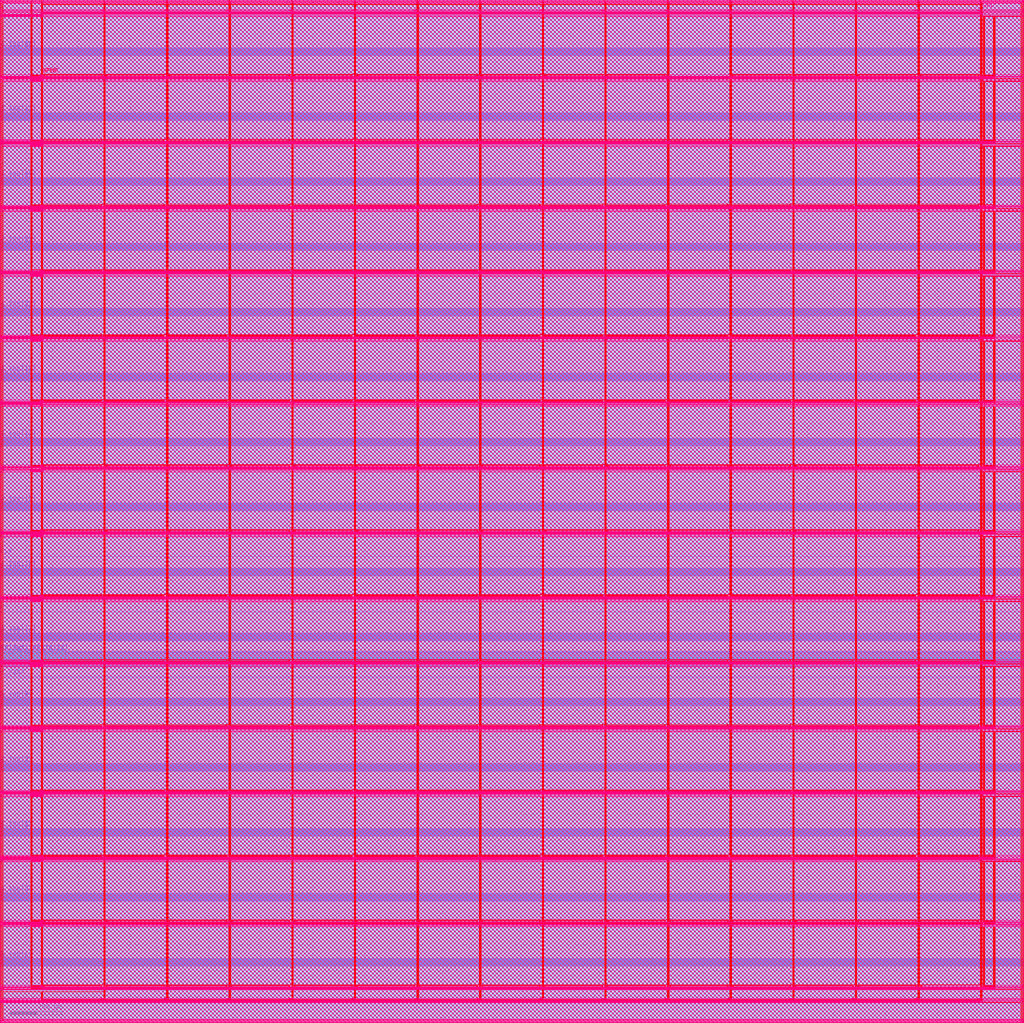
<source format=lef>
##
## LEF for PtnCells ;
## created by Innovus v15.20-p005_1 on Thu Apr 22 18:43:40 2021
##

VERSION 5.7 ;

BUSBITCHARS "[]" ;
DIVIDERCHAR "/" ;

MACRO eFPGA_top
  CLASS BLOCK ;
  SIZE 3930.2400 BY 3930.0600 ;
  FOREIGN eFPGA_top 0.0000 0.0000 ;
  ORIGIN 0 0 ;
  SYMMETRY X Y R90 ;
  PIN I_top[29]
    DIRECTION OUTPUT ;
    USE SIGNAL ;
    ANTENNADIFFAREA 2.673 LAYER met1  ;
    ANTENNAPARTIALMETALAREA 10.2349 LAYER met1  ;
    ANTENNAPARTIALMETALSIDEAREA 51.107 LAYER met1  ;
    PORT
      LAYER met1 ;
        RECT 0.0000 3745.2000 0.5950 3745.3400 ;
    END
  END I_top[29]
  PIN I_top[28]
    DIRECTION OUTPUT ;
    USE SIGNAL ;
    ANTENNADIFFAREA 2.673 LAYER met1  ;
    ANTENNAPARTIALMETALAREA 7.0289 LAYER met1  ;
    ANTENNAPARTIALMETALSIDEAREA 35.077 LAYER met1  ;
    PORT
      LAYER met1 ;
        RECT 0.0000 3733.3000 0.5950 3733.4400 ;
    END
  END I_top[28]
  PIN I_top[27]
    DIRECTION OUTPUT ;
    USE SIGNAL ;
    ANTENNADIFFAREA 2.673 LAYER met1  ;
    ANTENNAPARTIALMETALAREA 9.6553 LAYER met1  ;
    ANTENNAPARTIALMETALSIDEAREA 48.209 LAYER met1  ;
    PORT
      LAYER met1 ;
        RECT 0.0000 3495.3000 0.5950 3495.4400 ;
    END
  END I_top[27]
  PIN I_top[26]
    DIRECTION OUTPUT ;
    USE SIGNAL ;
    ANTENNADIFFAREA 2.673 LAYER met1  ;
    ANTENNAPARTIALMETALAREA 10.0725 LAYER met1  ;
    ANTENNAPARTIALMETALSIDEAREA 50.295 LAYER met1  ;
    PORT
      LAYER met1 ;
        RECT 0.0000 3483.4000 0.5950 3483.5400 ;
    END
  END I_top[26]
  PIN I_top[25]
    DIRECTION OUTPUT ;
    USE SIGNAL ;
    ANTENNADIFFAREA 2.673 LAYER met1  ;
    ANTENNAPARTIALMETALAREA 9.8121 LAYER met1  ;
    ANTENNAPARTIALMETALSIDEAREA 48.993 LAYER met1  ;
    PORT
      LAYER met1 ;
        RECT 0.0000 3245.4000 0.5950 3245.5400 ;
    END
  END I_top[25]
  PIN I_top[24]
    DIRECTION OUTPUT ;
    USE SIGNAL ;
    ANTENNADIFFAREA 2.673 LAYER met1  ;
    ANTENNAPARTIALMETALAREA 10.0893 LAYER met1  ;
    ANTENNAPARTIALMETALSIDEAREA 50.379 LAYER met1  ;
    PORT
      LAYER met1 ;
        RECT 0.0000 3233.5000 0.5950 3233.6400 ;
    END
  END I_top[24]
  PIN I_top[23]
    DIRECTION OUTPUT ;
    USE SIGNAL ;
    ANTENNADIFFAREA 2.673 LAYER met1  ;
    ANTENNAPARTIALMETALAREA 9.6217 LAYER met1  ;
    ANTENNAPARTIALMETALSIDEAREA 48.041 LAYER met1  ;
    PORT
      LAYER met1 ;
        RECT 0.0000 2995.5000 0.5950 2995.6400 ;
    END
  END I_top[23]
  PIN I_top[22]
    DIRECTION OUTPUT ;
    USE SIGNAL ;
    ANTENNADIFFAREA 2.673 LAYER met1  ;
    ANTENNAPARTIALMETALAREA 10.1061 LAYER met1  ;
    ANTENNAPARTIALMETALSIDEAREA 50.463 LAYER met1  ;
    PORT
      LAYER met1 ;
        RECT 0.0000 2983.6000 0.5950 2983.7400 ;
    END
  END I_top[22]
  PIN I_top[21]
    DIRECTION OUTPUT ;
    USE SIGNAL ;
    ANTENNADIFFAREA 2.673 LAYER met1  ;
    ANTENNAPARTIALMETALAREA 7.0289 LAYER met1  ;
    ANTENNAPARTIALMETALSIDEAREA 35.077 LAYER met1  ;
    PORT
      LAYER met1 ;
        RECT 0.0000 2745.9400 0.5950 2746.0800 ;
    END
  END I_top[21]
  PIN I_top[20]
    DIRECTION OUTPUT ;
    USE SIGNAL ;
    ANTENNADIFFAREA 2.673 LAYER met1  ;
    ANTENNAPARTIALMETALAREA 10.0417 LAYER met1  ;
    ANTENNAPARTIALMETALSIDEAREA 50.141 LAYER met1  ;
    PORT
      LAYER met1 ;
        RECT 0.0000 2733.7000 0.5950 2733.8400 ;
    END
  END I_top[20]
  PIN I_top[19]
    DIRECTION OUTPUT ;
    USE SIGNAL ;
    ANTENNADIFFAREA 2.673 LAYER met1  ;
    ANTENNAPARTIALMETALAREA 10.4085 LAYER met1  ;
    ANTENNAPARTIALMETALSIDEAREA 51.975 LAYER met1  ;
    PORT
      LAYER met1 ;
        RECT 0.0000 2496.0400 0.5950 2496.1800 ;
    END
  END I_top[19]
  PIN I_top[18]
    DIRECTION OUTPUT ;
    USE SIGNAL ;
    ANTENNADIFFAREA 2.673 LAYER met1  ;
    ANTENNAPARTIALMETALAREA 10.2797 LAYER met1  ;
    ANTENNAPARTIALMETALSIDEAREA 51.331 LAYER met1  ;
    PORT
      LAYER met1 ;
        RECT 0.0000 2484.1400 0.5950 2484.2800 ;
    END
  END I_top[18]
  PIN I_top[17]
    DIRECTION OUTPUT ;
    USE SIGNAL ;
    ANTENNADIFFAREA 2.673 LAYER met1  ;
    ANTENNAPARTIALMETALAREA 10.2825 LAYER met1  ;
    ANTENNAPARTIALMETALSIDEAREA 51.345 LAYER met1  ;
    PORT
      LAYER met1 ;
        RECT 0.0000 2246.1400 0.5950 2246.2800 ;
    END
  END I_top[17]
  PIN I_top[16]
    DIRECTION OUTPUT ;
    USE SIGNAL ;
    ANTENNADIFFAREA 2.673 LAYER met1  ;
    ANTENNAPARTIALMETALAREA 6.8833 LAYER met1  ;
    ANTENNAPARTIALMETALSIDEAREA 34.349 LAYER met1  ;
    PORT
      LAYER met1 ;
        RECT 0.0000 2234.2400 0.5950 2234.3800 ;
    END
  END I_top[16]
  PIN I_top[15]
    DIRECTION OUTPUT ;
    USE SIGNAL ;
    ANTENNADIFFAREA 2.673 LAYER met1  ;
    ANTENNAPARTIALMETALAREA 10.2349 LAYER met1  ;
    ANTENNAPARTIALMETALSIDEAREA 51.107 LAYER met1  ;
    PORT
      LAYER met1 ;
        RECT 0.0000 1996.2400 0.5950 1996.3800 ;
    END
  END I_top[15]
  PIN I_top[14]
    DIRECTION OUTPUT ;
    USE SIGNAL ;
    ANTENNADIFFAREA 2.673 LAYER met1  ;
    ANTENNAPARTIALMETALAREA 4.8869 LAYER met1  ;
    ANTENNAPARTIALMETALSIDEAREA 24.367 LAYER met1  ;
    PORT
      LAYER met1 ;
        RECT 0.0000 1984.3400 0.5950 1984.4800 ;
    END
  END I_top[14]
  PIN I_top[13]
    DIRECTION OUTPUT ;
    USE SIGNAL ;
    ANTENNADIFFAREA 2.673 LAYER met1  ;
    ANTENNAPARTIALMETALAREA 10.0893 LAYER met1  ;
    ANTENNAPARTIALMETALSIDEAREA 50.379 LAYER met1  ;
    PORT
      LAYER met1 ;
        RECT 0.0000 1746.3400 0.5950 1746.4800 ;
    END
  END I_top[13]
  PIN I_top[12]
    DIRECTION OUTPUT ;
    USE SIGNAL ;
    ANTENNADIFFAREA 2.673 LAYER met1  ;
    ANTENNAPARTIALMETALAREA 4.7273 LAYER met1  ;
    ANTENNAPARTIALMETALSIDEAREA 23.569 LAYER met1  ;
    PORT
      LAYER met1 ;
        RECT 0.0000 1734.7800 0.5950 1734.9200 ;
    END
  END I_top[12]
  PIN I_top[11]
    DIRECTION OUTPUT ;
    USE SIGNAL ;
    ANTENNADIFFAREA 2.673 LAYER met1  ;
    ANTENNAPARTIALMETALAREA 2.6469 LAYER met1  ;
    ANTENNAPARTIALMETALSIDEAREA 13.167 LAYER met1  ;
    PORT
      LAYER met1 ;
        RECT 0.0000 1496.7800 0.5950 1496.9200 ;
    END
  END I_top[11]
  PIN I_top[10]
    DIRECTION OUTPUT ;
    USE SIGNAL ;
    ANTENNADIFFAREA 2.673 LAYER met1  ;
    ANTENNAPARTIALMETALAREA 2.1849 LAYER met1  ;
    ANTENNAPARTIALMETALSIDEAREA 10.857 LAYER met1  ;
    PORT
      LAYER met1 ;
        RECT 0.0000 1484.8800 0.5950 1485.0200 ;
    END
  END I_top[10]
  PIN I_top[9]
    DIRECTION OUTPUT ;
    USE SIGNAL ;
    ANTENNADIFFAREA 2.673 LAYER met1  ;
    ANTENNAPARTIALMETALAREA 4.6293 LAYER met1  ;
    ANTENNAPARTIALMETALSIDEAREA 23.079 LAYER met1  ;
    PORT
      LAYER met1 ;
        RECT 0.0000 1246.8800 0.5950 1247.0200 ;
    END
  END I_top[9]
  PIN I_top[8]
    DIRECTION OUTPUT ;
    USE SIGNAL ;
    ANTENNADIFFAREA 2.673 LAYER met1  ;
    ANTENNAPARTIALMETALAREA 12.3241 LAYER met1  ;
    ANTENNAPARTIALMETALSIDEAREA 61.516 LAYER met1  ;
    PORT
      LAYER met1 ;
        RECT 0.0000 1234.9800 0.5950 1235.1200 ;
    END
  END I_top[8]
  PIN I_top[7]
    DIRECTION OUTPUT ;
    USE SIGNAL ;
    ANTENNADIFFAREA 2.673 LAYER met1  ;
    ANTENNAPARTIALMETALAREA 7.2221 LAYER met1  ;
    ANTENNAPARTIALMETALSIDEAREA 36.043 LAYER met1  ;
    PORT
      LAYER met1 ;
        RECT 0.0000 996.9800 0.5950 997.1200 ;
    END
  END I_top[7]
  PIN I_top[6]
    DIRECTION OUTPUT ;
    USE SIGNAL ;
    ANTENNADIFFAREA 2.673 LAYER met1  ;
    ANTENNAPARTIALMETALAREA 10.2297 LAYER met1  ;
    ANTENNAPARTIALMETALSIDEAREA 51.044 LAYER met1  ;
    PORT
      LAYER met1 ;
        RECT 0.0000 985.0800 0.5950 985.2200 ;
    END
  END I_top[6]
  PIN I_top[5]
    DIRECTION OUTPUT ;
    USE SIGNAL ;
    ANTENNADIFFAREA 2.673 LAYER met1  ;
    ANTENNAPARTIALMETALAREA 10.3273 LAYER met1  ;
    ANTENNAPARTIALMETALSIDEAREA 51.569 LAYER met1  ;
    PORT
      LAYER met1 ;
        RECT 0.0000 747.0800 0.5950 747.2200 ;
    END
  END I_top[5]
  PIN I_top[4]
    DIRECTION OUTPUT ;
    USE SIGNAL ;
    ANTENNADIFFAREA 2.673 LAYER met1  ;
    ANTENNAPARTIALMETALAREA 10.1369 LAYER met1  ;
    ANTENNAPARTIALMETALSIDEAREA 50.617 LAYER met1  ;
    PORT
      LAYER met1 ;
        RECT 0.0000 735.1800 0.5950 735.3200 ;
    END
  END I_top[4]
  PIN I_top[3]
    DIRECTION OUTPUT ;
    USE SIGNAL ;
    ANTENNADIFFAREA 2.673 LAYER met1  ;
    ANTENNAPARTIALMETALAREA 10.2181 LAYER met1  ;
    ANTENNAPARTIALMETALSIDEAREA 51.023 LAYER met1  ;
    PORT
      LAYER met1 ;
        RECT 0.0000 497.1800 0.5950 497.3200 ;
    END
  END I_top[3]
  PIN I_top[2]
    DIRECTION OUTPUT ;
    USE SIGNAL ;
    ANTENNADIFFAREA 2.673 LAYER met1  ;
    ANTENNAPARTIALMETALAREA 6.8833 LAYER met1  ;
    ANTENNAPARTIALMETALSIDEAREA 34.349 LAYER met1  ;
    PORT
      LAYER met1 ;
        RECT 0.0000 485.2800 0.5950 485.4200 ;
    END
  END I_top[2]
  PIN I_top[1]
    DIRECTION OUTPUT ;
    USE SIGNAL ;
    ANTENNADIFFAREA 2.673 LAYER met1  ;
    ANTENNAPARTIALMETALAREA 8.7537 LAYER met1  ;
    ANTENNAPARTIALMETALSIDEAREA 43.701 LAYER met1  ;
    PORT
      LAYER met1 ;
        RECT 0.0000 247.6200 0.5950 247.7600 ;
    END
  END I_top[1]
  PIN I_top[0]
    DIRECTION OUTPUT ;
    USE SIGNAL ;
    ANTENNADIFFAREA 2.673 LAYER met1  ;
    ANTENNAPARTIALMETALAREA 4.8869 LAYER met1  ;
    ANTENNAPARTIALMETALSIDEAREA 24.367 LAYER met1  ;
    PORT
      LAYER met1 ;
        RECT 0.0000 235.3800 0.5950 235.5200 ;
    END
  END I_top[0]
  PIN T_top[29]
    DIRECTION OUTPUT ;
    USE SIGNAL ;
    ANTENNADIFFAREA 2.673 LAYER met1  ;
    ANTENNAPARTIALMETALAREA 7.2697 LAYER met1  ;
    ANTENNAPARTIALMETALSIDEAREA 36.281 LAYER met1  ;
    PORT
      LAYER met1 ;
        RECT 0.0000 3741.1200 0.5950 3741.2600 ;
    END
  END T_top[29]
  PIN T_top[28]
    DIRECTION OUTPUT ;
    USE SIGNAL ;
    ANTENNADIFFAREA 2.673 LAYER met1  ;
    ANTENNAPARTIALMETALAREA 10.2349 LAYER met1  ;
    ANTENNAPARTIALMETALSIDEAREA 51.107 LAYER met1  ;
    PORT
      LAYER met1 ;
        RECT 0.0000 3729.2200 0.5950 3729.3600 ;
    END
  END T_top[28]
  PIN T_top[27]
    DIRECTION OUTPUT ;
    USE SIGNAL ;
    ANTENNADIFFAREA 2.673 LAYER met1  ;
    ANTENNAPARTIALMETALAREA 6.9477 LAYER met1  ;
    ANTENNAPARTIALMETALSIDEAREA 34.671 LAYER met1  ;
    PORT
      LAYER met1 ;
        RECT 0.0000 3491.2200 0.5950 3491.3600 ;
    END
  END T_top[27]
  PIN T_top[26]
    DIRECTION OUTPUT ;
    USE SIGNAL ;
    ANTENNADIFFAREA 2.673 LAYER met1  ;
    ANTENNAPARTIALMETALAREA 10.2297 LAYER met1  ;
    ANTENNAPARTIALMETALSIDEAREA 51.044 LAYER met1  ;
    PORT
      LAYER met1 ;
        RECT 0.0000 3479.3200 0.5950 3479.4600 ;
    END
  END T_top[26]
  PIN T_top[25]
    DIRECTION OUTPUT ;
    USE SIGNAL ;
    ANTENNADIFFAREA 2.673 LAYER met1  ;
    ANTENNAPARTIALMETALAREA 10.2797 LAYER met1  ;
    ANTENNAPARTIALMETALSIDEAREA 51.331 LAYER met1  ;
    PORT
      LAYER met1 ;
        RECT 0.0000 3241.3200 0.5950 3241.4600 ;
    END
  END T_top[25]
  PIN T_top[24]
    DIRECTION OUTPUT ;
    USE SIGNAL ;
    ANTENNADIFFAREA 2.673 LAYER met1  ;
    ANTENNAPARTIALMETALAREA 9.9437 LAYER met1  ;
    ANTENNAPARTIALMETALSIDEAREA 49.651 LAYER met1  ;
    PORT
      LAYER met1 ;
        RECT 0.0000 3229.4200 0.5950 3229.5600 ;
    END
  END T_top[24]
  PIN T_top[23]
    DIRECTION OUTPUT ;
    USE SIGNAL ;
    ANTENNADIFFAREA 2.673 LAYER met1  ;
    ANTENNAPARTIALMETALAREA 10.1985 LAYER met1  ;
    ANTENNAPARTIALMETALSIDEAREA 50.925 LAYER met1  ;
    PORT
      LAYER met1 ;
        RECT 0.0000 2991.4200 0.5950 2991.5600 ;
    END
  END T_top[23]
  PIN T_top[22]
    DIRECTION OUTPUT ;
    USE SIGNAL ;
    ANTENNADIFFAREA 2.673 LAYER met1  ;
    ANTENNAPARTIALMETALAREA 7.0765 LAYER met1  ;
    ANTENNAPARTIALMETALSIDEAREA 35.315 LAYER met1  ;
    PORT
      LAYER met1 ;
        RECT 0.0000 2979.5200 0.5950 2979.6600 ;
    END
  END T_top[22]
  PIN T_top[21]
    DIRECTION OUTPUT ;
    USE SIGNAL ;
    ANTENNADIFFAREA 2.673 LAYER met1  ;
    ANTENNAPARTIALMETALAREA 10.2825 LAYER met1  ;
    ANTENNAPARTIALMETALSIDEAREA 51.345 LAYER met1  ;
    PORT
      LAYER met1 ;
        RECT 0.0000 2741.8600 0.5950 2742.0000 ;
    END
  END T_top[21]
  PIN T_top[20]
    DIRECTION OUTPUT ;
    USE SIGNAL ;
    ANTENNADIFFAREA 2.673 LAYER met1  ;
    ANTENNAPARTIALMETALAREA 9.9437 LAYER met1  ;
    ANTENNAPARTIALMETALSIDEAREA 49.651 LAYER met1  ;
    PORT
      LAYER met1 ;
        RECT 0.0000 2729.9600 0.5950 2730.1000 ;
    END
  END T_top[20]
  PIN T_top[19]
    DIRECTION OUTPUT ;
    USE SIGNAL ;
    ANTENNADIFFAREA 2.673 LAYER met1  ;
    ANTENNAPARTIALMETALAREA 10.3623 LAYER met1  ;
    ANTENNAPARTIALMETALSIDEAREA 51.744 LAYER met1  ;
    PORT
      LAYER met1 ;
        RECT 0.0000 2491.9600 0.5950 2492.1000 ;
    END
  END T_top[19]
  PIN T_top[18]
    DIRECTION OUTPUT ;
    USE SIGNAL ;
    ANTENNADIFFAREA 2.673 LAYER met1  ;
    ANTENNAPARTIALMETALAREA 9.8961 LAYER met1  ;
    ANTENNAPARTIALMETALSIDEAREA 49.413 LAYER met1  ;
    PORT
      LAYER met1 ;
        RECT 0.0000 2480.0600 0.5950 2480.2000 ;
    END
  END T_top[18]
  PIN T_top[17]
    DIRECTION OUTPUT ;
    USE SIGNAL ;
    ANTENNADIFFAREA 2.673 LAYER met1  ;
    ANTENNAPARTIALMETALAREA 10.3777 LAYER met1  ;
    ANTENNAPARTIALMETALSIDEAREA 51.821 LAYER met1  ;
    PORT
      LAYER met1 ;
        RECT 0.0000 2242.0600 0.5950 2242.2000 ;
    END
  END T_top[17]
  PIN T_top[16]
    DIRECTION OUTPUT ;
    USE SIGNAL ;
    ANTENNADIFFAREA 2.673 LAYER met1  ;
    ANTENNAPARTIALMETALAREA 10.2349 LAYER met1  ;
    ANTENNAPARTIALMETALSIDEAREA 51.107 LAYER met1  ;
    PORT
      LAYER met1 ;
        RECT 0.0000 2230.1600 0.5950 2230.3000 ;
    END
  END T_top[16]
  PIN T_top[15]
    DIRECTION OUTPUT ;
    USE SIGNAL ;
    ANTENNADIFFAREA 2.673 LAYER met1  ;
    ANTENNAPARTIALMETALAREA 4.8869 LAYER met1  ;
    ANTENNAPARTIALMETALSIDEAREA 24.367 LAYER met1  ;
    PORT
      LAYER met1 ;
        RECT 0.0000 1992.1600 0.5950 1992.3000 ;
    END
  END T_top[15]
  PIN T_top[14]
    DIRECTION OUTPUT ;
    USE SIGNAL ;
    ANTENNADIFFAREA 2.673 LAYER met1  ;
    ANTENNAPARTIALMETALAREA 10.2825 LAYER met1  ;
    ANTENNAPARTIALMETALSIDEAREA 51.345 LAYER met1  ;
    PORT
      LAYER met1 ;
        RECT 0.0000 1980.2600 0.5950 1980.4000 ;
    END
  END T_top[14]
  PIN T_top[13]
    DIRECTION OUTPUT ;
    USE SIGNAL ;
    ANTENNADIFFAREA 2.673 LAYER met1  ;
    ANTENNAPARTIALMETALAREA 4.8869 LAYER met1  ;
    ANTENNAPARTIALMETALSIDEAREA 24.367 LAYER met1  ;
    PORT
      LAYER met1 ;
        RECT 0.0000 1742.2600 0.5950 1742.4000 ;
    END
  END T_top[13]
  PIN T_top[12]
    DIRECTION OUTPUT ;
    USE SIGNAL ;
    ANTENNADIFFAREA 2.673 LAYER met1  ;
    ANTENNAPARTIALMETALAREA 10.2825 LAYER met1  ;
    ANTENNAPARTIALMETALSIDEAREA 51.345 LAYER met1  ;
    PORT
      LAYER met1 ;
        RECT 0.0000 1730.3600 0.5950 1730.5000 ;
    END
  END T_top[12]
  PIN T_top[11]
    DIRECTION OUTPUT ;
    USE SIGNAL ;
    ANTENNADIFFAREA 2.673 LAYER met1  ;
    ANTENNAPARTIALMETALAREA 2.6469 LAYER met1  ;
    ANTENNAPARTIALMETALSIDEAREA 13.167 LAYER met1  ;
    PORT
      LAYER met1 ;
        RECT 0.0000 1492.3600 0.5950 1492.5000 ;
    END
  END T_top[11]
  PIN T_top[10]
    DIRECTION OUTPUT ;
    USE SIGNAL ;
    ANTENNADIFFAREA 2.673 LAYER met1  ;
    ANTENNAPARTIALMETALAREA 2.5517 LAYER met1  ;
    ANTENNAPARTIALMETALSIDEAREA 12.691 LAYER met1  ;
    PORT
      LAYER met1 ;
        RECT 0.0000 1480.8000 0.5950 1480.9400 ;
    END
  END T_top[10]
  PIN T_top[9]
    DIRECTION OUTPUT ;
    USE SIGNAL ;
    ANTENNADIFFAREA 2.673 LAYER met1  ;
    ANTENNAPARTIALMETALAREA 11.4417 LAYER met1  ;
    ANTENNAPARTIALMETALSIDEAREA 57.141 LAYER met1  ;
    PORT
      LAYER met1 ;
        RECT 0.0000 1242.8000 0.5950 1242.9400 ;
    END
  END T_top[9]
  PIN T_top[8]
    DIRECTION OUTPUT ;
    USE SIGNAL ;
    ANTENNADIFFAREA 2.673 LAYER met1  ;
    ANTENNAPARTIALMETALAREA 4.0973 LAYER met1  ;
    ANTENNAPARTIALMETALSIDEAREA 20.419 LAYER met1  ;
    PORT
      LAYER met1 ;
        RECT 0.0000 1230.9000 0.5950 1231.0400 ;
    END
  END T_top[8]
  PIN T_top[7]
    DIRECTION OUTPUT ;
    USE SIGNAL ;
    ANTENNADIFFAREA 2.673 LAYER met1  ;
    ANTENNAPARTIALMETALAREA 10.0417 LAYER met1  ;
    ANTENNAPARTIALMETALSIDEAREA 50.141 LAYER met1  ;
    PORT
      LAYER met1 ;
        RECT 0.0000 992.9000 0.5950 993.0400 ;
    END
  END T_top[7]
  PIN T_top[6]
    DIRECTION OUTPUT ;
    USE SIGNAL ;
    ANTENNADIFFAREA 2.673 LAYER met1  ;
    ANTENNAPARTIALMETALAREA 10.2657 LAYER met1  ;
    ANTENNAPARTIALMETALSIDEAREA 51.261 LAYER met1  ;
    PORT
      LAYER met1 ;
        RECT 0.0000 981.0000 0.5950 981.1400 ;
    END
  END T_top[6]
  PIN T_top[5]
    DIRECTION OUTPUT ;
    USE SIGNAL ;
    ANTENNADIFFAREA 2.673 LAYER met1  ;
    ANTENNAPARTIALMETALAREA 10.0893 LAYER met1  ;
    ANTENNAPARTIALMETALSIDEAREA 50.379 LAYER met1  ;
    PORT
      LAYER met1 ;
        RECT 0.0000 743.0000 0.5950 743.1400 ;
    END
  END T_top[5]
  PIN T_top[4]
    DIRECTION OUTPUT ;
    USE SIGNAL ;
    ANTENNADIFFAREA 2.673 LAYER met1  ;
    ANTENNAPARTIALMETALAREA 10.2825 LAYER met1  ;
    ANTENNAPARTIALMETALSIDEAREA 51.345 LAYER met1  ;
    PORT
      LAYER met1 ;
        RECT 0.0000 731.1000 0.5950 731.2400 ;
    END
  END T_top[4]
  PIN T_top[3]
    DIRECTION OUTPUT ;
    USE SIGNAL ;
    ANTENNADIFFAREA 2.673 LAYER met1  ;
    ANTENNAPARTIALMETALAREA 10.3301 LAYER met1  ;
    ANTENNAPARTIALMETALSIDEAREA 51.583 LAYER met1  ;
    PORT
      LAYER met1 ;
        RECT 0.0000 493.1000 0.5950 493.2400 ;
    END
  END T_top[3]
  PIN T_top[2]
    DIRECTION OUTPUT ;
    USE SIGNAL ;
    ANTENNADIFFAREA 2.673 LAYER met1  ;
    ANTENNAPARTIALMETALAREA 10.2349 LAYER met1  ;
    ANTENNAPARTIALMETALSIDEAREA 51.107 LAYER met1  ;
    PORT
      LAYER met1 ;
        RECT 0.0000 481.2000 0.5950 481.3400 ;
    END
  END T_top[2]
  PIN T_top[1]
    DIRECTION OUTPUT ;
    USE SIGNAL ;
    ANTENNADIFFAREA 2.673 LAYER met1  ;
    ANTENNAPARTIALMETALAREA 4.8869 LAYER met1  ;
    ANTENNAPARTIALMETALSIDEAREA 24.367 LAYER met1  ;
    PORT
      LAYER met1 ;
        RECT 0.0000 243.2000 0.5950 243.3400 ;
    END
  END T_top[1]
  PIN T_top[0]
    DIRECTION OUTPUT ;
    USE SIGNAL ;
    ANTENNADIFFAREA 2.673 LAYER met1  ;
    ANTENNAPARTIALMETALAREA 9.5265 LAYER met1  ;
    ANTENNAPARTIALMETALSIDEAREA 47.565 LAYER met1  ;
    PORT
      LAYER met1 ;
        RECT 0.0000 231.3000 0.5950 231.4400 ;
    END
  END T_top[0]
  PIN O_top[29]
    DIRECTION INPUT ;
    USE SIGNAL ;
    ANTENNAPARTIALMETALAREA 20.878 LAYER met1  ;
    ANTENNAPARTIALMETALSIDEAREA 104.181 LAYER met1  ;
    ANTENNAMODEL OXIDE1 ;
    ANTENNAGATEAREA 6.066 LAYER met1  ;
    ANTENNAMAXAREACAR 5.61363 LAYER met1  ;
    ANTENNAMAXSIDEAREACAR 19.1984 LAYER met1  ;
    ANTENNAMAXCUTCAR 0.229365 LAYER via  ;
    PORT
      LAYER met1 ;
        RECT 0.0000 3737.0400 0.5950 3737.1800 ;
    END
  END O_top[29]
  PIN O_top[28]
    DIRECTION INPUT ;
    USE SIGNAL ;
    ANTENNAPARTIALMETALAREA 19.9601 LAYER met1  ;
    ANTENNAPARTIALMETALSIDEAREA 99.6555 LAYER met1  ;
    ANTENNAPARTIALCUTAREA 0.0225 LAYER via  ;
    ANTENNAPARTIALMETALAREA 8.6984 LAYER met2  ;
    ANTENNAPARTIALMETALSIDEAREA 43.05 LAYER met2  ;
    ANTENNAMODEL OXIDE1 ;
    ANTENNAGATEAREA 6.066 LAYER met2  ;
    ANTENNAMAXAREACAR 1.43396 LAYER met2  ;
    ANTENNAMAXSIDEAREACAR 7.09693 LAYER met2  ;
    PORT
      LAYER met1 ;
        RECT 0.0000 3725.4800 0.5950 3725.6200 ;
    END
  END O_top[28]
  PIN O_top[27]
    DIRECTION INPUT ;
    USE SIGNAL ;
    ANTENNAPARTIALMETALAREA 20.9648 LAYER met1  ;
    ANTENNAPARTIALMETALSIDEAREA 104.615 LAYER met1  ;
    ANTENNAMODEL OXIDE1 ;
    ANTENNAGATEAREA 6.066 LAYER met1  ;
    ANTENNAMAXAREACAR 5.62794 LAYER met1  ;
    ANTENNAMAXSIDEAREACAR 19.2699 LAYER met1  ;
    ANTENNAMAXCUTCAR 0.229365 LAYER via  ;
    PORT
      LAYER met1 ;
        RECT 0.0000 3487.1400 0.5950 3487.2800 ;
    END
  END O_top[27]
  PIN O_top[26]
    DIRECTION INPUT ;
    USE SIGNAL ;
    ANTENNAPARTIALMETALAREA 19.8565 LAYER met1  ;
    ANTENNAPARTIALMETALSIDEAREA 99.1375 LAYER met1  ;
    ANTENNAPARTIALCUTAREA 0.0225 LAYER via  ;
    ANTENNAPARTIALMETALAREA 8.6984 LAYER met2  ;
    ANTENNAPARTIALMETALSIDEAREA 43.05 LAYER met2  ;
    ANTENNAMODEL OXIDE1 ;
    ANTENNAGATEAREA 6.066 LAYER met2  ;
    ANTENNAMAXAREACAR 1.43396 LAYER met2  ;
    ANTENNAMAXSIDEAREACAR 7.09693 LAYER met2  ;
    PORT
      LAYER met1 ;
        RECT 0.0000 3475.5800 0.5950 3475.7200 ;
    END
  END O_top[26]
  PIN O_top[25]
    DIRECTION INPUT ;
    USE SIGNAL ;
    ANTENNAPARTIALMETALAREA 21.1748 LAYER met1  ;
    ANTENNAPARTIALMETALSIDEAREA 105.665 LAYER met1  ;
    ANTENNAMODEL OXIDE1 ;
    ANTENNAGATEAREA 6.066 LAYER met1  ;
    ANTENNAMAXAREACAR 5.66256 LAYER met1  ;
    ANTENNAMAXSIDEAREACAR 19.443 LAYER met1  ;
    ANTENNAMAXCUTCAR 0.229365 LAYER via  ;
    PORT
      LAYER met1 ;
        RECT 0.0000 3237.2400 0.5950 3237.3800 ;
    END
  END O_top[25]
  PIN O_top[24]
    DIRECTION INPUT ;
    USE SIGNAL ;
    ANTENNAPARTIALMETALAREA 19.7809 LAYER met1  ;
    ANTENNAPARTIALMETALSIDEAREA 98.7595 LAYER met1  ;
    ANTENNAPARTIALCUTAREA 0.0225 LAYER via  ;
    ANTENNAPARTIALMETALAREA 8.6984 LAYER met2  ;
    ANTENNAPARTIALMETALSIDEAREA 43.05 LAYER met2  ;
    ANTENNAMODEL OXIDE1 ;
    ANTENNAGATEAREA 6.066 LAYER met2  ;
    ANTENNAMAXAREACAR 1.43396 LAYER met2  ;
    ANTENNAMAXSIDEAREACAR 7.09693 LAYER met2  ;
    PORT
      LAYER met1 ;
        RECT 0.0000 3225.6800 0.5950 3225.8200 ;
    END
  END O_top[24]
  PIN O_top[23]
    DIRECTION INPUT ;
    USE SIGNAL ;
    ANTENNAPARTIALMETALAREA 21.2308 LAYER met1  ;
    ANTENNAPARTIALMETALSIDEAREA 105.945 LAYER met1  ;
    ANTENNAMODEL OXIDE1 ;
    ANTENNAGATEAREA 6.066 LAYER met1  ;
    ANTENNAMAXAREACAR 5.67179 LAYER met1  ;
    ANTENNAMAXSIDEAREACAR 19.4892 LAYER met1  ;
    ANTENNAMAXCUTCAR 0.229365 LAYER via  ;
    PORT
      LAYER met1 ;
        RECT 0.0000 2987.6800 0.5950 2987.8200 ;
    END
  END O_top[23]
  PIN O_top[22]
    DIRECTION INPUT ;
    USE SIGNAL ;
    ANTENNAPARTIALMETALAREA 19.8369 LAYER met1  ;
    ANTENNAPARTIALMETALSIDEAREA 99.0395 LAYER met1  ;
    ANTENNAPARTIALCUTAREA 0.0225 LAYER via  ;
    ANTENNAPARTIALMETALAREA 8.6984 LAYER met2  ;
    ANTENNAPARTIALMETALSIDEAREA 43.05 LAYER met2  ;
    ANTENNAMODEL OXIDE1 ;
    ANTENNAGATEAREA 6.066 LAYER met2  ;
    ANTENNAMAXAREACAR 1.43396 LAYER met2  ;
    ANTENNAMAXSIDEAREACAR 7.09693 LAYER met2  ;
    PORT
      LAYER met1 ;
        RECT 0.0000 2976.1200 0.5950 2976.2600 ;
    END
  END O_top[22]
  PIN O_top[21]
    DIRECTION INPUT ;
    USE SIGNAL ;
    ANTENNAPARTIALMETALAREA 21.2392 LAYER met1  ;
    ANTENNAPARTIALMETALSIDEAREA 105.987 LAYER met1  ;
    ANTENNAMODEL OXIDE1 ;
    ANTENNAGATEAREA 6.066 LAYER met1  ;
    ANTENNAMAXAREACAR 5.67317 LAYER met1  ;
    ANTENNAMAXSIDEAREACAR 19.4961 LAYER met1  ;
    ANTENNAMAXCUTCAR 0.229365 LAYER via  ;
    PORT
      LAYER met1 ;
        RECT 0.0000 2737.7800 0.5950 2737.9200 ;
    END
  END O_top[21]
  PIN O_top[20]
    DIRECTION INPUT ;
    USE SIGNAL ;
    ANTENNAPARTIALMETALAREA 19.9405 LAYER met1  ;
    ANTENNAPARTIALMETALSIDEAREA 99.5575 LAYER met1  ;
    ANTENNAPARTIALCUTAREA 0.0225 LAYER via  ;
    ANTENNAPARTIALMETALAREA 8.6984 LAYER met2  ;
    ANTENNAPARTIALMETALSIDEAREA 43.05 LAYER met2  ;
    ANTENNAMODEL OXIDE1 ;
    ANTENNAGATEAREA 6.066 LAYER met2  ;
    ANTENNAMAXAREACAR 1.43396 LAYER met2  ;
    ANTENNAMAXSIDEAREACAR 7.09693 LAYER met2  ;
    PORT
      LAYER met1 ;
        RECT 0.0000 2726.2200 0.5950 2726.3600 ;
    END
  END O_top[20]
  PIN O_top[19]
    DIRECTION INPUT ;
    USE SIGNAL ;
    ANTENNAPARTIALMETALAREA 21.074 LAYER met1  ;
    ANTENNAPARTIALMETALSIDEAREA 105.161 LAYER met1  ;
    ANTENNAMODEL OXIDE1 ;
    ANTENNAGATEAREA 6.066 LAYER met1  ;
    ANTENNAMAXAREACAR 5.64594 LAYER met1  ;
    ANTENNAMAXSIDEAREACAR 19.3599 LAYER met1  ;
    ANTENNAMAXCUTCAR 0.229365 LAYER via  ;
    PORT
      LAYER met1 ;
        RECT 0.0000 2487.8800 0.5950 2488.0200 ;
    END
  END O_top[19]
  PIN O_top[18]
    DIRECTION INPUT ;
    USE SIGNAL ;
    ANTENNAPARTIALMETALAREA 20.0441 LAYER met1  ;
    ANTENNAPARTIALMETALSIDEAREA 100.076 LAYER met1  ;
    ANTENNAPARTIALCUTAREA 0.0225 LAYER via  ;
    ANTENNAPARTIALMETALAREA 8.6984 LAYER met2  ;
    ANTENNAPARTIALMETALSIDEAREA 43.05 LAYER met2  ;
    ANTENNAMODEL OXIDE1 ;
    ANTENNAGATEAREA 6.066 LAYER met2  ;
    ANTENNAMAXAREACAR 1.43396 LAYER met2  ;
    ANTENNAMAXSIDEAREACAR 7.09693 LAYER met2  ;
    PORT
      LAYER met1 ;
        RECT 0.0000 2476.3200 0.5950 2476.4600 ;
    END
  END O_top[18]
  PIN O_top[17]
    DIRECTION INPUT ;
    USE SIGNAL ;
    ANTENNAPARTIALMETALAREA 20.9704 LAYER met1  ;
    ANTENNAPARTIALMETALSIDEAREA 104.643 LAYER met1  ;
    ANTENNAMODEL OXIDE1 ;
    ANTENNAGATEAREA 6.066 LAYER met1  ;
    ANTENNAMAXAREACAR 5.62886 LAYER met1  ;
    ANTENNAMAXSIDEAREACAR 19.2746 LAYER met1  ;
    ANTENNAMAXCUTCAR 0.229365 LAYER via  ;
    PORT
      LAYER met1 ;
        RECT 0.0000 2237.9800 0.5950 2238.1200 ;
    END
  END O_top[17]
  PIN O_top[16]
    DIRECTION INPUT ;
    USE SIGNAL ;
    ANTENNAPARTIALMETALAREA 20.1477 LAYER met1  ;
    ANTENNAPARTIALMETALSIDEAREA 100.594 LAYER met1  ;
    ANTENNAPARTIALCUTAREA 0.0225 LAYER via  ;
    ANTENNAPARTIALMETALAREA 8.6984 LAYER met2  ;
    ANTENNAPARTIALMETALSIDEAREA 43.05 LAYER met2  ;
    ANTENNAMODEL OXIDE1 ;
    ANTENNAGATEAREA 6.066 LAYER met2  ;
    ANTENNAMAXAREACAR 1.43396 LAYER met2  ;
    ANTENNAMAXSIDEAREACAR 7.09693 LAYER met2  ;
    PORT
      LAYER met1 ;
        RECT 0.0000 2226.4200 0.5950 2226.5600 ;
    END
  END O_top[16]
  PIN O_top[15]
    DIRECTION INPUT ;
    USE SIGNAL ;
    ANTENNAPARTIALMETALAREA 20.962 LAYER met1  ;
    ANTENNAPARTIALMETALSIDEAREA 104.601 LAYER met1  ;
    ANTENNAMODEL OXIDE1 ;
    ANTENNAGATEAREA 6.066 LAYER met1  ;
    ANTENNAMAXAREACAR 5.62748 LAYER met1  ;
    ANTENNAMAXSIDEAREACAR 19.2676 LAYER met1  ;
    ANTENNAMAXCUTCAR 0.229365 LAYER via  ;
    PORT
      LAYER met1 ;
        RECT 0.0000 1988.0800 0.5950 1988.2200 ;
    END
  END O_top[15]
  PIN O_top[14]
    DIRECTION INPUT ;
    USE SIGNAL ;
    ANTENNAPARTIALMETALAREA 19.9489 LAYER met1  ;
    ANTENNAPARTIALMETALSIDEAREA 99.5995 LAYER met1  ;
    ANTENNAPARTIALCUTAREA 0.0225 LAYER via  ;
    ANTENNAPARTIALMETALAREA 8.6984 LAYER met2  ;
    ANTENNAPARTIALMETALSIDEAREA 43.05 LAYER met2  ;
    ANTENNAMODEL OXIDE1 ;
    ANTENNAGATEAREA 6.066 LAYER met2  ;
    ANTENNAMAXAREACAR 1.43396 LAYER met2  ;
    ANTENNAMAXSIDEAREACAR 7.09693 LAYER met2  ;
    PORT
      LAYER met1 ;
        RECT 0.0000 1976.5200 0.5950 1976.6600 ;
    END
  END O_top[14]
  PIN O_top[13]
    DIRECTION INPUT ;
    USE SIGNAL ;
    ANTENNAPARTIALMETALAREA 21.0488 LAYER met1  ;
    ANTENNAPARTIALMETALSIDEAREA 105.035 LAYER met1  ;
    ANTENNAMODEL OXIDE1 ;
    ANTENNAGATEAREA 6.066 LAYER met1  ;
    ANTENNAMAXAREACAR 5.64179 LAYER met1  ;
    ANTENNAMAXSIDEAREACAR 19.3392 LAYER met1  ;
    ANTENNAMAXCUTCAR 0.229365 LAYER via  ;
    PORT
      LAYER met1 ;
        RECT 0.0000 1738.1800 0.5950 1738.3200 ;
    END
  END O_top[13]
  PIN O_top[12]
    DIRECTION INPUT ;
    USE SIGNAL ;
    ANTENNAPARTIALMETALAREA 20.4001 LAYER met1  ;
    ANTENNAPARTIALMETALSIDEAREA 101.818 LAYER met1  ;
    ANTENNAPARTIALCUTAREA 0.0225 LAYER via  ;
    ANTENNAPARTIALMETALAREA 8.6984 LAYER met2  ;
    ANTENNAPARTIALMETALSIDEAREA 43.05 LAYER met2  ;
    ANTENNAMODEL OXIDE1 ;
    ANTENNAGATEAREA 6.066 LAYER met2  ;
    ANTENNAMAXAREACAR 1.43396 LAYER met2  ;
    ANTENNAMAXSIDEAREACAR 7.09693 LAYER met2  ;
    PORT
      LAYER met1 ;
        RECT 0.0000 1726.6200 0.5950 1726.7600 ;
    END
  END O_top[12]
  PIN O_top[11]
    DIRECTION INPUT ;
    USE SIGNAL ;
    ANTENNAPARTIALMETALAREA 0.2029 LAYER met1  ;
    ANTENNAPARTIALMETALSIDEAREA 0.9065 LAYER met1  ;
    ANTENNAPARTIALCUTAREA 0.0225 LAYER via  ;
    ANTENNAPARTIALMETALAREA 1.0499 LAYER met2  ;
    ANTENNAPARTIALMETALSIDEAREA 5.0785 LAYER met2  ;
    ANTENNAPARTIALCUTAREA 0.04 LAYER via2  ;
    ANTENNAPARTIALMETALAREA 36.9648 LAYER met3  ;
    ANTENNAPARTIALMETALSIDEAREA 197.616 LAYER met3  ;
    ANTENNAMODEL OXIDE1 ;
    ANTENNAGATEAREA 6.066 LAYER met3  ;
    ANTENNAMAXAREACAR 9.02899 LAYER met3  ;
    ANTENNAMAXSIDEAREACAR 38.3542 LAYER met3  ;
    ANTENNAMAXCUTCAR 0.239668 LAYER via3  ;
    PORT
      LAYER met1 ;
        RECT 0.0000 1488.6200 0.5950 1488.7600 ;
    END
  END O_top[11]
  PIN O_top[10]
    DIRECTION INPUT ;
    USE SIGNAL ;
    ANTENNAPARTIALMETALAREA 1.2333 LAYER met1  ;
    ANTENNAPARTIALMETALSIDEAREA 6.0585 LAYER met1  ;
    ANTENNAPARTIALCUTAREA 0.0225 LAYER via  ;
    ANTENNAPARTIALMETALAREA 0.5417 LAYER met2  ;
    ANTENNAPARTIALMETALSIDEAREA 2.5375 LAYER met2  ;
    ANTENNAPARTIALCUTAREA 0.04 LAYER via2  ;
    ANTENNAPARTIALMETALAREA 28.2708 LAYER met3  ;
    ANTENNAPARTIALMETALSIDEAREA 151.248 LAYER met3  ;
    ANTENNAMODEL OXIDE1 ;
    ANTENNAGATEAREA 6.066 LAYER met3  ;
    ANTENNAMAXAREACAR 10.7241 LAYER met3  ;
    ANTENNAMAXSIDEAREACAR 45.6999 LAYER met3  ;
    ANTENNAMAXCUTCAR 0.414531 LAYER via3  ;
    PORT
      LAYER met1 ;
        RECT 0.0000 1477.0600 0.5950 1477.2000 ;
    END
  END O_top[10]
  PIN O_top[9]
    DIRECTION INPUT ;
    USE SIGNAL ;
    ANTENNAPARTIALMETALAREA 21.3372 LAYER met1  ;
    ANTENNAPARTIALMETALSIDEAREA 106.477 LAYER met1  ;
    ANTENNAMODEL OXIDE1 ;
    ANTENNAGATEAREA 6.066 LAYER met1  ;
    ANTENNAMAXAREACAR 5.68933 LAYER met1  ;
    ANTENNAMAXSIDEAREACAR 19.5769 LAYER met1  ;
    ANTENNAMAXCUTCAR 0.229365 LAYER via  ;
    PORT
      LAYER met1 ;
        RECT 0.0000 1238.7200 0.5950 1238.8600 ;
    END
  END O_top[9]
  PIN O_top[8]
    DIRECTION INPUT ;
    USE SIGNAL ;
    ANTENNAPARTIALMETALAREA 19.8481 LAYER met1  ;
    ANTENNAPARTIALMETALSIDEAREA 99.0955 LAYER met1  ;
    ANTENNAPARTIALCUTAREA 0.0225 LAYER via  ;
    ANTENNAPARTIALMETALAREA 8.6984 LAYER met2  ;
    ANTENNAPARTIALMETALSIDEAREA 43.05 LAYER met2  ;
    ANTENNAMODEL OXIDE1 ;
    ANTENNAGATEAREA 6.066 LAYER met2  ;
    ANTENNAMAXAREACAR 1.43396 LAYER met2  ;
    ANTENNAMAXSIDEAREACAR 7.09693 LAYER met2  ;
    PORT
      LAYER met1 ;
        RECT 0.0000 1227.1600 0.5950 1227.3000 ;
    END
  END O_top[8]
  PIN O_top[7]
    DIRECTION INPUT ;
    USE SIGNAL ;
    ANTENNAPARTIALMETALAREA 21.2504 LAYER met1  ;
    ANTENNAPARTIALMETALSIDEAREA 106.043 LAYER met1  ;
    ANTENNAMODEL OXIDE1 ;
    ANTENNAGATEAREA 6.066 LAYER met1  ;
    ANTENNAMAXAREACAR 5.67502 LAYER met1  ;
    ANTENNAMAXSIDEAREACAR 19.5053 LAYER met1  ;
    ANTENNAMAXCUTCAR 0.229365 LAYER via  ;
    PORT
      LAYER met1 ;
        RECT 0.0000 988.8200 0.5950 988.9600 ;
    END
  END O_top[7]
  PIN O_top[6]
    DIRECTION INPUT ;
    USE SIGNAL ;
    ANTENNAPARTIALMETALAREA 19.9517 LAYER met1  ;
    ANTENNAPARTIALMETALSIDEAREA 99.6135 LAYER met1  ;
    ANTENNAPARTIALCUTAREA 0.0225 LAYER via  ;
    ANTENNAPARTIALMETALAREA 8.6984 LAYER met2  ;
    ANTENNAPARTIALMETALSIDEAREA 43.05 LAYER met2  ;
    ANTENNAMODEL OXIDE1 ;
    ANTENNAGATEAREA 6.066 LAYER met2  ;
    ANTENNAMAXAREACAR 1.43396 LAYER met2  ;
    ANTENNAMAXSIDEAREACAR 7.09693 LAYER met2  ;
    PORT
      LAYER met1 ;
        RECT 0.0000 977.2600 0.5950 977.4000 ;
    END
  END O_top[6]
  PIN O_top[5]
    DIRECTION INPUT ;
    USE SIGNAL ;
    ANTENNAPARTIALMETALAREA 21.354 LAYER met1  ;
    ANTENNAPARTIALMETALSIDEAREA 106.561 LAYER met1  ;
    ANTENNAMODEL OXIDE1 ;
    ANTENNAGATEAREA 6.066 LAYER met1  ;
    ANTENNAMAXAREACAR 5.6921 LAYER met1  ;
    ANTENNAMAXSIDEAREACAR 19.5907 LAYER met1  ;
    ANTENNAMAXCUTCAR 0.229365 LAYER via  ;
    PORT
      LAYER met1 ;
        RECT 0.0000 738.9200 0.5950 739.0600 ;
    END
  END O_top[5]
  PIN O_top[4]
    DIRECTION INPUT ;
    USE SIGNAL ;
    ANTENNAPARTIALMETALAREA 20.0553 LAYER met1  ;
    ANTENNAPARTIALMETALSIDEAREA 100.132 LAYER met1  ;
    ANTENNAPARTIALCUTAREA 0.0225 LAYER via  ;
    ANTENNAPARTIALMETALAREA 8.6984 LAYER met2  ;
    ANTENNAPARTIALMETALSIDEAREA 43.05 LAYER met2  ;
    ANTENNAMODEL OXIDE1 ;
    ANTENNAGATEAREA 6.066 LAYER met2  ;
    ANTENNAMAXAREACAR 1.43396 LAYER met2  ;
    ANTENNAMAXSIDEAREACAR 7.09693 LAYER met2  ;
    PORT
      LAYER met1 ;
        RECT 0.0000 727.3600 0.5950 727.5000 ;
    END
  END O_top[4]
  PIN O_top[3]
    DIRECTION INPUT ;
    USE SIGNAL ;
    ANTENNAPARTIALMETALAREA 20.9592 LAYER met1  ;
    ANTENNAPARTIALMETALSIDEAREA 104.587 LAYER met1  ;
    ANTENNAMODEL OXIDE1 ;
    ANTENNAGATEAREA 6.066 LAYER met1  ;
    ANTENNAMAXAREACAR 5.62701 LAYER met1  ;
    ANTENNAMAXSIDEAREACAR 19.2653 LAYER met1  ;
    ANTENNAMAXCUTCAR 0.229365 LAYER via  ;
    PORT
      LAYER met1 ;
        RECT 0.0000 489.0200 0.5950 489.1600 ;
    END
  END O_top[3]
  PIN O_top[2]
    DIRECTION INPUT ;
    USE SIGNAL ;
    ANTENNAPARTIALMETALAREA 20.0413 LAYER met1  ;
    ANTENNAPARTIALMETALSIDEAREA 100.062 LAYER met1  ;
    ANTENNAPARTIALCUTAREA 0.0225 LAYER via  ;
    ANTENNAPARTIALMETALAREA 8.6984 LAYER met2  ;
    ANTENNAPARTIALMETALSIDEAREA 43.05 LAYER met2  ;
    ANTENNAMODEL OXIDE1 ;
    ANTENNAGATEAREA 6.066 LAYER met2  ;
    ANTENNAMAXAREACAR 1.43396 LAYER met2  ;
    ANTENNAMAXSIDEAREACAR 7.09693 LAYER met2  ;
    PORT
      LAYER met1 ;
        RECT 0.0000 477.4600 0.5950 477.6000 ;
    END
  END O_top[2]
  PIN O_top[1]
    DIRECTION INPUT ;
    USE SIGNAL ;
    ANTENNAPARTIALMETALAREA 21.1412 LAYER met1  ;
    ANTENNAPARTIALMETALSIDEAREA 105.497 LAYER met1  ;
    ANTENNAMODEL OXIDE1 ;
    ANTENNAGATEAREA 6.066 LAYER met1  ;
    ANTENNAMAXAREACAR 5.65702 LAYER met1  ;
    ANTENNAMAXSIDEAREACAR 19.4153 LAYER met1  ;
    ANTENNAMAXCUTCAR 0.229365 LAYER via  ;
    PORT
      LAYER met1 ;
        RECT 0.0000 239.1200 0.5950 239.2600 ;
    END
  END O_top[1]
  PIN O_top[0]
    DIRECTION INPUT ;
    USE SIGNAL ;
    ANTENNAPARTIALMETALAREA 19.9377 LAYER met1  ;
    ANTENNAPARTIALMETALSIDEAREA 99.5435 LAYER met1  ;
    ANTENNAPARTIALCUTAREA 0.0225 LAYER via  ;
    ANTENNAPARTIALMETALAREA 8.6984 LAYER met2  ;
    ANTENNAPARTIALMETALSIDEAREA 43.05 LAYER met2  ;
    ANTENNAMODEL OXIDE1 ;
    ANTENNAGATEAREA 6.066 LAYER met2  ;
    ANTENNAMAXAREACAR 1.43396 LAYER met2  ;
    ANTENNAMAXSIDEAREACAR 7.09693 LAYER met2  ;
    PORT
      LAYER met1 ;
        RECT 0.0000 227.5600 0.5950 227.7000 ;
    END
  END O_top[0]
  PIN OPA[59]
    DIRECTION INPUT ;
    USE SIGNAL ;
    ANTENNAPARTIALMETALAREA 19.7496 LAYER met1  ;
    ANTENNAPARTIALMETALSIDEAREA 98.539 LAYER met1  ;
    ANTENNAMODEL OXIDE1 ;
    ANTENNAGATEAREA 0.3735 LAYER met1  ;
    ANTENNAMAXAREACAR 55.0489 LAYER met1  ;
    ANTENNAMAXSIDEAREACAR 265.939 LAYER met1  ;
    ANTENNAMAXCUTCAR 0.229365 LAYER via  ;
    PORT
      LAYER met1 ;
        RECT 3929.6450 3740.1000 3930.2400 3740.2400 ;
    END
  END OPA[59]
  PIN OPA[58]
    DIRECTION INPUT ;
    USE SIGNAL ;
    ANTENNAPARTIALMETALAREA 16.5245 LAYER met1  ;
    ANTENNAPARTIALMETALSIDEAREA 82.4775 LAYER met1  ;
    ANTENNAPARTIALCUTAREA 0.0225 LAYER via  ;
    ANTENNAPARTIALMETALAREA 6.5867 LAYER met2  ;
    ANTENNAPARTIALMETALSIDEAREA 32.6445 LAYER met2  ;
    ANTENNAPARTIALCUTAREA 0.04 LAYER via2  ;
    ANTENNAPARTIALMETALAREA 1.3608 LAYER met3  ;
    ANTENNAPARTIALMETALSIDEAREA 7.728 LAYER met3  ;
    ANTENNAMODEL OXIDE1 ;
    ANTENNAGATEAREA 0.3735 LAYER met3  ;
    ANTENNAMAXAREACAR 3.64337 LAYER met3  ;
    ANTENNAMAXSIDEAREACAR 20.6908 LAYER met3  ;
    PORT
      LAYER met1 ;
        RECT 3929.6450 3741.4600 3930.2400 3741.6000 ;
    END
  END OPA[58]
  PIN OPA[57]
    DIRECTION INPUT ;
    USE SIGNAL ;
    ANTENNAPARTIALMETALAREA 16.1825 LAYER met1  ;
    ANTENNAPARTIALMETALSIDEAREA 80.8045 LAYER met1  ;
    ANTENNAPARTIALCUTAREA 0.0225 LAYER via  ;
    ANTENNAPARTIALMETALAREA 0.1036 LAYER met2  ;
    ANTENNAPARTIALMETALSIDEAREA 0.455 LAYER met2  ;
    ANTENNAPARTIALCUTAREA 0.04 LAYER via2  ;
    ANTENNAPARTIALMETALAREA 0.6708 LAYER met3  ;
    ANTENNAPARTIALMETALSIDEAREA 4.048 LAYER met3  ;
    ANTENNAMODEL OXIDE1 ;
    ANTENNAGATEAREA 0.3735 LAYER met3  ;
    ANTENNAMAXAREACAR 28.0966 LAYER met3  ;
    ANTENNAMAXSIDEAREACAR 123.295 LAYER met3  ;
    ANTENNAMAXCUTCAR 0.872175 LAYER via3  ;
    PORT
      LAYER met1 ;
        RECT 3929.6450 3743.1600 3930.2400 3743.3000 ;
    END
  END OPA[57]
  PIN OPA[56]
    DIRECTION INPUT ;
    USE SIGNAL ;
    ANTENNAPARTIALMETALAREA 16.2609 LAYER met1  ;
    ANTENNAPARTIALMETALSIDEAREA 81.1965 LAYER met1  ;
    ANTENNAPARTIALCUTAREA 0.0225 LAYER via  ;
    ANTENNAPARTIALMETALAREA 0.1036 LAYER met2  ;
    ANTENNAPARTIALMETALSIDEAREA 0.455 LAYER met2  ;
    ANTENNAPARTIALCUTAREA 0.04 LAYER via2  ;
    ANTENNAPARTIALMETALAREA 0.6708 LAYER met3  ;
    ANTENNAPARTIALMETALSIDEAREA 4.048 LAYER met3  ;
    ANTENNAMODEL OXIDE1 ;
    ANTENNAGATEAREA 0.3735 LAYER met3  ;
    ANTENNAMAXAREACAR 21.9552 LAYER met3  ;
    ANTENNAMAXSIDEAREACAR 103.302 LAYER met3  ;
    ANTENNAMAXCUTCAR 0.613357 LAYER via3  ;
    PORT
      LAYER met1 ;
        RECT 3929.6450 3744.8600 3930.2400 3745.0000 ;
    END
  END OPA[56]
  PIN OPA[55]
    DIRECTION INPUT ;
    USE SIGNAL ;
    ANTENNAPARTIALMETALAREA 19.758 LAYER met1  ;
    ANTENNAPARTIALMETALSIDEAREA 98.581 LAYER met1  ;
    ANTENNAMODEL OXIDE1 ;
    ANTENNAGATEAREA 0.3735 LAYER met1  ;
    ANTENNAMAXAREACAR 55.0714 LAYER met1  ;
    ANTENNAMAXSIDEAREACAR 266.052 LAYER met1  ;
    ANTENNAMAXCUTCAR 0.229365 LAYER via  ;
    PORT
      LAYER met1 ;
        RECT 3929.6450 3490.2000 3930.2400 3490.3400 ;
    END
  END OPA[55]
  PIN OPA[54]
    DIRECTION INPUT ;
    USE SIGNAL ;
    ANTENNAPARTIALMETALAREA 16.5245 LAYER met1  ;
    ANTENNAPARTIALMETALSIDEAREA 82.4775 LAYER met1  ;
    ANTENNAPARTIALCUTAREA 0.0225 LAYER via  ;
    ANTENNAPARTIALMETALAREA 6.6343 LAYER met2  ;
    ANTENNAPARTIALMETALSIDEAREA 32.8825 LAYER met2  ;
    ANTENNAPARTIALCUTAREA 0.04 LAYER via2  ;
    ANTENNAPARTIALMETALAREA 1.3608 LAYER met3  ;
    ANTENNAPARTIALMETALSIDEAREA 7.728 LAYER met3  ;
    ANTENNAMODEL OXIDE1 ;
    ANTENNAGATEAREA 0.3735 LAYER met3  ;
    ANTENNAMAXAREACAR 3.64337 LAYER met3  ;
    ANTENNAMAXSIDEAREACAR 20.6908 LAYER met3  ;
    PORT
      LAYER met1 ;
        RECT 3929.6450 3491.5600 3930.2400 3491.7000 ;
    END
  END OPA[54]
  PIN OPA[53]
    DIRECTION INPUT ;
    USE SIGNAL ;
    ANTENNAPARTIALMETALAREA 16.4793 LAYER met1  ;
    ANTENNAPARTIALMETALSIDEAREA 82.2885 LAYER met1  ;
    ANTENNAPARTIALCUTAREA 0.0225 LAYER via  ;
    ANTENNAPARTIALMETALAREA 1.8308 LAYER met2  ;
    ANTENNAPARTIALMETALSIDEAREA 8.918 LAYER met2  ;
    ANTENNAMODEL OXIDE1 ;
    ANTENNAGATEAREA 0.3735 LAYER met2  ;
    ANTENNAMAXAREACAR 26.5212 LAYER met2  ;
    ANTENNAMAXSIDEAREACAR 113.413 LAYER met2  ;
    ANTENNAMAXCUTCAR 0.76508 LAYER via2  ;
    PORT
      LAYER met1 ;
        RECT 3929.6450 3493.2600 3930.2400 3493.4000 ;
    END
  END OPA[53]
  PIN OPA[52]
    DIRECTION INPUT ;
    USE SIGNAL ;
    ANTENNAPARTIALMETALAREA 16.1909 LAYER met1  ;
    ANTENNAPARTIALMETALSIDEAREA 80.8465 LAYER met1  ;
    ANTENNAPARTIALCUTAREA 0.0225 LAYER via  ;
    ANTENNAPARTIALMETALAREA 0.1036 LAYER met2  ;
    ANTENNAPARTIALMETALSIDEAREA 0.455 LAYER met2  ;
    ANTENNAPARTIALCUTAREA 0.04 LAYER via2  ;
    ANTENNAPARTIALMETALAREA 0.6708 LAYER met3  ;
    ANTENNAPARTIALMETALSIDEAREA 4.048 LAYER met3  ;
    ANTENNAMODEL OXIDE1 ;
    ANTENNAGATEAREA 0.3735 LAYER met3  ;
    ANTENNAMAXAREACAR 21.9552 LAYER met3  ;
    ANTENNAMAXSIDEAREACAR 103.302 LAYER met3  ;
    ANTENNAMAXCUTCAR 0.613357 LAYER via3  ;
    PORT
      LAYER met1 ;
        RECT 3929.6450 3494.9600 3930.2400 3495.1000 ;
    END
  END OPA[52]
  PIN OPA[51]
    DIRECTION INPUT ;
    USE SIGNAL ;
    ANTENNAPARTIALMETALAREA 19.9092 LAYER met1  ;
    ANTENNAPARTIALMETALSIDEAREA 99.337 LAYER met1  ;
    ANTENNAMODEL OXIDE1 ;
    ANTENNAGATEAREA 0.3735 LAYER met1  ;
    ANTENNAMAXAREACAR 55.4762 LAYER met1  ;
    ANTENNAMAXSIDEAREACAR 268.076 LAYER met1  ;
    ANTENNAMAXCUTCAR 0.229365 LAYER via  ;
    PORT
      LAYER met1 ;
        RECT 3929.6450 3240.6400 3930.2400 3240.7800 ;
    END
  END OPA[51]
  PIN OPA[50]
    DIRECTION INPUT ;
    USE SIGNAL ;
    ANTENNAPARTIALMETALAREA 18.4845 LAYER met1  ;
    ANTENNAPARTIALMETALSIDEAREA 92.2775 LAYER met1  ;
    ANTENNAPARTIALCUTAREA 0.0225 LAYER via  ;
    ANTENNAPARTIALMETALAREA 6.2271 LAYER met2  ;
    ANTENNAPARTIALMETALSIDEAREA 30.9645 LAYER met2  ;
    ANTENNAPARTIALCUTAREA 0.04 LAYER via2  ;
    ANTENNAPARTIALMETALAREA 1.3608 LAYER met3  ;
    ANTENNAPARTIALMETALSIDEAREA 7.728 LAYER met3  ;
    ANTENNAMODEL OXIDE1 ;
    ANTENNAGATEAREA 0.3735 LAYER met3  ;
    ANTENNAMAXAREACAR 3.64337 LAYER met3  ;
    ANTENNAMAXSIDEAREACAR 20.6908 LAYER met3  ;
    PORT
      LAYER met1 ;
        RECT 3929.6450 3242.0000 3930.2400 3242.1400 ;
    END
  END OPA[50]
  PIN OPA[49]
    DIRECTION INPUT ;
    USE SIGNAL ;
    ANTENNAPARTIALMETALAREA 16.5119 LAYER met1  ;
    ANTENNAPARTIALMETALSIDEAREA 82.4145 LAYER met1  ;
    ANTENNAPARTIALCUTAREA 0.0225 LAYER via  ;
    ANTENNAPARTIALMETALAREA 2.2424 LAYER met2  ;
    ANTENNAPARTIALMETALSIDEAREA 10.976 LAYER met2  ;
    ANTENNAMODEL OXIDE1 ;
    ANTENNAGATEAREA 0.3735 LAYER met2  ;
    ANTENNAMAXAREACAR 28.7232 LAYER met2  ;
    ANTENNAMAXSIDEAREACAR 124.423 LAYER met2  ;
    ANTENNAMAXCUTCAR 0.76508 LAYER via2  ;
    PORT
      LAYER met1 ;
        RECT 3929.6450 3243.7000 3930.2400 3243.8400 ;
    END
  END OPA[49]
  PIN OPA[48]
    DIRECTION INPUT ;
    USE SIGNAL ;
    ANTENNAPARTIALMETALAREA 16.2469 LAYER met1  ;
    ANTENNAPARTIALMETALSIDEAREA 81.1265 LAYER met1  ;
    ANTENNAPARTIALCUTAREA 0.0225 LAYER via  ;
    ANTENNAPARTIALMETALAREA 0.1036 LAYER met2  ;
    ANTENNAPARTIALMETALSIDEAREA 0.455 LAYER met2  ;
    ANTENNAPARTIALCUTAREA 0.04 LAYER via2  ;
    ANTENNAPARTIALMETALAREA 0.6708 LAYER met3  ;
    ANTENNAPARTIALMETALSIDEAREA 4.048 LAYER met3  ;
    ANTENNAMODEL OXIDE1 ;
    ANTENNAGATEAREA 0.3735 LAYER met3  ;
    ANTENNAMAXAREACAR 21.9552 LAYER met3  ;
    ANTENNAMAXSIDEAREACAR 103.302 LAYER met3  ;
    ANTENNAMAXCUTCAR 0.613357 LAYER via3  ;
    PORT
      LAYER met1 ;
        RECT 3929.6450 3245.4000 3930.2400 3245.5400 ;
    END
  END OPA[48]
  PIN OPA[47]
    DIRECTION INPUT ;
    USE SIGNAL ;
    ANTENNAPARTIALMETALAREA 19.8504 LAYER met1  ;
    ANTENNAPARTIALMETALSIDEAREA 99.043 LAYER met1  ;
    ANTENNAMODEL OXIDE1 ;
    ANTENNAGATEAREA 0.3735 LAYER met1  ;
    ANTENNAMAXAREACAR 55.3188 LAYER met1  ;
    ANTENNAMAXSIDEAREACAR 267.289 LAYER met1  ;
    ANTENNAMAXCUTCAR 0.229365 LAYER via  ;
    PORT
      LAYER met1 ;
        RECT 3929.6450 2990.7400 3930.2400 2990.8800 ;
    END
  END OPA[47]
  PIN OPA[46]
    DIRECTION INPUT ;
    USE SIGNAL ;
    ANTENNAPARTIALMETALAREA 18.1901 LAYER met1  ;
    ANTENNAPARTIALMETALSIDEAREA 90.8425 LAYER met1  ;
    ANTENNAPARTIALCUTAREA 0.0225 LAYER via  ;
    ANTENNAPARTIALMETALAREA 6.2271 LAYER met2  ;
    ANTENNAPARTIALMETALSIDEAREA 30.9645 LAYER met2  ;
    ANTENNAPARTIALCUTAREA 0.04 LAYER via2  ;
    ANTENNAPARTIALMETALAREA 1.3608 LAYER met3  ;
    ANTENNAPARTIALMETALSIDEAREA 7.728 LAYER met3  ;
    ANTENNAMODEL OXIDE1 ;
    ANTENNAGATEAREA 0.3735 LAYER met3  ;
    ANTENNAMAXAREACAR 3.64337 LAYER met3  ;
    ANTENNAMAXSIDEAREACAR 20.6908 LAYER met3  ;
    PORT
      LAYER met1 ;
        RECT 3929.6450 2992.1000 3930.2400 2992.2400 ;
    END
  END OPA[46]
  PIN OPA[45]
    DIRECTION INPUT ;
    USE SIGNAL ;
    ANTENNAPARTIALMETALAREA 16.3981 LAYER met1  ;
    ANTENNAPARTIALMETALSIDEAREA 81.8825 LAYER met1  ;
    ANTENNAPARTIALCUTAREA 0.0225 LAYER via  ;
    ANTENNAPARTIALMETALAREA 0.1439 LAYER met2  ;
    ANTENNAPARTIALMETALSIDEAREA 0.5635 LAYER met2  ;
    ANTENNAPARTIALCUTAREA 0.04 LAYER via2  ;
    ANTENNAPARTIALMETALAREA 0.3948 LAYER met3  ;
    ANTENNAPARTIALMETALSIDEAREA 2.576 LAYER met3  ;
    ANTENNAMODEL OXIDE1 ;
    ANTENNAGATEAREA 0.3735 LAYER met3  ;
    ANTENNAMAXAREACAR 27.676 LAYER met3  ;
    ANTENNAMAXSIDEAREACAR 120.656 LAYER met3  ;
    ANTENNAMAXCUTCAR 0.872175 LAYER via3  ;
    PORT
      LAYER met1 ;
        RECT 3929.6450 2993.8000 3930.2400 2993.9400 ;
    END
  END OPA[45]
  PIN OPA[44]
    DIRECTION INPUT ;
    USE SIGNAL ;
    ANTENNAPARTIALMETALAREA 16.4121 LAYER met1  ;
    ANTENNAPARTIALMETALSIDEAREA 81.9525 LAYER met1  ;
    ANTENNAPARTIALCUTAREA 0.0225 LAYER via  ;
    ANTENNAPARTIALMETALAREA 0.2029 LAYER met2  ;
    ANTENNAPARTIALMETALSIDEAREA 0.8435 LAYER met2  ;
    ANTENNAPARTIALCUTAREA 0.04 LAYER via2  ;
    ANTENNAPARTIALMETALAREA 0.7896 LAYER met3  ;
    ANTENNAPARTIALMETALSIDEAREA 5.152 LAYER met3  ;
    ANTENNAMODEL OXIDE1 ;
    ANTENNAGATEAREA 0.3735 LAYER met3  ;
    ANTENNAMAXAREACAR 22.5317 LAYER met3  ;
    ANTENNAMAXSIDEAREACAR 107.261 LAYER met3  ;
    ANTENNAMAXCUTCAR 0.613357 LAYER via3  ;
    PORT
      LAYER met1 ;
        RECT 3929.6450 2995.5000 3930.2400 2995.6400 ;
    END
  END OPA[44]
  PIN OPA[43]
    DIRECTION INPUT ;
    USE SIGNAL ;
    ANTENNAPARTIALMETALAREA 19.842 LAYER met1  ;
    ANTENNAPARTIALMETALSIDEAREA 99.001 LAYER met1  ;
    ANTENNAMODEL OXIDE1 ;
    ANTENNAGATEAREA 0.3735 LAYER met1  ;
    ANTENNAMAXAREACAR 55.2963 LAYER met1  ;
    ANTENNAMAXSIDEAREACAR 267.176 LAYER met1  ;
    ANTENNAMAXCUTCAR 0.229365 LAYER via  ;
    PORT
      LAYER met1 ;
        RECT 3929.6450 2740.8400 3930.2400 2740.9800 ;
    END
  END OPA[43]
  PIN OPA[42]
    DIRECTION INPUT ;
    USE SIGNAL ;
    ANTENNAPARTIALMETALAREA 18.2769 LAYER met1  ;
    ANTENNAPARTIALMETALSIDEAREA 91.2765 LAYER met1  ;
    ANTENNAPARTIALCUTAREA 0.0225 LAYER via  ;
    ANTENNAPARTIALMETALAREA 6.2271 LAYER met2  ;
    ANTENNAPARTIALMETALSIDEAREA 30.9645 LAYER met2  ;
    ANTENNAPARTIALCUTAREA 0.04 LAYER via2  ;
    ANTENNAPARTIALMETALAREA 1.3608 LAYER met3  ;
    ANTENNAPARTIALMETALSIDEAREA 7.728 LAYER met3  ;
    ANTENNAMODEL OXIDE1 ;
    ANTENNAGATEAREA 0.3735 LAYER met3  ;
    ANTENNAMAXAREACAR 3.64337 LAYER met3  ;
    ANTENNAMAXSIDEAREACAR 20.6908 LAYER met3  ;
    PORT
      LAYER met1 ;
        RECT 3929.6450 2742.2000 3930.2400 2742.3400 ;
    END
  END OPA[42]
  PIN OPA[41]
    DIRECTION INPUT ;
    USE SIGNAL ;
    ANTENNAPARTIALMETALAREA 16.2749 LAYER met1  ;
    ANTENNAPARTIALMETALSIDEAREA 81.2665 LAYER met1  ;
    ANTENNAPARTIALCUTAREA 0.0225 LAYER via  ;
    ANTENNAPARTIALMETALAREA 0.1036 LAYER met2  ;
    ANTENNAPARTIALMETALSIDEAREA 0.455 LAYER met2  ;
    ANTENNAPARTIALCUTAREA 0.04 LAYER via2  ;
    ANTENNAPARTIALMETALAREA 0.6708 LAYER met3  ;
    ANTENNAPARTIALMETALSIDEAREA 4.048 LAYER met3  ;
    ANTENNAMODEL OXIDE1 ;
    ANTENNAGATEAREA 0.3735 LAYER met3  ;
    ANTENNAMAXAREACAR 28.0966 LAYER met3  ;
    ANTENNAMAXSIDEAREACAR 123.295 LAYER met3  ;
    ANTENNAMAXCUTCAR 0.872175 LAYER via3  ;
    PORT
      LAYER met1 ;
        RECT 3929.6450 2743.9000 3930.2400 2744.0400 ;
    END
  END OPA[41]
  PIN OPA[40]
    DIRECTION INPUT ;
    USE SIGNAL ;
    ANTENNAPARTIALMETALAREA 16.4933 LAYER met1  ;
    ANTENNAPARTIALMETALSIDEAREA 82.3585 LAYER met1  ;
    ANTENNAPARTIALCUTAREA 0.0225 LAYER via  ;
    ANTENNAPARTIALMETALAREA 0.2687 LAYER met2  ;
    ANTENNAPARTIALMETALSIDEAREA 1.1725 LAYER met2  ;
    ANTENNAPARTIALCUTAREA 0.04 LAYER via2  ;
    ANTENNAPARTIALMETALAREA 0.3948 LAYER met3  ;
    ANTENNAPARTIALMETALSIDEAREA 2.576 LAYER met3  ;
    ANTENNAMODEL OXIDE1 ;
    ANTENNAGATEAREA 0.3735 LAYER met3  ;
    ANTENNAMAXAREACAR 21.4859 LAYER met3  ;
    ANTENNAMAXSIDEAREACAR 100.42 LAYER met3  ;
    ANTENNAMAXCUTCAR 0.613357 LAYER via3  ;
    PORT
      LAYER met1 ;
        RECT 3929.6450 2745.6000 3930.2400 2745.7400 ;
    END
  END OPA[40]
  PIN OPA[39]
    DIRECTION INPUT ;
    USE SIGNAL ;
    ANTENNAPARTIALMETALAREA 19.9288 LAYER met1  ;
    ANTENNAPARTIALMETALSIDEAREA 99.435 LAYER met1  ;
    ANTENNAMODEL OXIDE1 ;
    ANTENNAGATEAREA 0.3735 LAYER met1  ;
    ANTENNAMAXAREACAR 55.5287 LAYER met1  ;
    ANTENNAMAXSIDEAREACAR 268.338 LAYER met1  ;
    ANTENNAMAXCUTCAR 0.229365 LAYER via  ;
    PORT
      LAYER met1 ;
        RECT 3929.6450 2490.9400 3930.2400 2491.0800 ;
    END
  END OPA[39]
  PIN OPA[38]
    DIRECTION INPUT ;
    USE SIGNAL ;
    ANTENNAPARTIALMETALAREA 18.6493 LAYER met1  ;
    ANTENNAPARTIALMETALSIDEAREA 93.1385 LAYER met1  ;
    ANTENNAPARTIALCUTAREA 0.0225 LAYER via  ;
    ANTENNAPARTIALMETALAREA 6.2271 LAYER met2  ;
    ANTENNAPARTIALMETALSIDEAREA 30.9645 LAYER met2  ;
    ANTENNAPARTIALCUTAREA 0.04 LAYER via2  ;
    ANTENNAPARTIALMETALAREA 1.3608 LAYER met3  ;
    ANTENNAPARTIALMETALSIDEAREA 7.728 LAYER met3  ;
    ANTENNAMODEL OXIDE1 ;
    ANTENNAGATEAREA 0.3735 LAYER met3  ;
    ANTENNAMAXAREACAR 3.64337 LAYER met3  ;
    ANTENNAMAXSIDEAREACAR 20.6908 LAYER met3  ;
    PORT
      LAYER met1 ;
        RECT 3929.6450 2492.3000 3930.2400 2492.4400 ;
    END
  END OPA[38]
  PIN OPA[37]
    DIRECTION INPUT ;
    USE SIGNAL ;
    ANTENNAPARTIALMETALAREA 16.3313 LAYER met1  ;
    ANTENNAPARTIALMETALSIDEAREA 81.5115 LAYER met1  ;
    ANTENNAPARTIALCUTAREA 0.0225 LAYER via  ;
    ANTENNAPARTIALMETALAREA 0.3345 LAYER met2  ;
    ANTENNAPARTIALMETALSIDEAREA 1.5015 LAYER met2  ;
    ANTENNAPARTIALCUTAREA 0.04 LAYER via2  ;
    ANTENNAPARTIALMETALAREA 0.3948 LAYER met3  ;
    ANTENNAPARTIALMETALSIDEAREA 2.576 LAYER met3  ;
    ANTENNAMODEL OXIDE1 ;
    ANTENNAGATEAREA 0.3735 LAYER met3  ;
    ANTENNAMAXAREACAR 28.9498 LAYER met3  ;
    ANTENNAMAXSIDEAREACAR 126.732 LAYER met3  ;
    ANTENNAMAXCUTCAR 0.872175 LAYER via3  ;
    PORT
      LAYER met1 ;
        RECT 3929.6450 2494.0000 3930.2400 2494.1400 ;
    END
  END OPA[37]
  PIN OPA[36]
    DIRECTION INPUT ;
    USE SIGNAL ;
    ANTENNAPARTIALMETALAREA 16.5885 LAYER met1  ;
    ANTENNAPARTIALMETALSIDEAREA 82.8345 LAYER met1  ;
    ANTENNAPARTIALCUTAREA 0.0225 LAYER via  ;
    ANTENNAPARTIALMETALAREA 1.8546 LAYER met2  ;
    ANTENNAPARTIALMETALSIDEAREA 9.037 LAYER met2  ;
    ANTENNAMODEL OXIDE1 ;
    ANTENNAGATEAREA 0.3735 LAYER met2  ;
    ANTENNAMAXAREACAR 21.0808 LAYER met2  ;
    ANTENNAMAXSIDEAREACAR 96.9247 LAYER met2  ;
    ANTENNAMAXCUTCAR 0.506262 LAYER via2  ;
    PORT
      LAYER met1 ;
        RECT 3929.6450 2495.7000 3930.2400 2495.8400 ;
    END
  END OPA[36]
  PIN OPA[35]
    DIRECTION INPUT ;
    USE SIGNAL ;
    ANTENNAPARTIALMETALAREA 19.73 LAYER met1  ;
    ANTENNAPARTIALMETALSIDEAREA 98.441 LAYER met1  ;
    ANTENNAMODEL OXIDE1 ;
    ANTENNAGATEAREA 0.3735 LAYER met1  ;
    ANTENNAMAXAREACAR 54.9964 LAYER met1  ;
    ANTENNAMAXSIDEAREACAR 265.677 LAYER met1  ;
    ANTENNAMAXCUTCAR 0.229365 LAYER via  ;
    PORT
      LAYER met1 ;
        RECT 3929.6450 2241.0400 3930.2400 2241.1800 ;
    END
  END OPA[35]
  PIN OPA[34]
    DIRECTION INPUT ;
    USE SIGNAL ;
    ANTENNAPARTIALMETALAREA 18.5199 LAYER met1  ;
    ANTENNAPARTIALMETALSIDEAREA 92.4175 LAYER met1  ;
    ANTENNAPARTIALCUTAREA 0.0225 LAYER via  ;
    ANTENNAPARTIALMETALAREA 6.2271 LAYER met2  ;
    ANTENNAPARTIALMETALSIDEAREA 30.9645 LAYER met2  ;
    ANTENNAPARTIALCUTAREA 0.04 LAYER via2  ;
    ANTENNAPARTIALMETALAREA 1.3608 LAYER met3  ;
    ANTENNAPARTIALMETALSIDEAREA 7.728 LAYER met3  ;
    ANTENNAMODEL OXIDE1 ;
    ANTENNAGATEAREA 0.3735 LAYER met3  ;
    ANTENNAMAXAREACAR 3.64337 LAYER met3  ;
    ANTENNAMAXSIDEAREACAR 20.6908 LAYER met3  ;
    PORT
      LAYER met1 ;
        RECT 3929.6450 2242.4000 3930.2400 2242.5400 ;
    END
  END OPA[34]
  PIN OPA[33]
    DIRECTION INPUT ;
    USE SIGNAL ;
    ANTENNAPARTIALMETALAREA 16.3621 LAYER met1  ;
    ANTENNAPARTIALMETALSIDEAREA 81.6655 LAYER met1  ;
    ANTENNAPARTIALCUTAREA 0.0225 LAYER via  ;
    ANTENNAPARTIALMETALAREA 0.2295 LAYER met2  ;
    ANTENNAPARTIALMETALSIDEAREA 0.9765 LAYER met2  ;
    ANTENNAPARTIALCUTAREA 0.04 LAYER via2  ;
    ANTENNAPARTIALMETALAREA 0.7896 LAYER met3  ;
    ANTENNAPARTIALMETALSIDEAREA 5.152 LAYER met3  ;
    ANTENNAMODEL OXIDE1 ;
    ANTENNAGATEAREA 0.3735 LAYER met3  ;
    ANTENNAMAXAREACAR 28.733 LAYER met3  ;
    ANTENNAMAXSIDEAREACAR 127.553 LAYER met3  ;
    ANTENNAMAXCUTCAR 0.872175 LAYER via3  ;
    PORT
      LAYER met1 ;
        RECT 3929.6450 2244.1000 3930.2400 2244.2400 ;
    END
  END OPA[33]
  PIN OPA[32]
    DIRECTION INPUT ;
    USE SIGNAL ;
    ANTENNAPARTIALMETALAREA 16.4933 LAYER met1  ;
    ANTENNAPARTIALMETALSIDEAREA 82.3585 LAYER met1  ;
    ANTENNAPARTIALCUTAREA 0.0225 LAYER via  ;
    ANTENNAPARTIALMETALAREA 0.2337 LAYER met2  ;
    ANTENNAPARTIALMETALSIDEAREA 0.9975 LAYER met2  ;
    ANTENNAPARTIALCUTAREA 0.04 LAYER via2  ;
    ANTENNAPARTIALMETALAREA 0.3948 LAYER met3  ;
    ANTENNAPARTIALMETALSIDEAREA 2.576 LAYER met3  ;
    ANTENNAMODEL OXIDE1 ;
    ANTENNAGATEAREA 0.3735 LAYER met3  ;
    ANTENNAMAXAREACAR 21.5346 LAYER met3  ;
    ANTENNAMAXSIDEAREACAR 100.664 LAYER met3  ;
    ANTENNAMAXCUTCAR 0.613357 LAYER via3  ;
    PORT
      LAYER met1 ;
        RECT 3929.6450 2245.8000 3930.2400 2245.9400 ;
    END
  END OPA[32]
  PIN OPA[31]
    DIRECTION INPUT ;
    USE SIGNAL ;
    ANTENNAPARTIALMETALAREA 19.6656 LAYER met1  ;
    ANTENNAPARTIALMETALSIDEAREA 98.119 LAYER met1  ;
    ANTENNAMODEL OXIDE1 ;
    ANTENNAGATEAREA 0.3735 LAYER met1  ;
    ANTENNAMAXAREACAR 54.824 LAYER met1  ;
    ANTENNAMAXSIDEAREACAR 264.815 LAYER met1  ;
    ANTENNAMAXCUTCAR 0.229365 LAYER via  ;
    PORT
      LAYER met1 ;
        RECT 3929.6450 1991.1400 3930.2400 1991.2800 ;
    END
  END OPA[31]
  PIN OPA[30]
    DIRECTION INPUT ;
    USE SIGNAL ;
    ANTENNAPARTIALMETALAREA 18.3945 LAYER met1  ;
    ANTENNAPARTIALMETALSIDEAREA 91.8645 LAYER met1  ;
    ANTENNAPARTIALCUTAREA 0.0225 LAYER via  ;
    ANTENNAPARTIALMETALAREA 6.2271 LAYER met2  ;
    ANTENNAPARTIALMETALSIDEAREA 30.9645 LAYER met2  ;
    ANTENNAPARTIALCUTAREA 0.04 LAYER via2  ;
    ANTENNAPARTIALMETALAREA 1.3608 LAYER met3  ;
    ANTENNAPARTIALMETALSIDEAREA 7.728 LAYER met3  ;
    ANTENNAMODEL OXIDE1 ;
    ANTENNAGATEAREA 0.3735 LAYER met3  ;
    ANTENNAMAXAREACAR 3.64337 LAYER met3  ;
    ANTENNAMAXSIDEAREACAR 20.6908 LAYER met3  ;
    PORT
      LAYER met1 ;
        RECT 3929.6450 1992.8400 3930.2400 1992.9800 ;
    END
  END OPA[30]
  PIN OPA[29]
    DIRECTION INPUT ;
    USE SIGNAL ;
    ANTENNAPARTIALMETALAREA 16.5805 LAYER met1  ;
    ANTENNAPARTIALMETALSIDEAREA 82.7575 LAYER met1  ;
    ANTENNAPARTIALCUTAREA 0.0225 LAYER via  ;
    ANTENNAPARTIALMETALAREA 0.1036 LAYER met2  ;
    ANTENNAPARTIALMETALSIDEAREA 0.455 LAYER met2  ;
    ANTENNAPARTIALCUTAREA 0.04 LAYER via2  ;
    ANTENNAPARTIALMETALAREA 0.6708 LAYER met3  ;
    ANTENNAPARTIALMETALSIDEAREA 4.048 LAYER met3  ;
    ANTENNAMODEL OXIDE1 ;
    ANTENNAGATEAREA 0.3735 LAYER met3  ;
    ANTENNAMAXAREACAR 28.0966 LAYER met3  ;
    ANTENNAMAXSIDEAREACAR 123.295 LAYER met3  ;
    ANTENNAMAXCUTCAR 0.872175 LAYER via3  ;
    PORT
      LAYER met1 ;
        RECT 3929.6450 1994.2000 3930.2400 1994.3400 ;
    END
  END OPA[29]
  PIN OPA[28]
    DIRECTION INPUT ;
    USE SIGNAL ;
    ANTENNAPARTIALMETALAREA 16.1045 LAYER met1  ;
    ANTENNAPARTIALMETALSIDEAREA 80.3775 LAYER met1  ;
    ANTENNAPARTIALCUTAREA 0.0225 LAYER via  ;
    ANTENNAPARTIALMETALAREA 1.8616 LAYER met2  ;
    ANTENNAPARTIALMETALSIDEAREA 9.072 LAYER met2  ;
    ANTENNAMODEL OXIDE1 ;
    ANTENNAGATEAREA 0.3735 LAYER met2  ;
    ANTENNAMAXAREACAR 23.5036 LAYER met2  ;
    ANTENNAMAXSIDEAREACAR 109.039 LAYER met2  ;
    ANTENNAMAXCUTCAR 0.506262 LAYER via2  ;
    PORT
      LAYER met1 ;
        RECT 3929.6450 1995.9000 3930.2400 1996.0400 ;
    END
  END OPA[28]
  PIN OPA[27]
    DIRECTION INPUT ;
    USE SIGNAL ;
    ANTENNAPARTIALMETALAREA 19.8644 LAYER met1  ;
    ANTENNAPARTIALMETALSIDEAREA 99.113 LAYER met1  ;
    ANTENNAMODEL OXIDE1 ;
    ANTENNAGATEAREA 0.3735 LAYER met1  ;
    ANTENNAMAXAREACAR 55.3563 LAYER met1  ;
    ANTENNAMAXSIDEAREACAR 267.476 LAYER met1  ;
    ANTENNAMAXCUTCAR 0.229365 LAYER via  ;
    PORT
      LAYER met1 ;
        RECT 3929.6450 1741.2400 3930.2400 1741.3800 ;
    END
  END OPA[27]
  PIN OPA[26]
    DIRECTION INPUT ;
    USE SIGNAL ;
    ANTENNAPARTIALMETALAREA 18.2909 LAYER met1  ;
    ANTENNAPARTIALMETALSIDEAREA 91.3465 LAYER met1  ;
    ANTENNAPARTIALCUTAREA 0.0225 LAYER via  ;
    ANTENNAPARTIALMETALAREA 6.2271 LAYER met2  ;
    ANTENNAPARTIALMETALSIDEAREA 30.9645 LAYER met2  ;
    ANTENNAPARTIALCUTAREA 0.04 LAYER via2  ;
    ANTENNAPARTIALMETALAREA 1.3608 LAYER met3  ;
    ANTENNAPARTIALMETALSIDEAREA 7.728 LAYER met3  ;
    ANTENNAMODEL OXIDE1 ;
    ANTENNAGATEAREA 0.3735 LAYER met3  ;
    ANTENNAMAXAREACAR 3.64337 LAYER met3  ;
    ANTENNAMAXSIDEAREACAR 20.6908 LAYER met3  ;
    PORT
      LAYER met1 ;
        RECT 3929.6450 1742.9400 3930.2400 1743.0800 ;
    END
  END OPA[26]
  PIN OPA[25]
    DIRECTION INPUT ;
    USE SIGNAL ;
    ANTENNAPARTIALMETALAREA 16.4311 LAYER met1  ;
    ANTENNAPARTIALMETALSIDEAREA 81.9735 LAYER met1  ;
    ANTENNAPARTIALCUTAREA 0.0225 LAYER via  ;
    ANTENNAPARTIALMETALAREA 0.1036 LAYER met2  ;
    ANTENNAPARTIALMETALSIDEAREA 0.455 LAYER met2  ;
    ANTENNAPARTIALCUTAREA 0.04 LAYER via2  ;
    ANTENNAPARTIALMETALAREA 0.6708 LAYER met3  ;
    ANTENNAPARTIALMETALSIDEAREA 4.048 LAYER met3  ;
    ANTENNAMODEL OXIDE1 ;
    ANTENNAGATEAREA 0.3735 LAYER met3  ;
    ANTENNAMAXAREACAR 28.0966 LAYER met3  ;
    ANTENNAMAXSIDEAREACAR 123.295 LAYER met3  ;
    ANTENNAMAXCUTCAR 0.872175 LAYER via3  ;
    PORT
      LAYER met1 ;
        RECT 3929.6450 1744.3000 3930.2400 1744.4400 ;
    END
  END OPA[25]
  PIN OPA[24]
    DIRECTION INPUT ;
    USE SIGNAL ;
    ANTENNAPARTIALMETALAREA 16.2497 LAYER met1  ;
    ANTENNAPARTIALMETALSIDEAREA 81.1405 LAYER met1  ;
    ANTENNAPARTIALCUTAREA 0.0225 LAYER via  ;
    ANTENNAPARTIALMETALAREA 0.1036 LAYER met2  ;
    ANTENNAPARTIALMETALSIDEAREA 0.455 LAYER met2  ;
    ANTENNAPARTIALCUTAREA 0.04 LAYER via2  ;
    ANTENNAPARTIALMETALAREA 0.6708 LAYER met3  ;
    ANTENNAPARTIALMETALSIDEAREA 4.048 LAYER met3  ;
    ANTENNAMODEL OXIDE1 ;
    ANTENNAGATEAREA 0.3735 LAYER met3  ;
    ANTENNAMAXAREACAR 21.9552 LAYER met3  ;
    ANTENNAMAXSIDEAREACAR 103.302 LAYER met3  ;
    ANTENNAMAXCUTCAR 0.613357 LAYER via3  ;
    PORT
      LAYER met1 ;
        RECT 3929.6450 1746.3400 3930.2400 1746.4800 ;
    END
  END OPA[24]
  PIN OPA[23]
    DIRECTION INPUT ;
    USE SIGNAL ;
    ANTENNAPARTIALMETALAREA 19.9204 LAYER met1  ;
    ANTENNAPARTIALMETALSIDEAREA 99.393 LAYER met1  ;
    ANTENNAMODEL OXIDE1 ;
    ANTENNAGATEAREA 0.3735 LAYER met1  ;
    ANTENNAMAXAREACAR 55.5062 LAYER met1  ;
    ANTENNAMAXSIDEAREACAR 268.226 LAYER met1  ;
    ANTENNAMAXCUTCAR 0.229365 LAYER via  ;
    PORT
      LAYER met1 ;
        RECT 3929.6450 1491.6800 3930.2400 1491.8200 ;
    END
  END OPA[23]
  PIN OPA[22]
    DIRECTION INPUT ;
    USE SIGNAL ;
    ANTENNAPARTIALMETALAREA 18.1873 LAYER met1  ;
    ANTENNAPARTIALMETALSIDEAREA 90.8285 LAYER met1  ;
    ANTENNAPARTIALCUTAREA 0.0225 LAYER via  ;
    ANTENNAPARTIALMETALAREA 6.2271 LAYER met2  ;
    ANTENNAPARTIALMETALSIDEAREA 30.9645 LAYER met2  ;
    ANTENNAPARTIALCUTAREA 0.04 LAYER via2  ;
    ANTENNAPARTIALMETALAREA 1.3608 LAYER met3  ;
    ANTENNAPARTIALMETALSIDEAREA 7.728 LAYER met3  ;
    ANTENNAMODEL OXIDE1 ;
    ANTENNAGATEAREA 0.3735 LAYER met3  ;
    ANTENNAMAXAREACAR 3.64337 LAYER met3  ;
    ANTENNAMAXSIDEAREACAR 20.6908 LAYER met3  ;
    PORT
      LAYER met1 ;
        RECT 3929.6450 1493.0400 3930.2400 1493.1800 ;
    END
  END OPA[22]
  PIN OPA[21]
    DIRECTION INPUT ;
    USE SIGNAL ;
    ANTENNAPARTIALMETALAREA 16.4457 LAYER met1  ;
    ANTENNAPARTIALMETALSIDEAREA 82.1205 LAYER met1  ;
    ANTENNAPARTIALCUTAREA 0.0225 LAYER via  ;
    ANTENNAPARTIALMETALAREA 0.2337 LAYER met2  ;
    ANTENNAPARTIALMETALSIDEAREA 0.9975 LAYER met2  ;
    ANTENNAPARTIALCUTAREA 0.04 LAYER via2  ;
    ANTENNAPARTIALMETALAREA 0.3948 LAYER met3  ;
    ANTENNAPARTIALMETALSIDEAREA 2.576 LAYER met3  ;
    ANTENNAMODEL OXIDE1 ;
    ANTENNAGATEAREA 0.3735 LAYER met3  ;
    ANTENNAMAXAREACAR 27.6085 LAYER met3  ;
    ANTENNAMAXSIDEAREACAR 120.319 LAYER met3  ;
    ANTENNAMAXCUTCAR 0.872175 LAYER via3  ;
    PORT
      LAYER met1 ;
        RECT 3929.6450 1494.7400 3930.2400 1494.8800 ;
    END
  END OPA[21]
  PIN OPA[20]
    DIRECTION INPUT ;
    USE SIGNAL ;
    ANTENNAPARTIALMETALAREA 16.5885 LAYER met1  ;
    ANTENNAPARTIALMETALSIDEAREA 82.8345 LAYER met1  ;
    ANTENNAPARTIALCUTAREA 0.0225 LAYER via  ;
    ANTENNAPARTIALMETALAREA 0.4241 LAYER met2  ;
    ANTENNAPARTIALMETALSIDEAREA 1.9495 LAYER met2  ;
    ANTENNAPARTIALCUTAREA 0.04 LAYER via2  ;
    ANTENNAPARTIALMETALAREA 0.3948 LAYER met3  ;
    ANTENNAPARTIALMETALSIDEAREA 2.576 LAYER met3  ;
    ANTENNAMODEL OXIDE1 ;
    ANTENNAGATEAREA 0.3735 LAYER met3  ;
    ANTENNAMAXAREACAR 21.2546 LAYER met3  ;
    ANTENNAMAXSIDEAREACAR 99.4642 LAYER met3  ;
    ANTENNAMAXCUTCAR 0.613357 LAYER via3  ;
    PORT
      LAYER met1 ;
        RECT 3929.6450 1496.4400 3930.2400 1496.5800 ;
    END
  END OPA[20]
  PIN OPA[19]
    DIRECTION INPUT ;
    USE SIGNAL ;
    ANTENNAPARTIALMETALAREA 19.9288 LAYER met1  ;
    ANTENNAPARTIALMETALSIDEAREA 99.435 LAYER met1  ;
    ANTENNAMODEL OXIDE1 ;
    ANTENNAGATEAREA 0.3735 LAYER met1  ;
    ANTENNAMAXAREACAR 55.5287 LAYER met1  ;
    ANTENNAMAXSIDEAREACAR 268.338 LAYER met1  ;
    ANTENNAMAXCUTCAR 0.229365 LAYER via  ;
    PORT
      LAYER met1 ;
        RECT 3929.6450 1241.7800 3930.2400 1241.9200 ;
    END
  END OPA[19]
  PIN OPA[18]
    DIRECTION INPUT ;
    USE SIGNAL ;
    ANTENNAPARTIALMETALAREA 18.2685 LAYER met1  ;
    ANTENNAPARTIALMETALSIDEAREA 91.2345 LAYER met1  ;
    ANTENNAPARTIALCUTAREA 0.0225 LAYER via  ;
    ANTENNAPARTIALMETALAREA 6.2271 LAYER met2  ;
    ANTENNAPARTIALMETALSIDEAREA 30.9645 LAYER met2  ;
    ANTENNAPARTIALCUTAREA 0.04 LAYER via2  ;
    ANTENNAPARTIALMETALAREA 1.3608 LAYER met3  ;
    ANTENNAPARTIALMETALSIDEAREA 7.728 LAYER met3  ;
    ANTENNAMODEL OXIDE1 ;
    ANTENNAGATEAREA 0.3735 LAYER met3  ;
    ANTENNAMAXAREACAR 3.64337 LAYER met3  ;
    ANTENNAMAXSIDEAREACAR 20.6908 LAYER met3  ;
    PORT
      LAYER met1 ;
        RECT 3929.6450 1243.1400 3930.2400 1243.2800 ;
    END
  END OPA[18]
  PIN OPA[17]
    DIRECTION INPUT ;
    USE SIGNAL ;
    ANTENNAPARTIALMETALAREA 16.3337 LAYER met1  ;
    ANTENNAPARTIALMETALSIDEAREA 81.5605 LAYER met1  ;
    ANTENNAPARTIALCUTAREA 0.0225 LAYER via  ;
    ANTENNAPARTIALMETALAREA 0.2365 LAYER met2  ;
    ANTENNAPARTIALMETALSIDEAREA 1.0115 LAYER met2  ;
    ANTENNAPARTIALCUTAREA 0.04 LAYER via2  ;
    ANTENNAPARTIALMETALAREA 0.5328 LAYER met3  ;
    ANTENNAPARTIALMETALSIDEAREA 3.312 LAYER met3  ;
    ANTENNAMODEL OXIDE1 ;
    ANTENNAGATEAREA 0.3735 LAYER met3  ;
    ANTENNAMAXAREACAR 27.7271 LAYER met3  ;
    ANTENNAMAXSIDEAREACAR 121.324 LAYER met3  ;
    ANTENNAMAXCUTCAR 0.872175 LAYER via3  ;
    PORT
      LAYER met1 ;
        RECT 3929.6450 1244.8400 3930.2400 1244.9800 ;
    END
  END OPA[17]
  PIN OPA[16]
    DIRECTION INPUT ;
    USE SIGNAL ;
    ANTENNAPARTIALMETALAREA 16.4765 LAYER met1  ;
    ANTENNAPARTIALMETALSIDEAREA 82.2745 LAYER met1  ;
    ANTENNAPARTIALCUTAREA 0.0225 LAYER via  ;
    ANTENNAPARTIALMETALAREA 0.1903 LAYER met2  ;
    ANTENNAPARTIALMETALSIDEAREA 0.7805 LAYER met2  ;
    ANTENNAPARTIALCUTAREA 0.04 LAYER via2  ;
    ANTENNAPARTIALMETALAREA 0.4 LAYER met3  ;
    ANTENNAPARTIALMETALSIDEAREA 2.6 LAYER met3  ;
    ANTENNAPARTIALCUTAREA 0.04 LAYER via3  ;
    ANTENNAPARTIALMETALAREA 0.5238 LAYER met4  ;
    ANTENNAPARTIALMETALSIDEAREA 3.264 LAYER met4  ;
    ANTENNAMODEL OXIDE1 ;
    ANTENNAGATEAREA 0.3735 LAYER met4  ;
    ANTENNAMAXAREACAR 22.2631 LAYER met4  ;
    ANTENNAMAXSIDEAREACAR 106.194 LAYER met4  ;
    ANTENNAMAXCUTCAR 0.720452 LAYER via4  ;
    PORT
      LAYER met1 ;
        RECT 3929.6450 1246.5400 3930.2400 1246.6800 ;
    END
  END OPA[16]
  PIN OPA[15]
    DIRECTION INPUT ;
    USE SIGNAL ;
    ANTENNAPARTIALMETALAREA 20.1276 LAYER met1  ;
    ANTENNAPARTIALMETALSIDEAREA 100.429 LAYER met1  ;
    ANTENNAMODEL OXIDE1 ;
    ANTENNAGATEAREA 0.3735 LAYER met1  ;
    ANTENNAMAXAREACAR 56.0609 LAYER met1  ;
    ANTENNAMAXSIDEAREACAR 270.999 LAYER met1  ;
    ANTENNAMAXCUTCAR 0.229365 LAYER via  ;
    PORT
      LAYER met1 ;
        RECT 3929.6450 991.8800 3930.2400 992.0200 ;
    END
  END OPA[15]
  PIN OPA[14]
    DIRECTION INPUT ;
    USE SIGNAL ;
    ANTENNAPARTIALMETALAREA 18.2769 LAYER met1  ;
    ANTENNAPARTIALMETALSIDEAREA 91.2765 LAYER met1  ;
    ANTENNAPARTIALCUTAREA 0.0225 LAYER via  ;
    ANTENNAPARTIALMETALAREA 6.2271 LAYER met2  ;
    ANTENNAPARTIALMETALSIDEAREA 30.9645 LAYER met2  ;
    ANTENNAPARTIALCUTAREA 0.04 LAYER via2  ;
    ANTENNAPARTIALMETALAREA 1.3608 LAYER met3  ;
    ANTENNAPARTIALMETALSIDEAREA 7.728 LAYER met3  ;
    ANTENNAMODEL OXIDE1 ;
    ANTENNAGATEAREA 0.3735 LAYER met3  ;
    ANTENNAMAXAREACAR 3.64337 LAYER met3  ;
    ANTENNAMAXSIDEAREACAR 20.6908 LAYER met3  ;
    PORT
      LAYER met1 ;
        RECT 3929.6450 993.2400 3930.2400 993.3800 ;
    END
  END OPA[14]
  PIN OPA[13]
    DIRECTION INPUT ;
    USE SIGNAL ;
    ANTENNAPARTIALMETALAREA 16.2637 LAYER met1  ;
    ANTENNAPARTIALMETALSIDEAREA 81.2105 LAYER met1  ;
    ANTENNAPARTIALCUTAREA 0.0225 LAYER via  ;
    ANTENNAPARTIALMETALAREA 0.1036 LAYER met2  ;
    ANTENNAPARTIALMETALSIDEAREA 0.455 LAYER met2  ;
    ANTENNAPARTIALCUTAREA 0.04 LAYER via2  ;
    ANTENNAPARTIALMETALAREA 0.6708 LAYER met3  ;
    ANTENNAPARTIALMETALSIDEAREA 4.048 LAYER met3  ;
    ANTENNAMODEL OXIDE1 ;
    ANTENNAGATEAREA 0.3735 LAYER met3  ;
    ANTENNAMAXAREACAR 28.0966 LAYER met3  ;
    ANTENNAMAXSIDEAREACAR 123.295 LAYER met3  ;
    ANTENNAMAXCUTCAR 0.872175 LAYER via3  ;
    PORT
      LAYER met1 ;
        RECT 3929.6450 994.9400 3930.2400 995.0800 ;
    END
  END OPA[13]
  PIN OPA[12]
    DIRECTION INPUT ;
    USE SIGNAL ;
    ANTENNAPARTIALMETALAREA 16.4933 LAYER met1  ;
    ANTENNAPARTIALMETALSIDEAREA 82.3585 LAYER met1  ;
    ANTENNAPARTIALCUTAREA 0.0225 LAYER via  ;
    ANTENNAPARTIALMETALAREA 0.1855 LAYER met2  ;
    ANTENNAPARTIALMETALSIDEAREA 0.6755 LAYER met2  ;
    ANTENNAPARTIALCUTAREA 0.04 LAYER via2  ;
    ANTENNAPARTIALMETALAREA 0.3948 LAYER met3  ;
    ANTENNAPARTIALMETALSIDEAREA 2.576 LAYER met3  ;
    ANTENNAMODEL OXIDE1 ;
    ANTENNAGATEAREA 0.3735 LAYER met3  ;
    ANTENNAMAXAREACAR 21.6771 LAYER met3  ;
    ANTENNAMAXSIDEAREACAR 101.376 LAYER met3  ;
    ANTENNAMAXCUTCAR 0.613357 LAYER via3  ;
    PORT
      LAYER met1 ;
        RECT 3929.6450 996.6400 3930.2400 996.7800 ;
    END
  END OPA[12]
  PIN OPA[11]
    DIRECTION INPUT ;
    USE SIGNAL ;
    ANTENNAPARTIALMETALAREA 19.8224 LAYER met1  ;
    ANTENNAPARTIALMETALSIDEAREA 98.903 LAYER met1  ;
    ANTENNAMODEL OXIDE1 ;
    ANTENNAGATEAREA 0.3735 LAYER met1  ;
    ANTENNAMAXAREACAR 55.2438 LAYER met1  ;
    ANTENNAMAXSIDEAREACAR 266.914 LAYER met1  ;
    ANTENNAMAXCUTCAR 0.229365 LAYER via  ;
    PORT
      LAYER met1 ;
        RECT 3929.6450 741.9800 3930.2400 742.1200 ;
    END
  END OPA[11]
  PIN OPA[10]
    DIRECTION INPUT ;
    USE SIGNAL ;
    ANTENNAPARTIALMETALAREA 18.2853 LAYER met1  ;
    ANTENNAPARTIALMETALSIDEAREA 91.3185 LAYER met1  ;
    ANTENNAPARTIALCUTAREA 0.0225 LAYER via  ;
    ANTENNAPARTIALMETALAREA 6.2271 LAYER met2  ;
    ANTENNAPARTIALMETALSIDEAREA 30.9645 LAYER met2  ;
    ANTENNAPARTIALCUTAREA 0.04 LAYER via2  ;
    ANTENNAPARTIALMETALAREA 1.3608 LAYER met3  ;
    ANTENNAPARTIALMETALSIDEAREA 7.728 LAYER met3  ;
    ANTENNAMODEL OXIDE1 ;
    ANTENNAGATEAREA 0.3735 LAYER met3  ;
    ANTENNAMAXAREACAR 3.64337 LAYER met3  ;
    ANTENNAMAXSIDEAREACAR 20.6908 LAYER met3  ;
    PORT
      LAYER met1 ;
        RECT 3929.6450 743.3400 3930.2400 743.4800 ;
    END
  END OPA[10]
  PIN OPA[9]
    DIRECTION INPUT ;
    USE SIGNAL ;
    ANTENNAPARTIALMETALAREA 16.2077 LAYER met1  ;
    ANTENNAPARTIALMETALSIDEAREA 80.9305 LAYER met1  ;
    ANTENNAPARTIALCUTAREA 0.0225 LAYER via  ;
    ANTENNAPARTIALMETALAREA 0.1036 LAYER met2  ;
    ANTENNAPARTIALMETALSIDEAREA 0.455 LAYER met2  ;
    ANTENNAPARTIALCUTAREA 0.04 LAYER via2  ;
    ANTENNAPARTIALMETALAREA 0.6708 LAYER met3  ;
    ANTENNAPARTIALMETALSIDEAREA 4.048 LAYER met3  ;
    ANTENNAMODEL OXIDE1 ;
    ANTENNAGATEAREA 0.3735 LAYER met3  ;
    ANTENNAMAXAREACAR 28.0966 LAYER met3  ;
    ANTENNAMAXSIDEAREACAR 123.295 LAYER met3  ;
    ANTENNAMAXCUTCAR 0.872175 LAYER via3  ;
    PORT
      LAYER met1 ;
        RECT 3929.6450 745.3800 3930.2400 745.5200 ;
    END
  END OPA[9]
  PIN OPA[8]
    DIRECTION INPUT ;
    USE SIGNAL ;
    ANTENNAPARTIALMETALAREA 16.4457 LAYER met1  ;
    ANTENNAPARTIALMETALSIDEAREA 82.1205 LAYER met1  ;
    ANTENNAPARTIALCUTAREA 0.0225 LAYER via  ;
    ANTENNAPARTIALMETALAREA 0.1855 LAYER met2  ;
    ANTENNAPARTIALMETALSIDEAREA 0.6755 LAYER met2  ;
    ANTENNAPARTIALCUTAREA 0.04 LAYER via2  ;
    ANTENNAPARTIALMETALAREA 0.3948 LAYER met3  ;
    ANTENNAPARTIALMETALSIDEAREA 2.576 LAYER met3  ;
    ANTENNAMODEL OXIDE1 ;
    ANTENNAGATEAREA 0.3735 LAYER met3  ;
    ANTENNAMAXAREACAR 21.5271 LAYER met3  ;
    ANTENNAMAXSIDEAREACAR 100.626 LAYER met3  ;
    ANTENNAMAXCUTCAR 0.613357 LAYER via3  ;
    PORT
      LAYER met1 ;
        RECT 3929.6450 746.7400 3930.2400 746.8800 ;
    END
  END OPA[8]
  PIN OPA[7]
    DIRECTION INPUT ;
    USE SIGNAL ;
    ANTENNAPARTIALMETALAREA 19.7188 LAYER met1  ;
    ANTENNAPARTIALMETALSIDEAREA 98.385 LAYER met1  ;
    ANTENNAMODEL OXIDE1 ;
    ANTENNAGATEAREA 0.3735 LAYER met1  ;
    ANTENNAMAXAREACAR 54.9664 LAYER met1  ;
    ANTENNAMAXSIDEAREACAR 265.527 LAYER met1  ;
    ANTENNAMAXCUTCAR 0.229365 LAYER via  ;
    PORT
      LAYER met1 ;
        RECT 3929.6450 492.0800 3930.2400 492.2200 ;
    END
  END OPA[7]
  PIN OPA[6]
    DIRECTION INPUT ;
    USE SIGNAL ;
    ANTENNAPARTIALMETALAREA 18.4393 LAYER met1  ;
    ANTENNAPARTIALMETALSIDEAREA 92.0885 LAYER met1  ;
    ANTENNAPARTIALCUTAREA 0.0225 LAYER via  ;
    ANTENNAPARTIALMETALAREA 6.2271 LAYER met2  ;
    ANTENNAPARTIALMETALSIDEAREA 30.9645 LAYER met2  ;
    ANTENNAPARTIALCUTAREA 0.04 LAYER via2  ;
    ANTENNAPARTIALMETALAREA 1.3608 LAYER met3  ;
    ANTENNAPARTIALMETALSIDEAREA 7.728 LAYER met3  ;
    ANTENNAMODEL OXIDE1 ;
    ANTENNAGATEAREA 0.3735 LAYER met3  ;
    ANTENNAMAXAREACAR 3.64337 LAYER met3  ;
    ANTENNAMAXSIDEAREACAR 20.6908 LAYER met3  ;
    PORT
      LAYER met1 ;
        RECT 3929.6450 493.4400 3930.2400 493.5800 ;
    END
  END OPA[6]
  PIN OPA[5]
    DIRECTION INPUT ;
    USE SIGNAL ;
    ANTENNAPARTIALMETALAREA 16.4601 LAYER met1  ;
    ANTENNAPARTIALMETALSIDEAREA 82.1555 LAYER met1  ;
    ANTENNAPARTIALCUTAREA 0.0225 LAYER via  ;
    ANTENNAPARTIALMETALAREA 2.0044 LAYER met2  ;
    ANTENNAPARTIALMETALSIDEAREA 9.786 LAYER met2  ;
    ANTENNAMODEL OXIDE1 ;
    ANTENNAGATEAREA 0.3735 LAYER met2  ;
    ANTENNAMAXAREACAR 28.2336 LAYER met2  ;
    ANTENNAMAXSIDEAREACAR 121.681 LAYER met2  ;
    ANTENNAMAXCUTCAR 0.76508 LAYER via2  ;
    PORT
      LAYER met1 ;
        RECT 3929.6450 495.1400 3930.2400 495.2800 ;
    END
  END OPA[5]
  PIN OPA[4]
    DIRECTION INPUT ;
    USE SIGNAL ;
    ANTENNAPARTIALMETALAREA 16.6053 LAYER met1  ;
    ANTENNAPARTIALMETALSIDEAREA 82.9185 LAYER met1  ;
    ANTENNAPARTIALCUTAREA 0.0225 LAYER via  ;
    ANTENNAPARTIALMETALAREA 1.8574 LAYER met2  ;
    ANTENNAPARTIALMETALSIDEAREA 9.051 LAYER met2  ;
    ANTENNAMODEL OXIDE1 ;
    ANTENNAGATEAREA 0.3735 LAYER met2  ;
    ANTENNAMAXAREACAR 21.0883 LAYER met2  ;
    ANTENNAMAXSIDEAREACAR 96.9622 LAYER met2  ;
    ANTENNAMAXCUTCAR 0.506262 LAYER via2  ;
    PORT
      LAYER met1 ;
        RECT 3929.6450 496.8400 3930.2400 496.9800 ;
    END
  END OPA[4]
  PIN OPA[3]
    DIRECTION INPUT ;
    USE SIGNAL ;
    ANTENNAPARTIALMETALAREA 19.6628 LAYER met1  ;
    ANTENNAPARTIALMETALSIDEAREA 98.105 LAYER met1  ;
    ANTENNAMODEL OXIDE1 ;
    ANTENNAGATEAREA 0.3735 LAYER met1  ;
    ANTENNAMAXAREACAR 54.8165 LAYER met1  ;
    ANTENNAMAXSIDEAREACAR 264.777 LAYER met1  ;
    ANTENNAMAXCUTCAR 0.229365 LAYER via  ;
    PORT
      LAYER met1 ;
        RECT 3929.6450 242.5200 3930.2400 242.6600 ;
    END
  END OPA[3]
  PIN OPA[2]
    DIRECTION INPUT ;
    USE SIGNAL ;
    ANTENNAPARTIALMETALAREA 18.3833 LAYER met1  ;
    ANTENNAPARTIALMETALSIDEAREA 91.8085 LAYER met1  ;
    ANTENNAPARTIALCUTAREA 0.0225 LAYER via  ;
    ANTENNAPARTIALMETALAREA 6.2271 LAYER met2  ;
    ANTENNAPARTIALMETALSIDEAREA 30.9645 LAYER met2  ;
    ANTENNAPARTIALCUTAREA 0.04 LAYER via2  ;
    ANTENNAPARTIALMETALAREA 1.3608 LAYER met3  ;
    ANTENNAPARTIALMETALSIDEAREA 7.728 LAYER met3  ;
    ANTENNAMODEL OXIDE1 ;
    ANTENNAGATEAREA 0.3735 LAYER met3  ;
    ANTENNAMAXAREACAR 3.64337 LAYER met3  ;
    ANTENNAMAXSIDEAREACAR 20.6908 LAYER met3  ;
    PORT
      LAYER met1 ;
        RECT 3929.6450 243.8800 3930.2400 244.0200 ;
    END
  END OPA[2]
  PIN OPA[1]
    DIRECTION INPUT ;
    USE SIGNAL ;
    ANTENNAPARTIALMETALAREA 16.5861 LAYER met1  ;
    ANTENNAPARTIALMETALSIDEAREA 82.7855 LAYER met1  ;
    ANTENNAPARTIALCUTAREA 0.0225 LAYER via  ;
    ANTENNAPARTIALMETALAREA 2.0044 LAYER met2  ;
    ANTENNAPARTIALMETALSIDEAREA 9.786 LAYER met2  ;
    ANTENNAMODEL OXIDE1 ;
    ANTENNAGATEAREA 0.3735 LAYER met2  ;
    ANTENNAMAXAREACAR 28.5527 LAYER met2  ;
    ANTENNAMAXSIDEAREACAR 123.57 LAYER met2  ;
    ANTENNAMAXCUTCAR 0.76508 LAYER via2  ;
    PORT
      LAYER met1 ;
        RECT 3929.6450 245.5800 3930.2400 245.7200 ;
    END
  END OPA[1]
  PIN OPA[0]
    DIRECTION INPUT ;
    USE SIGNAL ;
    ANTENNAPARTIALMETALAREA 16.2525 LAYER met1  ;
    ANTENNAPARTIALMETALSIDEAREA 81.1545 LAYER met1  ;
    ANTENNAPARTIALCUTAREA 0.0225 LAYER via  ;
    ANTENNAPARTIALMETALAREA 0.1036 LAYER met2  ;
    ANTENNAPARTIALMETALSIDEAREA 0.455 LAYER met2  ;
    ANTENNAPARTIALCUTAREA 0.04 LAYER via2  ;
    ANTENNAPARTIALMETALAREA 0.6708 LAYER met3  ;
    ANTENNAPARTIALMETALSIDEAREA 4.048 LAYER met3  ;
    ANTENNAMODEL OXIDE1 ;
    ANTENNAGATEAREA 0.3735 LAYER met3  ;
    ANTENNAMAXAREACAR 21.9552 LAYER met3  ;
    ANTENNAMAXSIDEAREACAR 103.302 LAYER met3  ;
    ANTENNAMAXCUTCAR 0.613357 LAYER via3  ;
    PORT
      LAYER met1 ;
        RECT 3929.6450 247.2800 3930.2400 247.4200 ;
    END
  END OPA[0]
  PIN OPB[59]
    DIRECTION INPUT ;
    USE SIGNAL ;
    ANTENNAPARTIALMETALAREA 16.4909 LAYER met1  ;
    ANTENNAPARTIALMETALSIDEAREA 82.3095 LAYER met1  ;
    ANTENNAPARTIALCUTAREA 0.0225 LAYER via  ;
    ANTENNAPARTIALMETALAREA 0.5976 LAYER met2  ;
    ANTENNAPARTIALMETALSIDEAREA 2.87 LAYER met2  ;
    ANTENNAMODEL OXIDE1 ;
    ANTENNAGATEAREA 0.3735 LAYER met2  ;
    ANTENNAMAXAREACAR 13.9711 LAYER met2  ;
    ANTENNAMAXSIDEAREACAR 41.0322 LAYER met2  ;
    ANTENNAMAXCUTCAR 0.137617 LAYER via2  ;
    PORT
      LAYER met1 ;
        RECT 3929.6450 3733.6400 3930.2400 3733.7800 ;
    END
  END OPB[59]
  PIN OPB[58]
    DIRECTION INPUT ;
    USE SIGNAL ;
    ANTENNAPARTIALMETALAREA 16.4289 LAYER met1  ;
    ANTENNAPARTIALMETALSIDEAREA 82.0365 LAYER met1  ;
    ANTENNAPARTIALCUTAREA 0.0225 LAYER via  ;
    ANTENNAPARTIALMETALAREA 0.1439 LAYER met2  ;
    ANTENNAPARTIALMETALSIDEAREA 0.5635 LAYER met2  ;
    ANTENNAPARTIALCUTAREA 0.04 LAYER via2  ;
    ANTENNAPARTIALMETALAREA 0.3948 LAYER met3  ;
    ANTENNAPARTIALMETALSIDEAREA 2.576 LAYER met3  ;
    ANTENNAMODEL OXIDE1 ;
    ANTENNAGATEAREA 0.3735 LAYER met3  ;
    ANTENNAMAXAREACAR 49.4059 LAYER met3  ;
    ANTENNAMAXSIDEAREACAR 218.792 LAYER met3  ;
    ANTENNAMAXCUTCAR 0.872175 LAYER via3  ;
    PORT
      LAYER met1 ;
        RECT 3929.6450 3735.3400 3930.2400 3735.4800 ;
    END
  END OPB[58]
  PIN OPB[57]
    DIRECTION INPUT ;
    USE SIGNAL ;
    ANTENNAPARTIALMETALAREA 16.5553 LAYER met1  ;
    ANTENNAPARTIALMETALSIDEAREA 82.6315 LAYER met1  ;
    ANTENNAPARTIALCUTAREA 0.0225 LAYER via  ;
    ANTENNAPARTIALMETALAREA 0.4548 LAYER met2  ;
    ANTENNAPARTIALMETALSIDEAREA 2.156 LAYER met2  ;
    ANTENNAMODEL OXIDE1 ;
    ANTENNAGATEAREA 0.3735 LAYER met2  ;
    ANTENNAMAXAREACAR 11.1282 LAYER met2  ;
    ANTENNAMAXSIDEAREACAR 44.5842 LAYER met2  ;
    ANTENNAMAXCUTCAR 0.289606 LAYER via2  ;
    PORT
      LAYER met1 ;
        RECT 3929.6450 3736.7000 3930.2400 3736.8400 ;
    END
  END OPB[57]
  PIN OPB[56]
    DIRECTION INPUT ;
    USE SIGNAL ;
    ANTENNAPARTIALMETALAREA 0.2029 LAYER met1  ;
    ANTENNAPARTIALMETALSIDEAREA 0.9065 LAYER met1  ;
    ANTENNAPARTIALCUTAREA 0.0225 LAYER via  ;
    ANTENNAPARTIALMETALAREA 7.11 LAYER met2  ;
    ANTENNAPARTIALMETALSIDEAREA 35.196 LAYER met2  ;
    ANTENNAMODEL OXIDE1 ;
    ANTENNAGATEAREA 0.3735 LAYER met2  ;
    ANTENNAMAXAREACAR 28.1598 LAYER met2  ;
    ANTENNAMAXSIDEAREACAR 114.026 LAYER met2  ;
    ANTENNAMAXCUTCAR 0.293776 LAYER via2  ;
    PORT
      LAYER met1 ;
        RECT 3929.6450 3738.4000 3930.2400 3738.5400 ;
    END
  END OPB[56]
  PIN OPB[55]
    DIRECTION INPUT ;
    USE SIGNAL ;
    ANTENNAPARTIALMETALAREA 15.9449 LAYER met1  ;
    ANTENNAPARTIALMETALSIDEAREA 79.5795 LAYER met1  ;
    ANTENNAPARTIALCUTAREA 0.0225 LAYER via  ;
    ANTENNAPARTIALMETALAREA 0.5024 LAYER met2  ;
    ANTENNAPARTIALMETALSIDEAREA 2.394 LAYER met2  ;
    ANTENNAMODEL OXIDE1 ;
    ANTENNAGATEAREA 0.3735 LAYER met2  ;
    ANTENNAMAXAREACAR 15.1218 LAYER met2  ;
    ANTENNAMAXSIDEAREACAR 46.7858 LAYER met2  ;
    ANTENNAMAXCUTCAR 0.137617 LAYER via2  ;
    PORT
      LAYER met1 ;
        RECT 3929.6450 3483.7400 3930.2400 3483.8800 ;
    END
  END OPB[55]
  PIN OPB[54]
    DIRECTION INPUT ;
    USE SIGNAL ;
    ANTENNAPARTIALMETALAREA 16.5717 LAYER met1  ;
    ANTENNAPARTIALMETALSIDEAREA 82.7505 LAYER met1  ;
    ANTENNAPARTIALCUTAREA 0.0225 LAYER via  ;
    ANTENNAPARTIALMETALAREA 0.1036 LAYER met2  ;
    ANTENNAPARTIALMETALSIDEAREA 0.455 LAYER met2  ;
    ANTENNAPARTIALCUTAREA 0.04 LAYER via2  ;
    ANTENNAPARTIALMETALAREA 0.6708 LAYER met3  ;
    ANTENNAPARTIALMETALSIDEAREA 4.048 LAYER met3  ;
    ANTENNAMODEL OXIDE1 ;
    ANTENNAGATEAREA 0.3735 LAYER met3  ;
    ANTENNAMAXAREACAR 49.3304 LAYER met3  ;
    ANTENNAMAXSIDEAREACAR 218.95 LAYER met3  ;
    ANTENNAMAXCUTCAR 0.872175 LAYER via3  ;
    PORT
      LAYER met1 ;
        RECT 3929.6450 3485.4400 3930.2400 3485.5800 ;
    END
  END OPB[54]
  PIN OPB[53]
    DIRECTION INPUT ;
    USE SIGNAL ;
    ANTENNAPARTIALMETALAREA 19.065 LAYER met1  ;
    ANTENNAPARTIALMETALSIDEAREA 95.116 LAYER met1  ;
    ANTENNAMODEL OXIDE1 ;
    ANTENNAGATEAREA 0.3735 LAYER met1  ;
    ANTENNAMAXAREACAR 53.7175 LAYER met1  ;
    ANTENNAMAXSIDEAREACAR 257.873 LAYER met1  ;
    ANTENNAMAXCUTCAR 0.229365 LAYER via  ;
    PORT
      LAYER met1 ;
        RECT 3929.6450 3486.8000 3930.2400 3486.9400 ;
    END
  END OPB[53]
  PIN OPB[52]
    DIRECTION INPUT ;
    USE SIGNAL ;
    ANTENNAPARTIALMETALAREA 0.2029 LAYER met1  ;
    ANTENNAPARTIALMETALSIDEAREA 0.9065 LAYER met1  ;
    ANTENNAPARTIALCUTAREA 0.0225 LAYER via  ;
    ANTENNAPARTIALMETALAREA 7.0666 LAYER met2  ;
    ANTENNAPARTIALMETALSIDEAREA 34.979 LAYER met2  ;
    ANTENNAMODEL OXIDE1 ;
    ANTENNAGATEAREA 0.3735 LAYER met2  ;
    ANTENNAMAXAREACAR 28.0436 LAYER met2  ;
    ANTENNAMAXSIDEAREACAR 113.445 LAYER met2  ;
    ANTENNAMAXCUTCAR 0.293776 LAYER via2  ;
    PORT
      LAYER met1 ;
        RECT 3929.6450 3488.5000 3930.2400 3488.6400 ;
    END
  END OPB[52]
  PIN OPB[51]
    DIRECTION INPUT ;
    USE SIGNAL ;
    ANTENNAPARTIALMETALAREA 6.7381 LAYER met1  ;
    ANTENNAPARTIALMETALSIDEAREA 33.5825 LAYER met1  ;
    ANTENNAPARTIALCUTAREA 0.0225 LAYER via  ;
    ANTENNAPARTIALMETALAREA 0.1179 LAYER met2  ;
    ANTENNAPARTIALMETALSIDEAREA 0.4935 LAYER met2  ;
    ANTENNAPARTIALCUTAREA 0.04 LAYER via2  ;
    ANTENNAPARTIALMETALAREA 19.0248 LAYER met3  ;
    ANTENNAPARTIALMETALSIDEAREA 101.936 LAYER met3  ;
    ANTENNAMODEL OXIDE1 ;
    ANTENNAGATEAREA 0.3735 LAYER met3  ;
    ANTENNAMAXAREACAR 66.0372 LAYER met3  ;
    ANTENNAMAXSIDEAREACAR 319.66 LAYER met3  ;
    ANTENNAMAXCUTCAR 0.244712 LAYER via3  ;
    PORT
      LAYER met1 ;
        RECT 3929.6450 3234.1800 3930.2400 3234.3200 ;
    END
  END OPB[51]
  PIN OPB[50]
    DIRECTION INPUT ;
    USE SIGNAL ;
    ANTENNAPARTIALMETALAREA 16.6277 LAYER met1  ;
    ANTENNAPARTIALMETALSIDEAREA 83.0305 LAYER met1  ;
    ANTENNAPARTIALCUTAREA 0.0225 LAYER via  ;
    ANTENNAPARTIALMETALAREA 0.1036 LAYER met2  ;
    ANTENNAPARTIALMETALSIDEAREA 0.455 LAYER met2  ;
    ANTENNAPARTIALCUTAREA 0.04 LAYER via2  ;
    ANTENNAPARTIALMETALAREA 0.6708 LAYER met3  ;
    ANTENNAPARTIALMETALSIDEAREA 4.048 LAYER met3  ;
    ANTENNAMODEL OXIDE1 ;
    ANTENNAGATEAREA 0.3735 LAYER met3  ;
    ANTENNAMAXAREACAR 49.3304 LAYER met3  ;
    ANTENNAMAXSIDEAREACAR 218.95 LAYER met3  ;
    ANTENNAMAXCUTCAR 0.872175 LAYER via3  ;
    PORT
      LAYER met1 ;
        RECT 3929.6450 3235.8800 3930.2400 3236.0200 ;
    END
  END OPB[50]
  PIN OPB[49]
    DIRECTION INPUT ;
    USE SIGNAL ;
    ANTENNAPARTIALMETALAREA 19.1658 LAYER met1  ;
    ANTENNAPARTIALMETALSIDEAREA 95.62 LAYER met1  ;
    ANTENNAMODEL OXIDE1 ;
    ANTENNAGATEAREA 0.3735 LAYER met1  ;
    ANTENNAMAXAREACAR 53.9874 LAYER met1  ;
    ANTENNAMAXSIDEAREACAR 259.223 LAYER met1  ;
    ANTENNAMAXCUTCAR 0.229365 LAYER via  ;
    PORT
      LAYER met1 ;
        RECT 3929.6450 3237.2400 3930.2400 3237.3800 ;
    END
  END OPB[49]
  PIN OPB[48]
    DIRECTION INPUT ;
    USE SIGNAL ;
    ANTENNAPARTIALMETALAREA 18.4331 LAYER met1  ;
    ANTENNAPARTIALMETALSIDEAREA 91.9835 LAYER met1  ;
    ANTENNAPARTIALCUTAREA 0.0225 LAYER via  ;
    ANTENNAPARTIALMETALAREA 5.8196 LAYER met2  ;
    ANTENNAPARTIALMETALSIDEAREA 28.98 LAYER met2  ;
    ANTENNAMODEL OXIDE1 ;
    ANTENNAGATEAREA 0.3735 LAYER met2  ;
    ANTENNAMAXAREACAR 15.5813 LAYER met2  ;
    ANTENNAMAXSIDEAREACAR 77.5904 LAYER met2  ;
    PORT
      LAYER met1 ;
        RECT 3929.6450 3238.9400 3930.2400 3239.0800 ;
    END
  END OPB[48]
  PIN OPB[47]
    DIRECTION INPUT ;
    USE SIGNAL ;
    ANTENNAPARTIALMETALAREA 3.7733 LAYER met1  ;
    ANTENNAPARTIALMETALSIDEAREA 18.7215 LAYER met1  ;
    ANTENNAPARTIALCUTAREA 0.0225 LAYER via  ;
    ANTENNAPARTIALMETALAREA 0.4255 LAYER met2  ;
    ANTENNAPARTIALMETALSIDEAREA 1.9565 LAYER met2  ;
    ANTENNAPARTIALCUTAREA 0.04 LAYER via2  ;
    ANTENNAPARTIALMETALAREA 25.7868 LAYER met3  ;
    ANTENNAPARTIALMETALSIDEAREA 138 LAYER met3  ;
    ANTENNAMODEL OXIDE1 ;
    ANTENNAGATEAREA 0.3735 LAYER met3  ;
    ANTENNAMAXAREACAR 83.476 LAYER met3  ;
    ANTENNAMAXSIDEAREACAR 412.487 LAYER met3  ;
    ANTENNAMAXCUTCAR 0.244712 LAYER via3  ;
    PORT
      LAYER met1 ;
        RECT 3929.6450 2984.2800 3930.2400 2984.4200 ;
    END
  END OPB[47]
  PIN OPB[46]
    DIRECTION INPUT ;
    USE SIGNAL ;
    ANTENNAPARTIALMETALAREA 16.5073 LAYER met1  ;
    ANTENNAPARTIALMETALSIDEAREA 82.4285 LAYER met1  ;
    ANTENNAPARTIALCUTAREA 0.0225 LAYER via  ;
    ANTENNAPARTIALMETALAREA 0.1647 LAYER met2  ;
    ANTENNAPARTIALMETALSIDEAREA 0.6195 LAYER met2  ;
    ANTENNAPARTIALCUTAREA 0.04 LAYER via2  ;
    ANTENNAPARTIALMETALAREA 0.7896 LAYER met3  ;
    ANTENNAPARTIALMETALSIDEAREA 5.152 LAYER met3  ;
    ANTENNAMODEL OXIDE1 ;
    ANTENNAGATEAREA 0.3735 LAYER met3  ;
    ANTENNAMAXAREACAR 49.9594 LAYER met3  ;
    ANTENNAMAXSIDEAREACAR 223.171 LAYER met3  ;
    ANTENNAMAXCUTCAR 0.872175 LAYER via3  ;
    PORT
      LAYER met1 ;
        RECT 3929.6450 2985.9800 3930.2400 2986.1200 ;
    END
  END OPB[46]
  PIN OPB[45]
    DIRECTION INPUT ;
    USE SIGNAL ;
    ANTENNAPARTIALMETALAREA 19.1294 LAYER met1  ;
    ANTENNAPARTIALMETALSIDEAREA 95.438 LAYER met1  ;
    ANTENNAMODEL OXIDE1 ;
    ANTENNAGATEAREA 0.3735 LAYER met1  ;
    ANTENNAMAXAREACAR 53.8899 LAYER met1  ;
    ANTENNAMAXSIDEAREACAR 258.736 LAYER met1  ;
    ANTENNAMAXCUTCAR 0.229365 LAYER via  ;
    PORT
      LAYER met1 ;
        RECT 3929.6450 2987.3400 3930.2400 2987.4800 ;
    END
  END OPB[45]
  PIN OPB[44]
    DIRECTION INPUT ;
    USE SIGNAL ;
    ANTENNAPARTIALMETALAREA 17.9969 LAYER met1  ;
    ANTENNAPARTIALMETALSIDEAREA 89.8765 LAYER met1  ;
    ANTENNAPARTIALCUTAREA 0.0225 LAYER via  ;
    ANTENNAPARTIALMETALAREA 5.8196 LAYER met2  ;
    ANTENNAPARTIALMETALSIDEAREA 28.98 LAYER met2  ;
    ANTENNAMODEL OXIDE1 ;
    ANTENNAGATEAREA 0.3735 LAYER met2  ;
    ANTENNAMAXAREACAR 15.5813 LAYER met2  ;
    ANTENNAMAXSIDEAREACAR 77.5904 LAYER met2  ;
    PORT
      LAYER met1 ;
        RECT 3929.6450 2989.0400 3930.2400 2989.1800 ;
    END
  END OPB[44]
  PIN OPB[43]
    DIRECTION INPUT ;
    USE SIGNAL ;
    ANTENNAPARTIALMETALAREA 18.2359 LAYER met1  ;
    ANTENNAPARTIALMETALSIDEAREA 91.112 LAYER met1  ;
    ANTENNAMODEL OXIDE1 ;
    ANTENNAGATEAREA 0.3735 LAYER met1  ;
    ANTENNAMAXAREACAR 56.1668 LAYER met1  ;
    ANTENNAMAXSIDEAREACAR 252.353 LAYER met1  ;
    ANTENNAMAXCUTCAR 0.0773762 LAYER via  ;
    PORT
      LAYER met1 ;
        RECT 3929.6450 2734.3800 3930.2400 2734.5200 ;
    END
  END OPB[43]
  PIN OPB[42]
    DIRECTION INPUT ;
    USE SIGNAL ;
    ANTENNAPARTIALMETALAREA 16.1797 LAYER met1  ;
    ANTENNAPARTIALMETALSIDEAREA 80.7905 LAYER met1  ;
    ANTENNAPARTIALCUTAREA 0.0225 LAYER via  ;
    ANTENNAPARTIALMETALAREA 0.1036 LAYER met2  ;
    ANTENNAPARTIALMETALSIDEAREA 0.455 LAYER met2  ;
    ANTENNAPARTIALCUTAREA 0.04 LAYER via2  ;
    ANTENNAPARTIALMETALAREA 0.6708 LAYER met3  ;
    ANTENNAPARTIALMETALSIDEAREA 4.048 LAYER met3  ;
    ANTENNAMODEL OXIDE1 ;
    ANTENNAGATEAREA 0.3735 LAYER met3  ;
    ANTENNAMAXAREACAR 49.3304 LAYER met3  ;
    ANTENNAMAXSIDEAREACAR 218.95 LAYER met3  ;
    ANTENNAMAXCUTCAR 0.872175 LAYER via3  ;
    PORT
      LAYER met1 ;
        RECT 3929.6450 2736.0800 3930.2400 2736.2200 ;
    END
  END OPB[42]
  PIN OPB[41]
    DIRECTION INPUT ;
    USE SIGNAL ;
    ANTENNAPARTIALMETALAREA 19.2442 LAYER met1  ;
    ANTENNAPARTIALMETALSIDEAREA 96.012 LAYER met1  ;
    ANTENNAMODEL OXIDE1 ;
    ANTENNAGATEAREA 0.3735 LAYER met1  ;
    ANTENNAMAXAREACAR 54.1973 LAYER met1  ;
    ANTENNAMAXSIDEAREACAR 260.272 LAYER met1  ;
    ANTENNAMAXCUTCAR 0.229365 LAYER via  ;
    PORT
      LAYER met1 ;
        RECT 3929.6450 2737.4400 3930.2400 2737.5800 ;
    END
  END OPB[41]
  PIN OPB[40]
    DIRECTION INPUT ;
    USE SIGNAL ;
    ANTENNAPARTIALMETALAREA 18.1789 LAYER met1  ;
    ANTENNAPARTIALMETALSIDEAREA 90.7865 LAYER met1  ;
    ANTENNAPARTIALCUTAREA 0.0225 LAYER via  ;
    ANTENNAPARTIALMETALAREA 5.8196 LAYER met2  ;
    ANTENNAPARTIALMETALSIDEAREA 28.98 LAYER met2  ;
    ANTENNAMODEL OXIDE1 ;
    ANTENNAGATEAREA 0.3735 LAYER met2  ;
    ANTENNAMAXAREACAR 15.5813 LAYER met2  ;
    ANTENNAMAXSIDEAREACAR 77.5904 LAYER met2  ;
    PORT
      LAYER met1 ;
        RECT 3929.6450 2739.1400 3930.2400 2739.2800 ;
    END
  END OPB[40]
  PIN OPB[39]
    DIRECTION INPUT ;
    USE SIGNAL ;
    ANTENNAPARTIALMETALAREA 18.3333 LAYER met1  ;
    ANTENNAPARTIALMETALSIDEAREA 91.525 LAYER met1  ;
    ANTENNAMODEL OXIDE1 ;
    ANTENNAGATEAREA 0.3735 LAYER met1  ;
    ANTENNAMAXAREACAR 56.4276 LAYER met1  ;
    ANTENNAMAXSIDEAREACAR 253.459 LAYER met1  ;
    ANTENNAMAXCUTCAR 0.0773762 LAYER via  ;
    PORT
      LAYER met1 ;
        RECT 3929.6450 2484.4800 3930.2400 2484.6200 ;
    END
  END OPB[39]
  PIN OPB[38]
    DIRECTION INPUT ;
    USE SIGNAL ;
    ANTENNAPARTIALMETALAREA 16.4457 LAYER met1  ;
    ANTENNAPARTIALMETALSIDEAREA 82.1205 LAYER met1  ;
    ANTENNAPARTIALCUTAREA 0.0225 LAYER via  ;
    ANTENNAPARTIALMETALAREA 0.1036 LAYER met2  ;
    ANTENNAPARTIALMETALSIDEAREA 0.455 LAYER met2  ;
    ANTENNAPARTIALCUTAREA 0.04 LAYER via2  ;
    ANTENNAPARTIALMETALAREA 0.3948 LAYER met3  ;
    ANTENNAPARTIALMETALSIDEAREA 2.576 LAYER met3  ;
    ANTENNAMODEL OXIDE1 ;
    ANTENNAGATEAREA 0.3735 LAYER met3  ;
    ANTENNAMAXAREACAR 48.8199 LAYER met3  ;
    ANTENNAMAXSIDEAREACAR 215.862 LAYER met3  ;
    ANTENNAMAXCUTCAR 0.872175 LAYER via3  ;
    PORT
      LAYER met1 ;
        RECT 3929.6450 2486.1800 3930.2400 2486.3200 ;
    END
  END OPB[38]
  PIN OPB[37]
    DIRECTION INPUT ;
    USE SIGNAL ;
    ANTENNAPARTIALMETALAREA 19.2358 LAYER met1  ;
    ANTENNAPARTIALMETALSIDEAREA 95.97 LAYER met1  ;
    ANTENNAMODEL OXIDE1 ;
    ANTENNAGATEAREA 0.3735 LAYER met1  ;
    ANTENNAMAXAREACAR 54.1748 LAYER met1  ;
    ANTENNAMAXSIDEAREACAR 260.16 LAYER met1  ;
    ANTENNAMAXCUTCAR 0.229365 LAYER via  ;
    PORT
      LAYER met1 ;
        RECT 3929.6450 2487.5400 3930.2400 2487.6800 ;
    END
  END OPB[37]
  PIN OPB[36]
    DIRECTION INPUT ;
    USE SIGNAL ;
    ANTENNAPARTIALMETALAREA 18.5513 LAYER met1  ;
    ANTENNAPARTIALMETALSIDEAREA 92.6485 LAYER met1  ;
    ANTENNAPARTIALCUTAREA 0.0225 LAYER via  ;
    ANTENNAPARTIALMETALAREA 5.8196 LAYER met2  ;
    ANTENNAPARTIALMETALSIDEAREA 28.98 LAYER met2  ;
    ANTENNAMODEL OXIDE1 ;
    ANTENNAGATEAREA 0.3735 LAYER met2  ;
    ANTENNAMAXAREACAR 15.5813 LAYER met2  ;
    ANTENNAMAXSIDEAREACAR 77.5904 LAYER met2  ;
    PORT
      LAYER met1 ;
        RECT 3929.6450 2489.2400 3930.2400 2489.3800 ;
    END
  END OPB[36]
  PIN OPB[35]
    DIRECTION INPUT ;
    USE SIGNAL ;
    ANTENNAPARTIALMETALAREA 18.2367 LAYER met1  ;
    ANTENNAPARTIALMETALSIDEAREA 91.042 LAYER met1  ;
    ANTENNAMODEL OXIDE1 ;
    ANTENNAGATEAREA 0.3735 LAYER met1  ;
    ANTENNAMAXAREACAR 56.1689 LAYER met1  ;
    ANTENNAMAXSIDEAREACAR 252.166 LAYER met1  ;
    ANTENNAMAXCUTCAR 0.0773762 LAYER via  ;
    PORT
      LAYER met1 ;
        RECT 3929.6450 2234.5800 3930.2400 2234.7200 ;
    END
  END OPB[35]
  PIN OPB[34]
    DIRECTION INPUT ;
    USE SIGNAL ;
    ANTENNAPARTIALMETALAREA 16.4601 LAYER met1  ;
    ANTENNAPARTIALMETALSIDEAREA 82.1555 LAYER met1  ;
    ANTENNAPARTIALCUTAREA 0.0225 LAYER via  ;
    ANTENNAPARTIALMETALAREA 5.0254 LAYER met2  ;
    ANTENNAPARTIALMETALSIDEAREA 24.773 LAYER met2  ;
    ANTENNAMODEL OXIDE1 ;
    ANTENNAGATEAREA 0.3735 LAYER met2  ;
    ANTENNAMAXAREACAR 48.3736 LAYER met2  ;
    ANTENNAMAXSIDEAREACAR 212.16 LAYER met2  ;
    ANTENNAMAXCUTCAR 0.76508 LAYER via2  ;
    PORT
      LAYER met1 ;
        RECT 3929.6450 2236.2800 3930.2400 2236.4200 ;
    END
  END OPB[34]
  PIN OPB[33]
    DIRECTION INPUT ;
    USE SIGNAL ;
    ANTENNAPARTIALMETALAREA 19.4402 LAYER met1  ;
    ANTENNAPARTIALMETALSIDEAREA 96.992 LAYER met1  ;
    ANTENNAMODEL OXIDE1 ;
    ANTENNAGATEAREA 0.3735 LAYER met1  ;
    ANTENNAMAXAREACAR 54.7221 LAYER met1  ;
    ANTENNAMAXSIDEAREACAR 262.896 LAYER met1  ;
    ANTENNAMAXCUTCAR 0.229365 LAYER via  ;
    PORT
      LAYER met1 ;
        RECT 3929.6450 2237.6400 3930.2400 2237.7800 ;
    END
  END OPB[33]
  PIN OPB[32]
    DIRECTION INPUT ;
    USE SIGNAL ;
    ANTENNAPARTIALMETALAREA 18.2567 LAYER met1  ;
    ANTENNAPARTIALMETALSIDEAREA 91.1015 LAYER met1  ;
    ANTENNAPARTIALCUTAREA 0.0225 LAYER via  ;
    ANTENNAPARTIALMETALAREA 5.8196 LAYER met2  ;
    ANTENNAPARTIALMETALSIDEAREA 28.98 LAYER met2  ;
    ANTENNAMODEL OXIDE1 ;
    ANTENNAGATEAREA 0.3735 LAYER met2  ;
    ANTENNAMAXAREACAR 15.5813 LAYER met2  ;
    ANTENNAMAXSIDEAREACAR 77.5904 LAYER met2  ;
    PORT
      LAYER met1 ;
        RECT 3929.6450 2239.3400 3930.2400 2239.4800 ;
    END
  END OPB[32]
  PIN OPB[31]
    DIRECTION INPUT ;
    USE SIGNAL ;
    ANTENNAPARTIALMETALAREA 1.1353 LAYER met1  ;
    ANTENNAPARTIALMETALSIDEAREA 5.5685 LAYER met1  ;
    ANTENNAPARTIALCUTAREA 0.0225 LAYER via  ;
    ANTENNAPARTIALMETALAREA 0.2337 LAYER met2  ;
    ANTENNAPARTIALMETALSIDEAREA 0.9975 LAYER met2  ;
    ANTENNAPARTIALCUTAREA 0.04 LAYER via2  ;
    ANTENNAPARTIALMETALAREA 28 LAYER met3  ;
    ANTENNAPARTIALMETALSIDEAREA 149.8 LAYER met3  ;
    ANTENNAPARTIALCUTAREA 0.04 LAYER via3  ;
    ANTENNAPARTIALMETALAREA 0.6516 LAYER met4  ;
    ANTENNAPARTIALMETALSIDEAREA 4.416 LAYER met4  ;
    ANTENNAMODEL OXIDE1 ;
    ANTENNAGATEAREA 0.3735 LAYER met4  ;
    ANTENNAMAXAREACAR 18.7531 LAYER met4  ;
    ANTENNAMAXSIDEAREACAR 69.7216 LAYER met4  ;
    ANTENNAMAXCUTCAR 0.351807 LAYER via4  ;
    PORT
      LAYER met1 ;
        RECT 3929.6450 1984.6800 3930.2400 1984.8200 ;
    END
  END OPB[31]
  PIN OPB[30]
    DIRECTION INPUT ;
    USE SIGNAL ;
    ANTENNAPARTIALMETALAREA 16.5885 LAYER met1  ;
    ANTENNAPARTIALMETALSIDEAREA 82.8345 LAYER met1  ;
    ANTENNAPARTIALCUTAREA 0.0225 LAYER via  ;
    ANTENNAPARTIALMETALAREA 0.1855 LAYER met2  ;
    ANTENNAPARTIALMETALSIDEAREA 0.6755 LAYER met2  ;
    ANTENNAPARTIALCUTAREA 0.04 LAYER via2  ;
    ANTENNAPARTIALMETALAREA 0.3948 LAYER met3  ;
    ANTENNAPARTIALMETALSIDEAREA 2.576 LAYER met3  ;
    ANTENNAMODEL OXIDE1 ;
    ANTENNAGATEAREA 0.3735 LAYER met3  ;
    ANTENNAMAXAREACAR 49.1422 LAYER met3  ;
    ANTENNAMAXSIDEAREACAR 217.473 LAYER met3  ;
    ANTENNAMAXCUTCAR 0.872175 LAYER via3  ;
    PORT
      LAYER met1 ;
        RECT 3929.6450 1986.7200 3930.2400 1986.8600 ;
    END
  END OPB[30]
  PIN OPB[29]
    DIRECTION INPUT ;
    USE SIGNAL ;
    ANTENNAPARTIALMETALAREA 19.3528 LAYER met1  ;
    ANTENNAPARTIALMETALSIDEAREA 96.481 LAYER met1  ;
    ANTENNAMODEL OXIDE1 ;
    ANTENNAGATEAREA 0.3735 LAYER met1  ;
    ANTENNAMAXAREACAR 54.4881 LAYER met1  ;
    ANTENNAMAXSIDEAREACAR 261.528 LAYER met1  ;
    ANTENNAMAXCUTCAR 0.229365 LAYER via  ;
    PORT
      LAYER met1 ;
        RECT 3929.6450 1987.7400 3930.2400 1987.8800 ;
    END
  END OPB[29]
  PIN OPB[28]
    DIRECTION INPUT ;
    USE SIGNAL ;
    ANTENNAPARTIALMETALAREA 18.2013 LAYER met1  ;
    ANTENNAPARTIALMETALSIDEAREA 90.8985 LAYER met1  ;
    ANTENNAPARTIALCUTAREA 0.0225 LAYER via  ;
    ANTENNAPARTIALMETALAREA 5.8196 LAYER met2  ;
    ANTENNAPARTIALMETALSIDEAREA 28.98 LAYER met2  ;
    ANTENNAMODEL OXIDE1 ;
    ANTENNAGATEAREA 0.3735 LAYER met2  ;
    ANTENNAMAXAREACAR 15.5813 LAYER met2  ;
    ANTENNAMAXSIDEAREACAR 77.5904 LAYER met2  ;
    PORT
      LAYER met1 ;
        RECT 3929.6450 1989.7800 3930.2400 1989.9200 ;
    END
  END OPB[28]
  PIN OPB[27]
    DIRECTION INPUT ;
    USE SIGNAL ;
    ANTENNAPARTIALMETALAREA 18.2611 LAYER met1  ;
    ANTENNAPARTIALMETALSIDEAREA 91.238 LAYER met1  ;
    ANTENNAMODEL OXIDE1 ;
    ANTENNAGATEAREA 0.3735 LAYER met1  ;
    ANTENNAMAXAREACAR 56.2343 LAYER met1  ;
    ANTENNAMAXSIDEAREACAR 252.691 LAYER met1  ;
    ANTENNAMAXCUTCAR 0.0773762 LAYER via  ;
    PORT
      LAYER met1 ;
        RECT 3929.6450 1735.1200 3930.2400 1735.2600 ;
    END
  END OPB[27]
  PIN OPB[26]
    DIRECTION INPUT ;
    USE SIGNAL ;
    ANTENNAPARTIALMETALAREA 16.5269 LAYER met1  ;
    ANTENNAPARTIALMETALSIDEAREA 82.5265 LAYER met1  ;
    ANTENNAPARTIALCUTAREA 0.0225 LAYER via  ;
    ANTENNAPARTIALMETALAREA 4.8448 LAYER met2  ;
    ANTENNAPARTIALMETALSIDEAREA 23.87 LAYER met2  ;
    ANTENNAMODEL OXIDE1 ;
    ANTENNAGATEAREA 0.3735 LAYER met2  ;
    ANTENNAMAXAREACAR 47.89 LAYER met2  ;
    ANTENNAMAXSIDEAREACAR 209.742 LAYER met2  ;
    ANTENNAMAXCUTCAR 0.76508 LAYER via2  ;
    PORT
      LAYER met1 ;
        RECT 3929.6450 1736.8200 3930.2400 1736.9600 ;
    END
  END OPB[26]
  PIN OPB[25]
    DIRECTION INPUT ;
    USE SIGNAL ;
    ANTENNAPARTIALMETALAREA 19.0678 LAYER met1  ;
    ANTENNAPARTIALMETALSIDEAREA 95.13 LAYER met1  ;
    ANTENNAMODEL OXIDE1 ;
    ANTENNAGATEAREA 0.3735 LAYER met1  ;
    ANTENNAMAXAREACAR 53.725 LAYER met1  ;
    ANTENNAMAXSIDEAREACAR 257.911 LAYER met1  ;
    ANTENNAMAXCUTCAR 0.229365 LAYER via  ;
    PORT
      LAYER met1 ;
        RECT 3929.6450 1738.1800 3930.2400 1738.3200 ;
    END
  END OPB[25]
  PIN OPB[24]
    DIRECTION INPUT ;
    USE SIGNAL ;
    ANTENNAPARTIALMETALAREA 18.0977 LAYER met1  ;
    ANTENNAPARTIALMETALSIDEAREA 90.3805 LAYER met1  ;
    ANTENNAPARTIALCUTAREA 0.0225 LAYER via  ;
    ANTENNAPARTIALMETALAREA 5.8196 LAYER met2  ;
    ANTENNAPARTIALMETALSIDEAREA 28.98 LAYER met2  ;
    ANTENNAMODEL OXIDE1 ;
    ANTENNAGATEAREA 0.3735 LAYER met2  ;
    ANTENNAMAXAREACAR 15.5813 LAYER met2  ;
    ANTENNAMAXSIDEAREACAR 77.5904 LAYER met2  ;
    PORT
      LAYER met1 ;
        RECT 3929.6450 1739.8800 3930.2400 1740.0200 ;
    END
  END OPB[24]
  PIN OPB[23]
    DIRECTION INPUT ;
    USE SIGNAL ;
    ANTENNAPARTIALMETALAREA 18.4901 LAYER met1  ;
    ANTENNAPARTIALMETALSIDEAREA 92.309 LAYER met1  ;
    ANTENNAMODEL OXIDE1 ;
    ANTENNAGATEAREA 0.3735 LAYER met1  ;
    ANTENNAMAXAREACAR 56.8474 LAYER met1  ;
    ANTENNAMAXSIDEAREACAR 255.558 LAYER met1  ;
    ANTENNAMAXCUTCAR 0.0773762 LAYER via  ;
    PORT
      LAYER met1 ;
        RECT 3929.6450 1485.2200 3930.2400 1485.3600 ;
    END
  END OPB[23]
  PIN OPB[22]
    DIRECTION INPUT ;
    USE SIGNAL ;
    ANTENNAPARTIALMETALAREA 16.6053 LAYER met1  ;
    ANTENNAPARTIALMETALSIDEAREA 82.9185 LAYER met1  ;
    ANTENNAPARTIALCUTAREA 0.0225 LAYER via  ;
    ANTENNAPARTIALMETALAREA 0.3009 LAYER met2  ;
    ANTENNAPARTIALMETALSIDEAREA 1.3335 LAYER met2  ;
    ANTENNAPARTIALCUTAREA 0.04 LAYER via2  ;
    ANTENNAPARTIALMETALAREA 0.2568 LAYER met3  ;
    ANTENNAPARTIALMETALSIDEAREA 1.84 LAYER met3  ;
    ANTENNAMODEL OXIDE1 ;
    ANTENNAGATEAREA 0.3735 LAYER met3  ;
    ANTENNAMAXAREACAR 48.4879 LAYER met3  ;
    ANTENNAMAXSIDEAREACAR 214.078 LAYER met3  ;
    ANTENNAMAXCUTCAR 0.872175 LAYER via3  ;
    PORT
      LAYER met1 ;
        RECT 3929.6450 1486.9200 3930.2400 1487.0600 ;
    END
  END OPB[22]
  PIN OPB[21]
    DIRECTION INPUT ;
    USE SIGNAL ;
    ANTENNAPARTIALMETALAREA 19.1322 LAYER met1  ;
    ANTENNAPARTIALMETALSIDEAREA 95.452 LAYER met1  ;
    ANTENNAMODEL OXIDE1 ;
    ANTENNAGATEAREA 0.3735 LAYER met1  ;
    ANTENNAMAXAREACAR 53.8974 LAYER met1  ;
    ANTENNAMAXSIDEAREACAR 258.773 LAYER met1  ;
    ANTENNAMAXCUTCAR 0.229365 LAYER via  ;
    PORT
      LAYER met1 ;
        RECT 3929.6450 1488.2800 3930.2400 1488.4200 ;
    END
  END OPB[21]
  PIN OPB[20]
    DIRECTION INPUT ;
    USE SIGNAL ;
    ANTENNAPARTIALMETALAREA 17.9941 LAYER met1  ;
    ANTENNAPARTIALMETALSIDEAREA 89.8625 LAYER met1  ;
    ANTENNAPARTIALCUTAREA 0.0225 LAYER via  ;
    ANTENNAPARTIALMETALAREA 5.8196 LAYER met2  ;
    ANTENNAPARTIALMETALSIDEAREA 28.98 LAYER met2  ;
    ANTENNAMODEL OXIDE1 ;
    ANTENNAGATEAREA 0.3735 LAYER met2  ;
    ANTENNAMAXAREACAR 15.5813 LAYER met2  ;
    ANTENNAMAXSIDEAREACAR 77.5904 LAYER met2  ;
    PORT
      LAYER met1 ;
        RECT 3929.6450 1489.9800 3930.2400 1490.1200 ;
    END
  END OPB[20]
  PIN OPB[19]
    DIRECTION INPUT ;
    USE SIGNAL ;
    ANTENNAPARTIALMETALAREA 7.0265 LAYER met1  ;
    ANTENNAPARTIALMETALSIDEAREA 35.0245 LAYER met1  ;
    ANTENNAPARTIALCUTAREA 0.0225 LAYER via  ;
    ANTENNAPARTIALMETALAREA 0.1465 LAYER met2  ;
    ANTENNAPARTIALMETALSIDEAREA 0.5705 LAYER met2  ;
    ANTENNAPARTIALCUTAREA 0.04 LAYER via2  ;
    ANTENNAPARTIALMETALAREA 19.3008 LAYER met3  ;
    ANTENNAPARTIALMETALSIDEAREA 103.408 LAYER met3  ;
    ANTENNAMODEL OXIDE1 ;
    ANTENNAGATEAREA 0.3735 LAYER met3  ;
    ANTENNAMAXAREACAR 66.1427 LAYER met3  ;
    ANTENNAMAXSIDEAREACAR 320.321 LAYER met3  ;
    ANTENNAMAXCUTCAR 0.244712 LAYER via3  ;
    PORT
      LAYER met1 ;
        RECT 3929.6450 1235.3200 3930.2400 1235.4600 ;
    END
  END OPB[19]
  PIN OPB[18]
    DIRECTION INPUT ;
    USE SIGNAL ;
    ANTENNAPARTIALMETALAREA 16.2721 LAYER met1  ;
    ANTENNAPARTIALMETALSIDEAREA 81.2525 LAYER met1  ;
    ANTENNAPARTIALCUTAREA 0.0225 LAYER via  ;
    ANTENNAPARTIALMETALAREA 0.1036 LAYER met2  ;
    ANTENNAPARTIALMETALSIDEAREA 0.455 LAYER met2  ;
    ANTENNAPARTIALCUTAREA 0.04 LAYER via2  ;
    ANTENNAPARTIALMETALAREA 0.6708 LAYER met3  ;
    ANTENNAPARTIALMETALSIDEAREA 4.048 LAYER met3  ;
    ANTENNAMODEL OXIDE1 ;
    ANTENNAGATEAREA 0.3735 LAYER met3  ;
    ANTENNAMAXAREACAR 49.3304 LAYER met3  ;
    ANTENNAMAXSIDEAREACAR 218.95 LAYER met3  ;
    ANTENNAMAXCUTCAR 0.872175 LAYER via3  ;
    PORT
      LAYER met1 ;
        RECT 3929.6450 1237.0200 3930.2400 1237.1600 ;
    END
  END OPB[18]
  PIN OPB[17]
    DIRECTION INPUT ;
    USE SIGNAL ;
    ANTENNAPARTIALMETALAREA 15.8805 LAYER met1  ;
    ANTENNAPARTIALMETALSIDEAREA 79.2575 LAYER met1  ;
    ANTENNAPARTIALCUTAREA 0.0225 LAYER via  ;
    ANTENNAPARTIALMETALAREA 0.4548 LAYER met2  ;
    ANTENNAPARTIALMETALSIDEAREA 2.156 LAYER met2  ;
    ANTENNAMODEL OXIDE1 ;
    ANTENNAGATEAREA 0.3735 LAYER met2  ;
    ANTENNAMAXAREACAR 12.9499 LAYER met2  ;
    ANTENNAMAXSIDEAREACAR 53.6927 LAYER met2  ;
    ANTENNAMAXCUTCAR 0.289606 LAYER via2  ;
    PORT
      LAYER met1 ;
        RECT 3929.6450 1238.3800 3930.2400 1238.5200 ;
    END
  END OPB[17]
  PIN OPB[16]
    DIRECTION INPUT ;
    USE SIGNAL ;
    ANTENNAPARTIALMETALAREA 18.0809 LAYER met1  ;
    ANTENNAPARTIALMETALSIDEAREA 90.2965 LAYER met1  ;
    ANTENNAPARTIALCUTAREA 0.0225 LAYER via  ;
    ANTENNAPARTIALMETALAREA 5.8196 LAYER met2  ;
    ANTENNAPARTIALMETALSIDEAREA 28.98 LAYER met2  ;
    ANTENNAMODEL OXIDE1 ;
    ANTENNAGATEAREA 0.3735 LAYER met2  ;
    ANTENNAMAXAREACAR 15.5813 LAYER met2  ;
    ANTENNAMAXSIDEAREACAR 77.5904 LAYER met2  ;
    PORT
      LAYER met1 ;
        RECT 3929.6450 1240.0800 3930.2400 1240.2200 ;
    END
  END OPB[16]
  PIN OPB[15]
    DIRECTION INPUT ;
    USE SIGNAL ;
    ANTENNAPARTIALMETALAREA 18.4257 LAYER met1  ;
    ANTENNAPARTIALMETALSIDEAREA 91.987 LAYER met1  ;
    ANTENNAMODEL OXIDE1 ;
    ANTENNAGATEAREA 0.3735 LAYER met1  ;
    ANTENNAMAXAREACAR 56.675 LAYER met1  ;
    ANTENNAMAXSIDEAREACAR 254.696 LAYER met1  ;
    ANTENNAMAXCUTCAR 0.0773762 LAYER via  ;
    PORT
      LAYER met1 ;
        RECT 3929.6450 985.4200 3930.2400 985.5600 ;
    END
  END OPB[15]
  PIN OPB[14]
    DIRECTION INPUT ;
    USE SIGNAL ;
    ANTENNAPARTIALMETALAREA 16.2861 LAYER met1  ;
    ANTENNAPARTIALMETALSIDEAREA 81.3225 LAYER met1  ;
    ANTENNAPARTIALCUTAREA 0.0225 LAYER via  ;
    ANTENNAPARTIALMETALAREA 0.1036 LAYER met2  ;
    ANTENNAPARTIALMETALSIDEAREA 0.455 LAYER met2  ;
    ANTENNAPARTIALCUTAREA 0.04 LAYER via2  ;
    ANTENNAPARTIALMETALAREA 0.3948 LAYER met3  ;
    ANTENNAPARTIALMETALSIDEAREA 2.576 LAYER met3  ;
    ANTENNAMODEL OXIDE1 ;
    ANTENNAGATEAREA 0.3735 LAYER met3  ;
    ANTENNAMAXAREACAR 49.3594 LAYER met3  ;
    ANTENNAMAXSIDEAREACAR 218.358 LAYER met3  ;
    ANTENNAMAXCUTCAR 0.872175 LAYER via3  ;
    PORT
      LAYER met1 ;
        RECT 3929.6450 987.1200 3930.2400 987.2600 ;
    END
  END OPB[14]
  PIN OPB[13]
    DIRECTION INPUT ;
    USE SIGNAL ;
    ANTENNAPARTIALMETALAREA 19.2912 LAYER met1  ;
    ANTENNAPARTIALMETALSIDEAREA 96.173 LAYER met1  ;
    ANTENNAMODEL OXIDE1 ;
    ANTENNAGATEAREA 0.3735 LAYER met1  ;
    ANTENNAMAXAREACAR 54.3231 LAYER met1  ;
    ANTENNAMAXSIDEAREACAR 260.703 LAYER met1  ;
    ANTENNAMAXCUTCAR 0.229365 LAYER via  ;
    PORT
      LAYER met1 ;
        RECT 3929.6450 988.4800 3930.2400 988.6200 ;
    END
  END OPB[13]
  PIN OPB[12]
    DIRECTION INPUT ;
    USE SIGNAL ;
    ANTENNAPARTIALMETALAREA 18.2623 LAYER met1  ;
    ANTENNAPARTIALMETALSIDEAREA 91.1295 LAYER met1  ;
    ANTENNAPARTIALCUTAREA 0.0225 LAYER via  ;
    ANTENNAPARTIALMETALAREA 5.8196 LAYER met2  ;
    ANTENNAPARTIALMETALSIDEAREA 28.98 LAYER met2  ;
    ANTENNAMODEL OXIDE1 ;
    ANTENNAGATEAREA 0.3735 LAYER met2  ;
    ANTENNAMAXAREACAR 15.5813 LAYER met2  ;
    ANTENNAMAXSIDEAREACAR 77.5904 LAYER met2  ;
    PORT
      LAYER met1 ;
        RECT 3929.6450 990.1800 3930.2400 990.3200 ;
    END
  END OPB[12]
  PIN OPB[11]
    DIRECTION INPUT ;
    USE SIGNAL ;
    ANTENNAPARTIALMETALAREA 18.3507 LAYER met1  ;
    ANTENNAPARTIALMETALSIDEAREA 91.686 LAYER met1  ;
    ANTENNAMODEL OXIDE1 ;
    ANTENNAGATEAREA 0.3735 LAYER met1  ;
    ANTENNAMAXAREACAR 56.4742 LAYER met1  ;
    ANTENNAMAXSIDEAREACAR 253.89 LAYER met1  ;
    ANTENNAMAXCUTCAR 0.0773762 LAYER via  ;
    PORT
      LAYER met1 ;
        RECT 3929.6450 735.5200 3930.2400 735.6600 ;
    END
  END OPB[11]
  PIN OPB[10]
    DIRECTION INPUT ;
    USE SIGNAL ;
    ANTENNAPARTIALMETALAREA 16.2669 LAYER met1  ;
    ANTENNAPARTIALMETALSIDEAREA 81.1895 LAYER met1  ;
    ANTENNAPARTIALCUTAREA 0.0225 LAYER via  ;
    ANTENNAPARTIALMETALAREA 0.2197 LAYER met2  ;
    ANTENNAPARTIALMETALSIDEAREA 0.9275 LAYER met2  ;
    ANTENNAPARTIALCUTAREA 0.04 LAYER via2  ;
    ANTENNAPARTIALMETALAREA 0.7896 LAYER met3  ;
    ANTENNAPARTIALMETALSIDEAREA 5.152 LAYER met3  ;
    ANTENNAMODEL OXIDE1 ;
    ANTENNAGATEAREA 0.3735 LAYER met3  ;
    ANTENNAMAXAREACAR 49.9631 LAYER met3  ;
    ANTENNAMAXSIDEAREACAR 223.19 LAYER met3  ;
    ANTENNAMAXCUTCAR 0.872175 LAYER via3  ;
    PORT
      LAYER met1 ;
        RECT 3929.6450 737.2200 3930.2400 737.3600 ;
    END
  END OPB[10]
  PIN OPB[9]
    DIRECTION INPUT ;
    USE SIGNAL ;
    ANTENNAPARTIALMETALAREA 19.3478 LAYER met1  ;
    ANTENNAPARTIALMETALSIDEAREA 96.53 LAYER met1  ;
    ANTENNAMODEL OXIDE1 ;
    ANTENNAGATEAREA 0.3735 LAYER met1  ;
    ANTENNAMAXAREACAR 54.4747 LAYER met1  ;
    ANTENNAMAXSIDEAREACAR 261.659 LAYER met1  ;
    ANTENNAMAXCUTCAR 0.229365 LAYER via  ;
    PORT
      LAYER met1 ;
        RECT 3929.6450 738.5800 3930.2400 738.7200 ;
    END
  END OPB[9]
  PIN OPB[8]
    DIRECTION INPUT ;
    USE SIGNAL ;
    ANTENNAPARTIALMETALAREA 18.0921 LAYER met1  ;
    ANTENNAPARTIALMETALSIDEAREA 90.3525 LAYER met1  ;
    ANTENNAPARTIALCUTAREA 0.0225 LAYER via  ;
    ANTENNAPARTIALMETALAREA 5.8196 LAYER met2  ;
    ANTENNAPARTIALMETALSIDEAREA 28.98 LAYER met2  ;
    ANTENNAMODEL OXIDE1 ;
    ANTENNAGATEAREA 0.3735 LAYER met2  ;
    ANTENNAMAXAREACAR 15.5813 LAYER met2  ;
    ANTENNAMAXSIDEAREACAR 77.5904 LAYER met2  ;
    PORT
      LAYER met1 ;
        RECT 3929.6450 740.2800 3930.2400 740.4200 ;
    END
  END OPB[8]
  PIN OPB[7]
    DIRECTION INPUT ;
    USE SIGNAL ;
    ANTENNAPARTIALMETALAREA 18.4543 LAYER met1  ;
    ANTENNAPARTIALMETALSIDEAREA 92.204 LAYER met1  ;
    ANTENNAMODEL OXIDE1 ;
    ANTENNAGATEAREA 0.3735 LAYER met1  ;
    ANTENNAMAXAREACAR 56.7515 LAYER met1  ;
    ANTENNAMAXSIDEAREACAR 255.277 LAYER met1  ;
    ANTENNAMAXCUTCAR 0.0773762 LAYER via  ;
    PORT
      LAYER met1 ;
        RECT 3929.6450 485.6200 3930.2400 485.7600 ;
    END
  END OPB[7]
  PIN OPB[6]
    DIRECTION INPUT ;
    USE SIGNAL ;
    ANTENNAPARTIALMETALAREA 16.6669 LAYER met1  ;
    ANTENNAPARTIALMETALSIDEAREA 83.2265 LAYER met1  ;
    ANTENNAPARTIALCUTAREA 0.0225 LAYER via  ;
    ANTENNAPARTIALMETALAREA 0.3079 LAYER met2  ;
    ANTENNAPARTIALMETALSIDEAREA 1.3685 LAYER met2  ;
    ANTENNAPARTIALCUTAREA 0.04 LAYER via2  ;
    ANTENNAPARTIALMETALAREA 0.3948 LAYER met3  ;
    ANTENNAPARTIALMETALSIDEAREA 2.576 LAYER met3  ;
    ANTENNAMODEL OXIDE1 ;
    ANTENNAGATEAREA 0.3735 LAYER met3  ;
    ANTENNAMAXAREACAR 49.3149 LAYER met3  ;
    ANTENNAMAXSIDEAREACAR 218.136 LAYER met3  ;
    ANTENNAMAXCUTCAR 0.872175 LAYER via3  ;
    PORT
      LAYER met1 ;
        RECT 3929.6450 487.3200 3930.2400 487.4600 ;
    END
  END OPB[6]
  PIN OPB[5]
    DIRECTION INPUT ;
    USE SIGNAL ;
    ANTENNAPARTIALMETALAREA 16.6197 LAYER met1  ;
    ANTENNAPARTIALMETALSIDEAREA 82.9535 LAYER met1  ;
    ANTENNAPARTIALCUTAREA 0.0225 LAYER via  ;
    ANTENNAPARTIALMETALAREA 0.4296 LAYER met2  ;
    ANTENNAPARTIALMETALSIDEAREA 2.03 LAYER met2  ;
    ANTENNAMODEL OXIDE1 ;
    ANTENNAGATEAREA 0.3735 LAYER met2  ;
    ANTENNAMAXAREACAR 10.8996 LAYER met2  ;
    ANTENNAMAXSIDEAREACAR 43.441 LAYER met2  ;
    ANTENNAMAXCUTCAR 0.289606 LAYER via2  ;
    PORT
      LAYER met1 ;
        RECT 3929.6450 488.6800 3930.2400 488.8200 ;
    END
  END OPB[5]
  PIN OPB[4]
    DIRECTION INPUT ;
    USE SIGNAL ;
    ANTENNAPARTIALMETALAREA 18.3413 LAYER met1  ;
    ANTENNAPARTIALMETALSIDEAREA 91.5985 LAYER met1  ;
    ANTENNAPARTIALCUTAREA 0.0225 LAYER via  ;
    ANTENNAPARTIALMETALAREA 5.8196 LAYER met2  ;
    ANTENNAPARTIALMETALSIDEAREA 28.98 LAYER met2  ;
    ANTENNAMODEL OXIDE1 ;
    ANTENNAGATEAREA 0.3735 LAYER met2  ;
    ANTENNAMAXAREACAR 15.5813 LAYER met2  ;
    ANTENNAMAXSIDEAREACAR 77.5904 LAYER met2  ;
    PORT
      LAYER met1 ;
        RECT 3929.6450 490.3800 3930.2400 490.5200 ;
    END
  END OPB[4]
  PIN OPB[3]
    DIRECTION INPUT ;
    USE SIGNAL ;
    ANTENNAPARTIALMETALAREA 0.2029 LAYER met1  ;
    ANTENNAPARTIALMETALSIDEAREA 0.9065 LAYER met1  ;
    ANTENNAPARTIALCUTAREA 0.0225 LAYER via  ;
    ANTENNAPARTIALMETALAREA 0.2463 LAYER met2  ;
    ANTENNAPARTIALMETALSIDEAREA 1.0605 LAYER met2  ;
    ANTENNAPARTIALCUTAREA 0.04 LAYER via2  ;
    ANTENNAPARTIALMETALAREA 30.001 LAYER met3  ;
    ANTENNAPARTIALMETALSIDEAREA 160.472 LAYER met3  ;
    ANTENNAPARTIALCUTAREA 0.04 LAYER via3  ;
    ANTENNAPARTIALMETALAREA 0.6516 LAYER met4  ;
    ANTENNAPARTIALMETALSIDEAREA 4.416 LAYER met4  ;
    ANTENNAMODEL OXIDE1 ;
    ANTENNAGATEAREA 0.3735 LAYER met4  ;
    ANTENNAMAXAREACAR 18.0966 LAYER met4  ;
    ANTENNAMAXSIDEAREACAR 66.4713 LAYER met4  ;
    ANTENNAMAXCUTCAR 0.351807 LAYER via4  ;
    PORT
      LAYER met1 ;
        RECT 3929.6450 235.7200 3930.2400 235.8600 ;
    END
  END OPB[3]
  PIN OPB[2]
    DIRECTION INPUT ;
    USE SIGNAL ;
    ANTENNAPARTIALMETALAREA 16.6669 LAYER met1  ;
    ANTENNAPARTIALMETALSIDEAREA 83.2265 LAYER met1  ;
    ANTENNAPARTIALCUTAREA 0.0225 LAYER via  ;
    ANTENNAPARTIALMETALAREA 0.1036 LAYER met2  ;
    ANTENNAPARTIALMETALSIDEAREA 0.455 LAYER met2  ;
    ANTENNAPARTIALCUTAREA 0.04 LAYER via2  ;
    ANTENNAPARTIALMETALAREA 0.6708 LAYER met3  ;
    ANTENNAPARTIALMETALSIDEAREA 4.048 LAYER met3  ;
    ANTENNAMODEL OXIDE1 ;
    ANTENNAGATEAREA 0.3735 LAYER met3  ;
    ANTENNAMAXAREACAR 49.3304 LAYER met3  ;
    ANTENNAMAXSIDEAREACAR 218.95 LAYER met3  ;
    ANTENNAMAXCUTCAR 0.872175 LAYER via3  ;
    PORT
      LAYER met1 ;
        RECT 3929.6450 237.7600 3930.2400 237.9000 ;
    END
  END OPB[2]
  PIN OPB[1]
    DIRECTION INPUT ;
    USE SIGNAL ;
    ANTENNAPARTIALMETALAREA 16.4909 LAYER met1  ;
    ANTENNAPARTIALMETALSIDEAREA 82.3095 LAYER met1  ;
    ANTENNAPARTIALCUTAREA 0.0225 LAYER via  ;
    ANTENNAPARTIALMETALAREA 0.312 LAYER met2  ;
    ANTENNAPARTIALMETALSIDEAREA 1.442 LAYER met2  ;
    ANTENNAMODEL OXIDE1 ;
    ANTENNAGATEAREA 0.3735 LAYER met2  ;
    ANTENNAMAXAREACAR 11.1507 LAYER met2  ;
    ANTENNAMAXSIDEAREACAR 44.6967 LAYER met2  ;
    ANTENNAMAXCUTCAR 0.289606 LAYER via2  ;
    PORT
      LAYER met1 ;
        RECT 3929.6450 238.7800 3930.2400 238.9200 ;
    END
  END OPB[1]
  PIN OPB[0]
    DIRECTION INPUT ;
    USE SIGNAL ;
    ANTENNAPARTIALMETALAREA 18.2853 LAYER met1  ;
    ANTENNAPARTIALMETALSIDEAREA 91.3185 LAYER met1  ;
    ANTENNAPARTIALCUTAREA 0.0225 LAYER via  ;
    ANTENNAPARTIALMETALAREA 5.8196 LAYER met2  ;
    ANTENNAPARTIALMETALSIDEAREA 28.98 LAYER met2  ;
    ANTENNAMODEL OXIDE1 ;
    ANTENNAGATEAREA 0.3735 LAYER met2  ;
    ANTENNAMAXAREACAR 15.5813 LAYER met2  ;
    ANTENNAMAXSIDEAREACAR 77.5904 LAYER met2  ;
    PORT
      LAYER met1 ;
        RECT 3929.6450 240.8200 3930.2400 240.9600 ;
    END
  END OPB[0]
  PIN RES0[59]
    DIRECTION OUTPUT ;
    USE SIGNAL ;
    ANTENNADIFFAREA 2.673 LAYER met1  ;
    ANTENNAPARTIALMETALAREA 5.8361 LAYER met1  ;
    ANTENNAPARTIALMETALSIDEAREA 29.113 LAYER met1  ;
    PORT
      LAYER met1 ;
        RECT 3929.6450 3727.5200 3930.2400 3727.6600 ;
    END
  END RES0[59]
  PIN RES0[58]
    DIRECTION OUTPUT ;
    USE SIGNAL ;
    ANTENNADIFFAREA 2.673 LAYER met1  ;
    ANTENNAPARTIALMETALAREA 3.0529 LAYER met1  ;
    ANTENNAPARTIALMETALSIDEAREA 15.197 LAYER met1  ;
    PORT
      LAYER met1 ;
        RECT 3929.6450 3728.8800 3930.2400 3729.0200 ;
    END
  END RES0[58]
  PIN RES0[57]
    DIRECTION OUTPUT ;
    USE SIGNAL ;
    ANTENNADIFFAREA 2.673 LAYER met1  ;
    ANTENNAPARTIALMETALAREA 3.0361 LAYER met1  ;
    ANTENNAPARTIALMETALSIDEAREA 15.113 LAYER met1  ;
    PORT
      LAYER met1 ;
        RECT 3929.6450 3730.5800 3930.2400 3730.7200 ;
    END
  END RES0[57]
  PIN RES0[56]
    DIRECTION OUTPUT ;
    USE SIGNAL ;
    ANTENNADIFFAREA 2.673 LAYER met1  ;
    ANTENNAPARTIALMETALAREA 9.7029 LAYER met1  ;
    ANTENNAPARTIALMETALSIDEAREA 48.447 LAYER met1  ;
    PORT
      LAYER met1 ;
        RECT 3929.6450 3731.9400 3930.2400 3732.0800 ;
    END
  END RES0[56]
  PIN RES0[55]
    DIRECTION OUTPUT ;
    USE SIGNAL ;
    ANTENNADIFFAREA 2.673 LAYER met1  ;
    ANTENNAPARTIALMETALAREA 3.7613 LAYER met1  ;
    ANTENNAPARTIALMETALSIDEAREA 18.739 LAYER met1  ;
    PORT
      LAYER met1 ;
        RECT 3929.6450 3477.6200 3930.2400 3477.7600 ;
    END
  END RES0[55]
  PIN RES0[54]
    DIRECTION OUTPUT ;
    USE SIGNAL ;
    ANTENNADIFFAREA 2.673 LAYER met1  ;
    ANTENNAPARTIALMETALAREA 9.8625 LAYER met1  ;
    ANTENNAPARTIALMETALSIDEAREA 49.245 LAYER met1  ;
    PORT
      LAYER met1 ;
        RECT 3929.6450 3478.9800 3930.2400 3479.1200 ;
    END
  END RES0[54]
  PIN RES0[53]
    DIRECTION OUTPUT ;
    USE SIGNAL ;
    ANTENNADIFFAREA 2.673 LAYER met1  ;
    ANTENNAPARTIALMETALAREA 3.6325 LAYER met1  ;
    ANTENNAPARTIALMETALSIDEAREA 18.095 LAYER met1  ;
    PORT
      LAYER met1 ;
        RECT 3929.6450 3480.6800 3930.2400 3480.8200 ;
    END
  END RES0[53]
  PIN RES0[52]
    DIRECTION OUTPUT ;
    USE SIGNAL ;
    ANTENNADIFFAREA 2.673 LAYER met1  ;
    ANTENNAPARTIALMETALAREA 7.7037 LAYER met1  ;
    ANTENNAPARTIALMETALSIDEAREA 38.451 LAYER met1  ;
    PORT
      LAYER met1 ;
        RECT 3929.6450 3482.0400 3930.2400 3482.1800 ;
    END
  END RES0[52]
  PIN RES0[51]
    DIRECTION OUTPUT ;
    USE SIGNAL ;
    ANTENNAPARTIALMETALAREA 0.0384 LAYER met1  ;
    ANTENNAPARTIALMETALSIDEAREA 0.084 LAYER met1  ;
    ANTENNAPARTIALCUTAREA 0.0225 LAYER via  ;
    ANTENNADIFFAREA 2.673 LAYER met2  ;
    ANTENNAPARTIALMETALAREA 0.5024 LAYER met2  ;
    ANTENNAPARTIALMETALSIDEAREA 2.394 LAYER met2  ;
    PORT
      LAYER met1 ;
        RECT 3929.6450 3228.0600 3930.2400 3228.2000 ;
    END
  END RES0[51]
  PIN RES0[50]
    DIRECTION OUTPUT ;
    USE SIGNAL ;
    ANTENNADIFFAREA 2.673 LAYER met1  ;
    ANTENNAPARTIALMETALAREA 3.3749 LAYER met1  ;
    ANTENNAPARTIALMETALSIDEAREA 16.807 LAYER met1  ;
    PORT
      LAYER met1 ;
        RECT 3929.6450 3229.0800 3930.2400 3229.2200 ;
    END
  END RES0[50]
  PIN RES0[49]
    DIRECTION OUTPUT ;
    USE SIGNAL ;
    ANTENNADIFFAREA 2.673 LAYER met1  ;
    ANTENNAPARTIALMETALAREA 3.2153 LAYER met1  ;
    ANTENNAPARTIALMETALSIDEAREA 16.009 LAYER met1  ;
    PORT
      LAYER met1 ;
        RECT 3929.6450 3231.1200 3930.2400 3231.2600 ;
    END
  END RES0[49]
  PIN RES0[48]
    DIRECTION OUTPUT ;
    USE SIGNAL ;
    ANTENNADIFFAREA 2.673 LAYER met1  ;
    ANTENNAPARTIALMETALAREA 5.9835 LAYER met1  ;
    ANTENNAPARTIALMETALSIDEAREA 29.813 LAYER met1  ;
    PORT
      LAYER met1 ;
        RECT 3929.6450 3232.1400 3930.2400 3232.2800 ;
    END
  END RES0[48]
  PIN RES0[47]
    DIRECTION OUTPUT ;
    USE SIGNAL ;
    ANTENNADIFFAREA 2.673 LAYER met1  ;
    ANTENNAPARTIALMETALAREA 3.2461 LAYER met1  ;
    ANTENNAPARTIALMETALSIDEAREA 16.163 LAYER met1  ;
    PORT
      LAYER met1 ;
        RECT 3929.6450 2978.1600 3930.2400 2978.3000 ;
    END
  END RES0[47]
  PIN RES0[46]
    DIRECTION OUTPUT ;
    USE SIGNAL ;
    ANTENNADIFFAREA 2.673 LAYER met1  ;
    ANTENNAPARTIALMETALAREA 3.1793 LAYER met1  ;
    ANTENNAPARTIALMETALSIDEAREA 15.792 LAYER met1  ;
    PORT
      LAYER met1 ;
        RECT 3929.6450 2979.5200 3930.2400 2979.6600 ;
    END
  END RES0[46]
  PIN RES0[45]
    DIRECTION OUTPUT ;
    USE SIGNAL ;
    ANTENNADIFFAREA 2.673 LAYER met1  ;
    ANTENNAPARTIALMETALAREA 9.7029 LAYER met1  ;
    ANTENNAPARTIALMETALSIDEAREA 48.447 LAYER met1  ;
    PORT
      LAYER met1 ;
        RECT 3929.6450 2981.2200 3930.2400 2981.3600 ;
    END
  END RES0[45]
  PIN RES0[44]
    DIRECTION OUTPUT ;
    USE SIGNAL ;
    ANTENNADIFFAREA 2.673 LAYER met1  ;
    ANTENNAPARTIALMETALAREA 5.2257 LAYER met1  ;
    ANTENNAPARTIALMETALSIDEAREA 26.061 LAYER met1  ;
    PORT
      LAYER met1 ;
        RECT 3929.6450 2982.5800 3930.2400 2982.7200 ;
    END
  END RES0[44]
  PIN RES0[43]
    DIRECTION OUTPUT ;
    USE SIGNAL ;
    ANTENNADIFFAREA 2.673 LAYER met1  ;
    ANTENNAPARTIALMETALAREA 3.0865 LAYER met1  ;
    ANTENNAPARTIALMETALSIDEAREA 15.365 LAYER met1  ;
    PORT
      LAYER met1 ;
        RECT 3929.6450 2728.2600 3930.2400 2728.4000 ;
    END
  END RES0[43]
  PIN RES0[42]
    DIRECTION OUTPUT ;
    USE SIGNAL ;
    ANTENNADIFFAREA 2.673 LAYER met1  ;
    ANTENNAPARTIALMETALAREA 3.0529 LAYER met1  ;
    ANTENNAPARTIALMETALSIDEAREA 15.197 LAYER met1  ;
    PORT
      LAYER met1 ;
        RECT 3929.6450 2729.6200 3930.2400 2729.7600 ;
    END
  END RES0[42]
  PIN RES0[41]
    DIRECTION OUTPUT ;
    USE SIGNAL ;
    ANTENNADIFFAREA 2.673 LAYER met1  ;
    ANTENNAPARTIALMETALAREA 2.9241 LAYER met1  ;
    ANTENNAPARTIALMETALSIDEAREA 14.553 LAYER met1  ;
    PORT
      LAYER met1 ;
        RECT 3929.6450 2731.3200 3930.2400 2731.4600 ;
    END
  END RES0[41]
  PIN RES0[40]
    DIRECTION OUTPUT ;
    USE SIGNAL ;
    ANTENNADIFFAREA 2.673 LAYER met1  ;
    ANTENNAPARTIALMETALAREA 5.1921 LAYER met1  ;
    ANTENNAPARTIALMETALSIDEAREA 25.893 LAYER met1  ;
    PORT
      LAYER met1 ;
        RECT 3929.6450 2732.6800 3930.2400 2732.8200 ;
    END
  END RES0[40]
  PIN RES0[39]
    DIRECTION OUTPUT ;
    USE SIGNAL ;
    ANTENNADIFFAREA 2.673 LAYER met1  ;
    ANTENNAPARTIALMETALAREA 5.5001 LAYER met1  ;
    ANTENNAPARTIALMETALSIDEAREA 27.433 LAYER met1  ;
    PORT
      LAYER met1 ;
        RECT 3929.6450 2478.3600 3930.2400 2478.5000 ;
    END
  END RES0[39]
  PIN RES0[38]
    DIRECTION OUTPUT ;
    USE SIGNAL ;
    ANTENNADIFFAREA 2.673 LAYER met1  ;
    ANTENNAPARTIALMETALAREA 3.2461 LAYER met1  ;
    ANTENNAPARTIALMETALSIDEAREA 16.163 LAYER met1  ;
    PORT
      LAYER met1 ;
        RECT 3929.6450 2479.7200 3930.2400 2479.8600 ;
    END
  END RES0[38]
  PIN RES0[37]
    DIRECTION OUTPUT ;
    USE SIGNAL ;
    ANTENNADIFFAREA 2.673 LAYER met1  ;
    ANTENNAPARTIALMETALAREA 5.1921 LAYER met1  ;
    ANTENNAPARTIALMETALSIDEAREA 25.893 LAYER met1  ;
    PORT
      LAYER met1 ;
        RECT 3929.6450 2481.4200 3930.2400 2481.5600 ;
    END
  END RES0[37]
  PIN RES0[36]
    DIRECTION OUTPUT ;
    USE SIGNAL ;
    ANTENNADIFFAREA 2.673 LAYER met1  ;
    ANTENNAPARTIALMETALAREA 9.7673 LAYER met1  ;
    ANTENNAPARTIALMETALSIDEAREA 48.769 LAYER met1  ;
    PORT
      LAYER met1 ;
        RECT 3929.6450 2482.7800 3930.2400 2482.9200 ;
    END
  END RES0[36]
  PIN RES0[35]
    DIRECTION OUTPUT ;
    USE SIGNAL ;
    ANTENNADIFFAREA 2.673 LAYER met1  ;
    ANTENNAPARTIALMETALAREA 9.1657 LAYER met1  ;
    ANTENNAPARTIALMETALSIDEAREA 45.724 LAYER met1  ;
    PORT
      LAYER met1 ;
        RECT 3929.6450 2228.4600 3930.2400 2228.6000 ;
    END
  END RES0[35]
  PIN RES0[34]
    DIRECTION OUTPUT ;
    USE SIGNAL ;
    ANTENNADIFFAREA 2.673 LAYER met1  ;
    ANTENNAPARTIALMETALAREA 3.1817 LAYER met1  ;
    ANTENNAPARTIALMETALSIDEAREA 15.841 LAYER met1  ;
    PORT
      LAYER met1 ;
        RECT 3929.6450 2229.8200 3930.2400 2229.9600 ;
    END
  END RES0[34]
  PIN RES0[33]
    DIRECTION OUTPUT ;
    USE SIGNAL ;
    ANTENNADIFFAREA 2.673 LAYER met1  ;
    ANTENNAPARTIALMETALAREA 4.2597 LAYER met1  ;
    ANTENNAPARTIALMETALSIDEAREA 21.231 LAYER met1  ;
    PORT
      LAYER met1 ;
        RECT 3929.6450 2231.5200 3930.2400 2231.6600 ;
    END
  END RES0[33]
  PIN RES0[32]
    DIRECTION OUTPUT ;
    USE SIGNAL ;
    ANTENNAPARTIALMETALAREA 0.1385 LAYER met1  ;
    ANTENNAPARTIALMETALSIDEAREA 0.5845 LAYER met1  ;
    ANTENNAPARTIALCUTAREA 0.0225 LAYER via  ;
    ANTENNADIFFAREA 2.673 LAYER met2  ;
    ANTENNAPARTIALMETALAREA 0.4548 LAYER met2  ;
    ANTENNAPARTIALMETALSIDEAREA 2.156 LAYER met2  ;
    PORT
      LAYER met1 ;
        RECT 3929.6450 2232.8800 3930.2400 2233.0200 ;
    END
  END RES0[32]
  PIN RES0[31]
    DIRECTION OUTPUT ;
    USE SIGNAL ;
    ANTENNADIFFAREA 2.673 LAYER met1  ;
    ANTENNAPARTIALMETALAREA 5.9173 LAYER met1  ;
    ANTENNAPARTIALMETALSIDEAREA 29.519 LAYER met1  ;
    PORT
      LAYER met1 ;
        RECT 3929.6450 1978.5600 3930.2400 1978.7000 ;
    END
  END RES0[31]
  PIN RES0[30]
    DIRECTION OUTPUT ;
    USE SIGNAL ;
    ANTENNADIFFAREA 2.673 LAYER met1  ;
    ANTENNAPARTIALMETALAREA 3.6661 LAYER met1  ;
    ANTENNAPARTIALMETALSIDEAREA 18.263 LAYER met1  ;
    PORT
      LAYER met1 ;
        RECT 3929.6450 1979.9200 3930.2400 1980.0600 ;
    END
  END RES0[30]
  PIN RES0[29]
    DIRECTION OUTPUT ;
    USE SIGNAL ;
    ANTENNADIFFAREA 2.673 LAYER met1  ;
    ANTENNAPARTIALMETALAREA 3.7753 LAYER met1  ;
    ANTENNAPARTIALMETALSIDEAREA 18.809 LAYER met1  ;
    PORT
      LAYER met1 ;
        RECT 3929.6450 1981.6200 3930.2400 1981.7600 ;
    END
  END RES0[29]
  PIN RES0[28]
    DIRECTION OUTPUT ;
    USE SIGNAL ;
    ANTENNADIFFAREA 2.673 LAYER met1  ;
    ANTENNAPARTIALMETALAREA 5.3227 LAYER met1  ;
    ANTENNAPARTIALMETALSIDEAREA 26.509 LAYER met1  ;
    PORT
      LAYER met1 ;
        RECT 3929.6450 1982.9800 3930.2400 1983.1200 ;
    END
  END RES0[28]
  PIN RES0[27]
    DIRECTION OUTPUT ;
    USE SIGNAL ;
    ANTENNAPARTIALMETALAREA 0.1385 LAYER met1  ;
    ANTENNAPARTIALMETALSIDEAREA 0.5845 LAYER met1  ;
    ANTENNAPARTIALCUTAREA 0.0225 LAYER via  ;
    ANTENNADIFFAREA 2.673 LAYER met2  ;
    ANTENNAPARTIALMETALAREA 0.4548 LAYER met2  ;
    ANTENNAPARTIALMETALSIDEAREA 2.156 LAYER met2  ;
    PORT
      LAYER met1 ;
        RECT 3929.6450 1729.0000 3930.2400 1729.1400 ;
    END
  END RES0[27]
  PIN RES0[26]
    DIRECTION OUTPUT ;
    USE SIGNAL ;
    ANTENNADIFFAREA 2.673 LAYER met1  ;
    ANTENNAPARTIALMETALAREA 10.2129 LAYER met1  ;
    ANTENNAPARTIALMETALSIDEAREA 50.96 LAYER met1  ;
    PORT
      LAYER met1 ;
        RECT 3929.6450 1730.3600 3930.2400 1730.5000 ;
    END
  END RES0[26]
  PIN RES0[25]
    DIRECTION OUTPUT ;
    USE SIGNAL ;
    ANTENNADIFFAREA 2.673 LAYER met1  ;
    ANTENNAPARTIALMETALAREA 3.3105 LAYER met1  ;
    ANTENNAPARTIALMETALSIDEAREA 16.485 LAYER met1  ;
    PORT
      LAYER met1 ;
        RECT 3929.6450 1732.0600 3930.2400 1732.2000 ;
    END
  END RES0[25]
  PIN RES0[24]
    DIRECTION OUTPUT ;
    USE SIGNAL ;
    ANTENNADIFFAREA 2.673 LAYER met1  ;
    ANTENNAPARTIALMETALAREA 5.1757 LAYER met1  ;
    ANTENNAPARTIALMETALSIDEAREA 25.774 LAYER met1  ;
    PORT
      LAYER met1 ;
        RECT 3929.6450 1733.4200 3930.2400 1733.5600 ;
    END
  END RES0[24]
  PIN RES0[23]
    DIRECTION OUTPUT ;
    USE SIGNAL ;
    ANTENNADIFFAREA 2.673 LAYER met1  ;
    ANTENNAPARTIALMETALAREA 3.3749 LAYER met1  ;
    ANTENNAPARTIALMETALSIDEAREA 16.807 LAYER met1  ;
    PORT
      LAYER met1 ;
        RECT 3929.6450 1479.1000 3930.2400 1479.2400 ;
    END
  END RES0[23]
  PIN RES0[22]
    DIRECTION OUTPUT ;
    USE SIGNAL ;
    ANTENNADIFFAREA 2.673 LAYER met1  ;
    ANTENNAPARTIALMETALAREA 3.4701 LAYER met1  ;
    ANTENNAPARTIALMETALSIDEAREA 17.283 LAYER met1  ;
    PORT
      LAYER met1 ;
        RECT 3929.6450 1480.4600 3930.2400 1480.6000 ;
    END
  END RES0[22]
  PIN RES0[21]
    DIRECTION OUTPUT ;
    USE SIGNAL ;
    ANTENNADIFFAREA 2.673 LAYER met1  ;
    ANTENNAPARTIALMETALAREA 4.1785 LAYER met1  ;
    ANTENNAPARTIALMETALSIDEAREA 20.825 LAYER met1  ;
    PORT
      LAYER met1 ;
        RECT 3929.6450 1482.1600 3930.2400 1482.3000 ;
    END
  END RES0[21]
  PIN RES0[20]
    DIRECTION OUTPUT ;
    USE SIGNAL ;
    ANTENNADIFFAREA 2.673 LAYER met1  ;
    ANTENNAPARTIALMETALAREA 3.6801 LAYER met1  ;
    ANTENNAPARTIALMETALSIDEAREA 18.333 LAYER met1  ;
    PORT
      LAYER met1 ;
        RECT 3929.6450 1483.5200 3930.2400 1483.6600 ;
    END
  END RES0[20]
  PIN RES0[19]
    DIRECTION OUTPUT ;
    USE SIGNAL ;
    ANTENNADIFFAREA 2.673 LAYER met1  ;
    ANTENNAPARTIALMETALAREA 3.2797 LAYER met1  ;
    ANTENNAPARTIALMETALSIDEAREA 16.331 LAYER met1  ;
    PORT
      LAYER met1 ;
        RECT 3929.6450 1229.2000 3930.2400 1229.3400 ;
    END
  END RES0[19]
  PIN RES0[18]
    DIRECTION OUTPUT ;
    USE SIGNAL ;
    ANTENNADIFFAREA 2.673 LAYER met1  ;
    ANTENNAPARTIALMETALAREA 6.1273 LAYER met1  ;
    ANTENNAPARTIALMETALSIDEAREA 30.569 LAYER met1  ;
    PORT
      LAYER met1 ;
        RECT 3929.6450 1230.5600 3930.2400 1230.7000 ;
    END
  END RES0[18]
  PIN RES0[17]
    DIRECTION OUTPUT ;
    USE SIGNAL ;
    ANTENNADIFFAREA 2.673 LAYER met1  ;
    ANTENNAPARTIALMETALAREA 9.8793 LAYER met1  ;
    ANTENNAPARTIALMETALSIDEAREA 49.329 LAYER met1  ;
    PORT
      LAYER met1 ;
        RECT 3929.6450 1232.2600 3930.2400 1232.4000 ;
    END
  END RES0[17]
  PIN RES0[16]
    DIRECTION OUTPUT ;
    USE SIGNAL ;
    ANTENNADIFFAREA 2.673 LAYER met1  ;
    ANTENNAPARTIALMETALAREA 6.5281 LAYER met1  ;
    ANTENNAPARTIALMETALSIDEAREA 32.536 LAYER met1  ;
    PORT
      LAYER met1 ;
        RECT 3929.6450 1233.6200 3930.2400 1233.7600 ;
    END
  END RES0[16]
  PIN RES0[15]
    DIRECTION OUTPUT ;
    USE SIGNAL ;
    ANTENNADIFFAREA 2.673 LAYER met1  ;
    ANTENNAPARTIALMETALAREA 9.9889 LAYER met1  ;
    ANTENNAPARTIALMETALSIDEAREA 49.84 LAYER met1  ;
    PORT
      LAYER met1 ;
        RECT 3929.6450 979.3000 3930.2400 979.4400 ;
    END
  END RES0[15]
  PIN RES0[14]
    DIRECTION OUTPUT ;
    USE SIGNAL ;
    ANTENNADIFFAREA 2.673 LAYER met1  ;
    ANTENNAPARTIALMETALAREA 5.9341 LAYER met1  ;
    ANTENNAPARTIALMETALSIDEAREA 29.603 LAYER met1  ;
    PORT
      LAYER met1 ;
        RECT 3929.6450 980.6600 3930.2400 980.8000 ;
    END
  END RES0[14]
  PIN RES0[13]
    DIRECTION OUTPUT ;
    USE SIGNAL ;
    ANTENNADIFFAREA 2.673 LAYER met1  ;
    ANTENNAPARTIALMETALAREA 5.3405 LAYER met1  ;
    ANTENNAPARTIALMETALSIDEAREA 26.635 LAYER met1  ;
    PORT
      LAYER met1 ;
        RECT 3929.6450 982.3600 3930.2400 982.5000 ;
    END
  END RES0[13]
  PIN RES0[12]
    DIRECTION OUTPUT ;
    USE SIGNAL ;
    ANTENNADIFFAREA 2.673 LAYER met1  ;
    ANTENNAPARTIALMETALAREA 6.4493 LAYER met1  ;
    ANTENNAPARTIALMETALSIDEAREA 32.179 LAYER met1  ;
    PORT
      LAYER met1 ;
        RECT 3929.6450 983.7200 3930.2400 983.8600 ;
    END
  END RES0[12]
  PIN RES0[11]
    DIRECTION OUTPUT ;
    USE SIGNAL ;
    ANTENNADIFFAREA 2.673 LAYER met1  ;
    ANTENNAPARTIALMETALAREA 3.2461 LAYER met1  ;
    ANTENNAPARTIALMETALSIDEAREA 16.163 LAYER met1  ;
    PORT
      LAYER met1 ;
        RECT 3929.6450 729.4000 3930.2400 729.5400 ;
    END
  END RES0[11]
  PIN RES0[10]
    DIRECTION OUTPUT ;
    USE SIGNAL ;
    ANTENNADIFFAREA 2.673 LAYER met1  ;
    ANTENNAPARTIALMETALAREA 6.1245 LAYER met1  ;
    ANTENNAPARTIALMETALSIDEAREA 30.555 LAYER met1  ;
    PORT
      LAYER met1 ;
        RECT 3929.6450 730.7600 3930.2400 730.9000 ;
    END
  END RES0[10]
  PIN RES0[9]
    DIRECTION OUTPUT ;
    USE SIGNAL ;
    ANTENNADIFFAREA 2.673 LAYER met1  ;
    ANTENNAPARTIALMETALAREA 6.3657 LAYER met1  ;
    ANTENNAPARTIALMETALSIDEAREA 31.724 LAYER met1  ;
    PORT
      LAYER met1 ;
        RECT 3929.6450 732.4600 3930.2400 732.6000 ;
    END
  END RES0[9]
  PIN RES0[8]
    DIRECTION OUTPUT ;
    USE SIGNAL ;
    ANTENNADIFFAREA 2.673 LAYER met1  ;
    ANTENNAPARTIALMETALAREA 9.7673 LAYER met1  ;
    ANTENNAPARTIALMETALSIDEAREA 48.769 LAYER met1  ;
    PORT
      LAYER met1 ;
        RECT 3929.6450 733.8200 3930.2400 733.9600 ;
    END
  END RES0[8]
  PIN RES0[7]
    DIRECTION OUTPUT ;
    USE SIGNAL ;
    ANTENNADIFFAREA 2.673 LAYER met1  ;
    ANTENNAPARTIALMETALAREA 4.3717 LAYER met1  ;
    ANTENNAPARTIALMETALSIDEAREA 21.791 LAYER met1  ;
    PORT
      LAYER met1 ;
        RECT 3929.6450 479.5000 3930.2400 479.6400 ;
    END
  END RES0[7]
  PIN RES0[6]
    DIRECTION OUTPUT ;
    USE SIGNAL ;
    ANTENNADIFFAREA 2.673 LAYER met1  ;
    ANTENNAPARTIALMETALAREA 6.2085 LAYER met1  ;
    ANTENNAPARTIALMETALSIDEAREA 30.975 LAYER met1  ;
    PORT
      LAYER met1 ;
        RECT 3929.6450 481.2000 3930.2400 481.3400 ;
    END
  END RES0[6]
  PIN RES0[5]
    DIRECTION OUTPUT ;
    USE SIGNAL ;
    ANTENNADIFFAREA 2.673 LAYER met1  ;
    ANTENNAPARTIALMETALAREA 5.3689 LAYER met1  ;
    ANTENNAPARTIALMETALSIDEAREA 26.74 LAYER met1  ;
    PORT
      LAYER met1 ;
        RECT 3929.6450 482.5600 3930.2400 482.7000 ;
    END
  END RES0[5]
  PIN RES0[4]
    DIRECTION OUTPUT ;
    USE SIGNAL ;
    ANTENNADIFFAREA 2.673 LAYER met1  ;
    ANTENNAPARTIALMETALAREA 5.6121 LAYER met1  ;
    ANTENNAPARTIALMETALSIDEAREA 27.993 LAYER met1  ;
    PORT
      LAYER met1 ;
        RECT 3929.6450 484.2600 3930.2400 484.4000 ;
    END
  END RES0[4]
  PIN RES0[3]
    DIRECTION OUTPUT ;
    USE SIGNAL ;
    ANTENNADIFFAREA 2.673 LAYER met1  ;
    ANTENNAPARTIALMETALAREA 3.1005 LAYER met1  ;
    ANTENNAPARTIALMETALSIDEAREA 15.435 LAYER met1  ;
    PORT
      LAYER met1 ;
        RECT 3929.6450 229.9400 3930.2400 230.0800 ;
    END
  END RES0[3]
  PIN RES0[2]
    DIRECTION OUTPUT ;
    USE SIGNAL ;
    ANTENNADIFFAREA 2.673 LAYER met1  ;
    ANTENNAPARTIALMETALAREA 4.3745 LAYER met1  ;
    ANTENNAPARTIALMETALSIDEAREA 21.805 LAYER met1  ;
    PORT
      LAYER met1 ;
        RECT 3929.6450 231.3000 3930.2400 231.4400 ;
    END
  END RES0[2]
  PIN RES0[1]
    DIRECTION OUTPUT ;
    USE SIGNAL ;
    ANTENNADIFFAREA 2.673 LAYER met1  ;
    ANTENNAPARTIALMETALAREA 4.5985 LAYER met1  ;
    ANTENNAPARTIALMETALSIDEAREA 22.925 LAYER met1  ;
    PORT
      LAYER met1 ;
        RECT 3929.6450 233.0000 3930.2400 233.1400 ;
    END
  END RES0[1]
  PIN RES0[0]
    DIRECTION OUTPUT ;
    USE SIGNAL ;
    ANTENNADIFFAREA 2.673 LAYER met1  ;
    ANTENNAPARTIALMETALAREA 6.0461 LAYER met1  ;
    ANTENNAPARTIALMETALSIDEAREA 30.163 LAYER met1  ;
    PORT
      LAYER met1 ;
        RECT 3929.6450 234.3600 3930.2400 234.5000 ;
    END
  END RES0[0]
  PIN RES1[59]
    DIRECTION OUTPUT ;
    USE SIGNAL ;
    ANTENNADIFFAREA 2.673 LAYER met1  ;
    ANTENNAPARTIALMETALAREA 9.7029 LAYER met1  ;
    ANTENNAPARTIALMETALSIDEAREA 48.447 LAYER met1  ;
    PORT
      LAYER met1 ;
        RECT 3929.6450 3721.0600 3930.2400 3721.2000 ;
    END
  END RES1[59]
  PIN RES1[58]
    DIRECTION OUTPUT ;
    USE SIGNAL ;
    ANTENNADIFFAREA 2.673 LAYER met1  ;
    ANTENNAPARTIALMETALAREA 5.7409 LAYER met1  ;
    ANTENNAPARTIALMETALSIDEAREA 28.637 LAYER met1  ;
    PORT
      LAYER met1 ;
        RECT 3929.6450 3722.7600 3930.2400 3722.9000 ;
    END
  END RES1[58]
  PIN RES1[57]
    DIRECTION OUTPUT ;
    USE SIGNAL ;
    ANTENNADIFFAREA 2.673 LAYER met1  ;
    ANTENNAPARTIALMETALAREA 3.2797 LAYER met1  ;
    ANTENNAPARTIALMETALSIDEAREA 16.331 LAYER met1  ;
    PORT
      LAYER met1 ;
        RECT 3929.6450 3724.1200 3930.2400 3724.2600 ;
    END
  END RES1[57]
  PIN RES1[56]
    DIRECTION OUTPUT ;
    USE SIGNAL ;
    ANTENNADIFFAREA 2.673 LAYER met1  ;
    ANTENNAPARTIALMETALAREA 3.2461 LAYER met1  ;
    ANTENNAPARTIALMETALSIDEAREA 16.163 LAYER met1  ;
    PORT
      LAYER met1 ;
        RECT 3929.6450 3725.8200 3930.2400 3725.9600 ;
    END
  END RES1[56]
  PIN RES1[55]
    DIRECTION OUTPUT ;
    USE SIGNAL ;
    ANTENNADIFFAREA 2.673 LAYER met1  ;
    ANTENNAPARTIALMETALAREA 3.3105 LAYER met1  ;
    ANTENNAPARTIALMETALSIDEAREA 16.485 LAYER met1  ;
    PORT
      LAYER met1 ;
        RECT 3929.6450 3471.1600 3930.2400 3471.3000 ;
    END
  END RES1[55]
  PIN RES1[54]
    DIRECTION OUTPUT ;
    USE SIGNAL ;
    ANTENNADIFFAREA 2.673 LAYER met1  ;
    ANTENNAPARTIALMETALAREA 4.7273 LAYER met1  ;
    ANTENNAPARTIALMETALSIDEAREA 23.569 LAYER met1  ;
    PORT
      LAYER met1 ;
        RECT 3929.6450 3472.8600 3930.2400 3473.0000 ;
    END
  END RES1[54]
  PIN RES1[53]
    DIRECTION OUTPUT ;
    USE SIGNAL ;
    ANTENNADIFFAREA 2.673 LAYER met1  ;
    ANTENNAPARTIALMETALAREA 4.0497 LAYER met1  ;
    ANTENNAPARTIALMETALSIDEAREA 20.181 LAYER met1  ;
    PORT
      LAYER met1 ;
        RECT 3929.6450 3474.2200 3930.2400 3474.3600 ;
    END
  END RES1[53]
  PIN RES1[52]
    DIRECTION OUTPUT ;
    USE SIGNAL ;
    ANTENNADIFFAREA 2.673 LAYER met1  ;
    ANTENNAPARTIALMETALAREA 5.9509 LAYER met1  ;
    ANTENNAPARTIALMETALSIDEAREA 29.687 LAYER met1  ;
    PORT
      LAYER met1 ;
        RECT 3929.6450 3475.9200 3930.2400 3476.0600 ;
    END
  END RES1[52]
  PIN RES1[51]
    DIRECTION OUTPUT ;
    USE SIGNAL ;
    ANTENNADIFFAREA 2.673 LAYER met1  ;
    ANTENNAPARTIALMETALAREA 3.6325 LAYER met1  ;
    ANTENNAPARTIALMETALSIDEAREA 18.095 LAYER met1  ;
    PORT
      LAYER met1 ;
        RECT 3929.6450 3221.6000 3930.2400 3221.7400 ;
    END
  END RES1[51]
  PIN RES1[50]
    DIRECTION OUTPUT ;
    USE SIGNAL ;
    ANTENNADIFFAREA 2.673 LAYER met1  ;
    ANTENNAPARTIALMETALAREA 9.7197 LAYER met1  ;
    ANTENNAPARTIALMETALSIDEAREA 48.531 LAYER met1  ;
    PORT
      LAYER met1 ;
        RECT 3929.6450 3222.9600 3930.2400 3223.1000 ;
    END
  END RES1[50]
  PIN RES1[49]
    DIRECTION OUTPUT ;
    USE SIGNAL ;
    ANTENNADIFFAREA 2.673 LAYER met1  ;
    ANTENNAPARTIALMETALAREA 5.9341 LAYER met1  ;
    ANTENNAPARTIALMETALSIDEAREA 29.603 LAYER met1  ;
    PORT
      LAYER met1 ;
        RECT 3929.6450 3224.6600 3930.2400 3224.8000 ;
    END
  END RES1[49]
  PIN RES1[48]
    DIRECTION OUTPUT ;
    USE SIGNAL ;
    ANTENNADIFFAREA 2.673 LAYER met1  ;
    ANTENNAPARTIALMETALAREA 3.2797 LAYER met1  ;
    ANTENNAPARTIALMETALSIDEAREA 16.331 LAYER met1  ;
    PORT
      LAYER met1 ;
        RECT 3929.6450 3226.0200 3930.2400 3226.1600 ;
    END
  END RES1[48]
  PIN RES1[47]
    DIRECTION OUTPUT ;
    USE SIGNAL ;
    ANTENNADIFFAREA 2.673 LAYER met1  ;
    ANTENNAPARTIALMETALAREA 6.1581 LAYER met1  ;
    ANTENNAPARTIALMETALSIDEAREA 30.723 LAYER met1  ;
    PORT
      LAYER met1 ;
        RECT 3929.6450 2971.7000 3930.2400 2971.8400 ;
    END
  END RES1[47]
  PIN RES1[46]
    DIRECTION OUTPUT ;
    USE SIGNAL ;
    ANTENNADIFFAREA 2.673 LAYER met1  ;
    ANTENNAPARTIALMETALAREA 3.9545 LAYER met1  ;
    ANTENNAPARTIALMETALSIDEAREA 19.705 LAYER met1  ;
    PORT
      LAYER met1 ;
        RECT 3929.6450 2973.4000 3930.2400 2973.5400 ;
    END
  END RES1[46]
  PIN RES1[45]
    DIRECTION OUTPUT ;
    USE SIGNAL ;
    ANTENNADIFFAREA 2.673 LAYER met1  ;
    ANTENNAPARTIALMETALAREA 5.5309 LAYER met1  ;
    ANTENNAPARTIALMETALSIDEAREA 27.587 LAYER met1  ;
    PORT
      LAYER met1 ;
        RECT 3929.6450 2974.7600 3930.2400 2974.9000 ;
    END
  END RES1[45]
  PIN RES1[44]
    DIRECTION OUTPUT ;
    USE SIGNAL ;
    ANTENNADIFFAREA 2.673 LAYER met1  ;
    ANTENNAPARTIALMETALAREA 3.3413 LAYER met1  ;
    ANTENNAPARTIALMETALSIDEAREA 16.639 LAYER met1  ;
    PORT
      LAYER met1 ;
        RECT 3929.6450 2976.4600 3930.2400 2976.6000 ;
    END
  END RES1[44]
  PIN RES1[43]
    DIRECTION OUTPUT ;
    USE SIGNAL ;
    ANTENNADIFFAREA 2.673 LAYER met1  ;
    ANTENNAPARTIALMETALAREA 5.9957 LAYER met1  ;
    ANTENNAPARTIALMETALSIDEAREA 29.911 LAYER met1  ;
    PORT
      LAYER met1 ;
        RECT 3929.6450 2721.8000 3930.2400 2721.9400 ;
    END
  END RES1[43]
  PIN RES1[42]
    DIRECTION OUTPUT ;
    USE SIGNAL ;
    ANTENNADIFFAREA 2.673 LAYER met1  ;
    ANTENNAPARTIALMETALAREA 3.3105 LAYER met1  ;
    ANTENNAPARTIALMETALSIDEAREA 16.485 LAYER met1  ;
    PORT
      LAYER met1 ;
        RECT 3929.6450 2723.5000 3930.2400 2723.6400 ;
    END
  END RES1[42]
  PIN RES1[41]
    DIRECTION OUTPUT ;
    USE SIGNAL ;
    ANTENNADIFFAREA 2.673 LAYER met1  ;
    ANTENNAPARTIALMETALAREA 9.7197 LAYER met1  ;
    ANTENNAPARTIALMETALSIDEAREA 48.531 LAYER met1  ;
    PORT
      LAYER met1 ;
        RECT 3929.6450 2724.8600 3930.2400 2725.0000 ;
    END
  END RES1[41]
  PIN RES1[40]
    DIRECTION OUTPUT ;
    USE SIGNAL ;
    ANTENNADIFFAREA 2.673 LAYER met1  ;
    ANTENNAPARTIALMETALAREA 6.2085 LAYER met1  ;
    ANTENNAPARTIALMETALSIDEAREA 30.975 LAYER met1  ;
    PORT
      LAYER met1 ;
        RECT 3929.6450 2726.5600 3930.2400 2726.7000 ;
    END
  END RES1[40]
  PIN RES1[39]
    DIRECTION OUTPUT ;
    USE SIGNAL ;
    ANTENNADIFFAREA 2.673 LAYER met1  ;
    ANTENNAPARTIALMETALAREA 9.8149 LAYER met1  ;
    ANTENNAPARTIALMETALSIDEAREA 49.007 LAYER met1  ;
    PORT
      LAYER met1 ;
        RECT 3929.6450 2471.9000 3930.2400 2472.0400 ;
    END
  END RES1[39]
  PIN RES1[38]
    DIRECTION OUTPUT ;
    USE SIGNAL ;
    ANTENNADIFFAREA 2.673 LAYER met1  ;
    ANTENNAPARTIALMETALAREA 3.6465 LAYER met1  ;
    ANTENNAPARTIALMETALSIDEAREA 18.165 LAYER met1  ;
    PORT
      LAYER met1 ;
        RECT 3929.6450 2473.6000 3930.2400 2473.7400 ;
    END
  END RES1[38]
  PIN RES1[37]
    DIRECTION OUTPUT ;
    USE SIGNAL ;
    ANTENNADIFFAREA 2.673 LAYER met1  ;
    ANTENNAPARTIALMETALAREA 3.3441 LAYER met1  ;
    ANTENNAPARTIALMETALSIDEAREA 16.653 LAYER met1  ;
    PORT
      LAYER met1 ;
        RECT 3929.6450 2474.9600 3930.2400 2475.1000 ;
    END
  END RES1[37]
  PIN RES1[36]
    DIRECTION OUTPUT ;
    USE SIGNAL ;
    ANTENNADIFFAREA 2.673 LAYER met1  ;
    ANTENNAPARTIALMETALAREA 3.3105 LAYER met1  ;
    ANTENNAPARTIALMETALSIDEAREA 16.485 LAYER met1  ;
    PORT
      LAYER met1 ;
        RECT 3929.6450 2476.6600 3930.2400 2476.8000 ;
    END
  END RES1[36]
  PIN RES1[35]
    DIRECTION OUTPUT ;
    USE SIGNAL ;
    ANTENNADIFFAREA 2.673 LAYER met1  ;
    ANTENNAPARTIALMETALAREA 3.4085 LAYER met1  ;
    ANTENNAPARTIALMETALSIDEAREA 16.975 LAYER met1  ;
    PORT
      LAYER met1 ;
        RECT 3929.6450 2222.0000 3930.2400 2222.1400 ;
    END
  END RES1[35]
  PIN RES1[34]
    DIRECTION OUTPUT ;
    USE SIGNAL ;
    ANTENNADIFFAREA 2.673 LAYER met1  ;
    ANTENNAPARTIALMETALAREA 3.3749 LAYER met1  ;
    ANTENNAPARTIALMETALSIDEAREA 16.807 LAYER met1  ;
    PORT
      LAYER met1 ;
        RECT 3929.6450 2223.7000 3930.2400 2223.8400 ;
    END
  END RES1[34]
  PIN RES1[33]
    DIRECTION OUTPUT ;
    USE SIGNAL ;
    ANTENNADIFFAREA 2.673 LAYER met1  ;
    ANTENNAPARTIALMETALAREA 5.7409 LAYER met1  ;
    ANTENNAPARTIALMETALSIDEAREA 28.637 LAYER met1  ;
    PORT
      LAYER met1 ;
        RECT 3929.6450 2225.0600 3930.2400 2225.2000 ;
    END
  END RES1[33]
  PIN RES1[32]
    DIRECTION OUTPUT ;
    USE SIGNAL ;
    ANTENNADIFFAREA 2.673 LAYER met1  ;
    ANTENNAPARTIALMETALAREA 8.4625 LAYER met1  ;
    ANTENNAPARTIALMETALSIDEAREA 42.245 LAYER met1  ;
    PORT
      LAYER met1 ;
        RECT 3929.6450 2226.7600 3930.2400 2226.9000 ;
    END
  END RES1[32]
  PIN RES1[31]
    DIRECTION OUTPUT ;
    USE SIGNAL ;
    ANTENNADIFFAREA 2.673 LAYER met1  ;
    ANTENNAPARTIALMETALAREA 3.0865 LAYER met1  ;
    ANTENNAPARTIALMETALSIDEAREA 15.365 LAYER met1  ;
    PORT
      LAYER met1 ;
        RECT 3929.6450 1972.1000 3930.2400 1972.2400 ;
    END
  END RES1[31]
  PIN RES1[30]
    DIRECTION OUTPUT ;
    USE SIGNAL ;
    ANTENNADIFFAREA 2.673 LAYER met1  ;
    ANTENNAPARTIALMETALAREA 9.4709 LAYER met1  ;
    ANTENNAPARTIALMETALSIDEAREA 47.25 LAYER met1  ;
    PORT
      LAYER met1 ;
        RECT 3929.6450 1973.8000 3930.2400 1973.9400 ;
    END
  END RES1[30]
  PIN RES1[29]
    DIRECTION OUTPUT ;
    USE SIGNAL ;
    ANTENNADIFFAREA 2.673 LAYER met1  ;
    ANTENNAPARTIALMETALAREA 9.8741 LAYER met1  ;
    ANTENNAPARTIALMETALSIDEAREA 49.266 LAYER met1  ;
    PORT
      LAYER met1 ;
        RECT 3929.6450 1975.1600 3930.2400 1975.3000 ;
    END
  END RES1[29]
  PIN RES1[28]
    DIRECTION OUTPUT ;
    USE SIGNAL ;
    ANTENNADIFFAREA 2.673 LAYER met1  ;
    ANTENNAPARTIALMETALAREA 3.4393 LAYER met1  ;
    ANTENNAPARTIALMETALSIDEAREA 17.129 LAYER met1  ;
    PORT
      LAYER met1 ;
        RECT 3929.6450 1976.8600 3930.2400 1977.0000 ;
    END
  END RES1[28]
  PIN RES1[27]
    DIRECTION OUTPUT ;
    USE SIGNAL ;
    ANTENNADIFFAREA 2.673 LAYER met1  ;
    ANTENNAPARTIALMETALAREA 3.2461 LAYER met1  ;
    ANTENNAPARTIALMETALSIDEAREA 16.163 LAYER met1  ;
    PORT
      LAYER met1 ;
        RECT 3929.6450 1722.5400 3930.2400 1722.6800 ;
    END
  END RES1[27]
  PIN RES1[26]
    DIRECTION OUTPUT ;
    USE SIGNAL ;
    ANTENNADIFFAREA 2.673 LAYER met1  ;
    ANTENNAPARTIALMETALAREA 2.9885 LAYER met1  ;
    ANTENNAPARTIALMETALSIDEAREA 14.875 LAYER met1  ;
    PORT
      LAYER met1 ;
        RECT 3929.6450 1724.2400 3930.2400 1724.3800 ;
    END
  END RES1[26]
  PIN RES1[25]
    DIRECTION OUTPUT ;
    USE SIGNAL ;
    ANTENNADIFFAREA 2.673 LAYER met1  ;
    ANTENNAPARTIALMETALAREA 4.6937 LAYER met1  ;
    ANTENNAPARTIALMETALSIDEAREA 23.401 LAYER met1  ;
    PORT
      LAYER met1 ;
        RECT 3929.6450 1725.6000 3930.2400 1725.7400 ;
    END
  END RES1[25]
  PIN RES1[24]
    DIRECTION OUTPUT ;
    USE SIGNAL ;
    ANTENNADIFFAREA 2.673 LAYER met1  ;
    ANTENNAPARTIALMETALAREA 3.0361 LAYER met1  ;
    ANTENNAPARTIALMETALSIDEAREA 15.113 LAYER met1  ;
    PORT
      LAYER met1 ;
        RECT 3929.6450 1727.3000 3930.2400 1727.4400 ;
    END
  END RES1[24]
  PIN RES1[23]
    DIRECTION OUTPUT ;
    USE SIGNAL ;
    ANTENNADIFFAREA 2.673 LAYER met1  ;
    ANTENNAPARTIALMETALAREA 6.2729 LAYER met1  ;
    ANTENNAPARTIALMETALSIDEAREA 31.297 LAYER met1  ;
    PORT
      LAYER met1 ;
        RECT 3929.6450 1472.6400 3930.2400 1472.7800 ;
    END
  END RES1[23]
  PIN RES1[22]
    DIRECTION OUTPUT ;
    USE SIGNAL ;
    ANTENNADIFFAREA 2.673 LAYER met1  ;
    ANTENNAPARTIALMETALAREA 4.0021 LAYER met1  ;
    ANTENNAPARTIALMETALSIDEAREA 19.943 LAYER met1  ;
    PORT
      LAYER met1 ;
        RECT 3929.6450 1474.3400 3930.2400 1474.4800 ;
    END
  END RES1[22]
  PIN RES1[21]
    DIRECTION OUTPUT ;
    USE SIGNAL ;
    ANTENNADIFFAREA 2.673 LAYER met1  ;
    ANTENNAPARTIALMETALAREA 3.8089 LAYER met1  ;
    ANTENNAPARTIALMETALSIDEAREA 18.977 LAYER met1  ;
    PORT
      LAYER met1 ;
        RECT 3929.6450 1475.7000 3930.2400 1475.8400 ;
    END
  END RES1[21]
  PIN RES1[20]
    DIRECTION OUTPUT ;
    USE SIGNAL ;
    ANTENNADIFFAREA 2.673 LAYER met1  ;
    ANTENNAPARTIALMETALAREA 9.7981 LAYER met1  ;
    ANTENNAPARTIALMETALSIDEAREA 48.923 LAYER met1  ;
    PORT
      LAYER met1 ;
        RECT 3929.6450 1477.4000 3930.2400 1477.5400 ;
    END
  END RES1[20]
  PIN RES1[19]
    DIRECTION OUTPUT ;
    USE SIGNAL ;
    ANTENNADIFFAREA 2.673 LAYER met1  ;
    ANTENNAPARTIALMETALAREA 4.3717 LAYER met1  ;
    ANTENNAPARTIALMETALSIDEAREA 21.791 LAYER met1  ;
    PORT
      LAYER met1 ;
        RECT 3929.6450 1222.7400 3930.2400 1222.8800 ;
    END
  END RES1[19]
  PIN RES1[18]
    DIRECTION OUTPUT ;
    USE SIGNAL ;
    ANTENNADIFFAREA 2.673 LAYER met1  ;
    ANTENNAPARTIALMETALAREA 3.6325 LAYER met1  ;
    ANTENNAPARTIALMETALSIDEAREA 18.095 LAYER met1  ;
    PORT
      LAYER met1 ;
        RECT 3929.6450 1224.4400 3930.2400 1224.5800 ;
    END
  END RES1[18]
  PIN RES1[17]
    DIRECTION OUTPUT ;
    USE SIGNAL ;
    ANTENNADIFFAREA 2.673 LAYER met1  ;
    ANTENNAPARTIALMETALAREA 4.0329 LAYER met1  ;
    ANTENNAPARTIALMETALSIDEAREA 20.097 LAYER met1  ;
    PORT
      LAYER met1 ;
        RECT 3929.6450 1225.8000 3930.2400 1225.9400 ;
    END
  END RES1[17]
  PIN RES1[16]
    DIRECTION OUTPUT ;
    USE SIGNAL ;
    ANTENNADIFFAREA 2.673 LAYER met1  ;
    ANTENNAPARTIALMETALAREA 6.3205 LAYER met1  ;
    ANTENNAPARTIALMETALSIDEAREA 31.535 LAYER met1  ;
    PORT
      LAYER met1 ;
        RECT 3929.6450 1227.5000 3930.2400 1227.6400 ;
    END
  END RES1[16]
  PIN RES1[15]
    DIRECTION OUTPUT ;
    USE SIGNAL ;
    ANTENNADIFFAREA 2.673 LAYER met1  ;
    ANTENNAPARTIALMETALAREA 5.8697 LAYER met1  ;
    ANTENNAPARTIALMETALSIDEAREA 29.281 LAYER met1  ;
    PORT
      LAYER met1 ;
        RECT 3929.6450 972.8400 3930.2400 972.9800 ;
    END
  END RES1[15]
  PIN RES1[14]
    DIRECTION OUTPUT ;
    USE SIGNAL ;
    ANTENNADIFFAREA 2.673 LAYER met1  ;
    ANTENNAPARTIALMETALAREA 3.4533 LAYER met1  ;
    ANTENNAPARTIALMETALSIDEAREA 17.199 LAYER met1  ;
    PORT
      LAYER met1 ;
        RECT 3929.6450 974.5400 3930.2400 974.6800 ;
    END
  END RES1[14]
  PIN RES1[13]
    DIRECTION OUTPUT ;
    USE SIGNAL ;
    ANTENNADIFFAREA 2.673 LAYER met1  ;
    ANTENNAPARTIALMETALAREA 3.4393 LAYER met1  ;
    ANTENNAPARTIALMETALSIDEAREA 17.129 LAYER met1  ;
    PORT
      LAYER met1 ;
        RECT 3929.6450 975.9000 3930.2400 976.0400 ;
    END
  END RES1[13]
  PIN RES1[12]
    DIRECTION OUTPUT ;
    USE SIGNAL ;
    ANTENNADIFFAREA 2.673 LAYER met1  ;
    ANTENNAPARTIALMETALAREA 3.9041 LAYER met1  ;
    ANTENNAPARTIALMETALSIDEAREA 19.453 LAYER met1  ;
    PORT
      LAYER met1 ;
        RECT 3929.6450 977.6000 3930.2400 977.7400 ;
    END
  END RES1[12]
  PIN RES1[11]
    DIRECTION OUTPUT ;
    USE SIGNAL ;
    ANTENNADIFFAREA 2.673 LAYER met1  ;
    ANTENNAPARTIALMETALAREA 9.7029 LAYER met1  ;
    ANTENNAPARTIALMETALSIDEAREA 48.447 LAYER met1  ;
    PORT
      LAYER met1 ;
        RECT 3929.6450 722.9400 3930.2400 723.0800 ;
    END
  END RES1[11]
  PIN RES1[10]
    DIRECTION OUTPUT ;
    USE SIGNAL ;
    ANTENNADIFFAREA 2.673 LAYER met1  ;
    ANTENNAPARTIALMETALAREA 3.3749 LAYER met1  ;
    ANTENNAPARTIALMETALSIDEAREA 16.807 LAYER met1  ;
    PORT
      LAYER met1 ;
        RECT 3929.6450 724.6400 3930.2400 724.7800 ;
    END
  END RES1[10]
  PIN RES1[9]
    DIRECTION OUTPUT ;
    USE SIGNAL ;
    ANTENNADIFFAREA 2.673 LAYER met1  ;
    ANTENNAPARTIALMETALAREA 3.2153 LAYER met1  ;
    ANTENNAPARTIALMETALSIDEAREA 16.009 LAYER met1  ;
    PORT
      LAYER met1 ;
        RECT 3929.6450 726.0000 3930.2400 726.1400 ;
    END
  END RES1[9]
  PIN RES1[8]
    DIRECTION OUTPUT ;
    USE SIGNAL ;
    ANTENNADIFFAREA 2.673 LAYER met1  ;
    ANTENNAPARTIALMETALAREA 6.0293 LAYER met1  ;
    ANTENNAPARTIALMETALSIDEAREA 30.079 LAYER met1  ;
    PORT
      LAYER met1 ;
        RECT 3929.6450 727.7000 3930.2400 727.8400 ;
    END
  END RES1[8]
  PIN RES1[7]
    DIRECTION OUTPUT ;
    USE SIGNAL ;
    ANTENNADIFFAREA 2.673 LAYER met1  ;
    ANTENNAPARTIALMETALAREA 4.0833 LAYER met1  ;
    ANTENNAPARTIALMETALSIDEAREA 20.349 LAYER met1  ;
    PORT
      LAYER met1 ;
        RECT 3929.6450 473.0400 3930.2400 473.1800 ;
    END
  END RES1[7]
  PIN RES1[6]
    DIRECTION OUTPUT ;
    USE SIGNAL ;
    ANTENNADIFFAREA 2.673 LAYER met1  ;
    ANTENNAPARTIALMETALAREA 6.0769 LAYER met1  ;
    ANTENNAPARTIALMETALSIDEAREA 30.317 LAYER met1  ;
    PORT
      LAYER met1 ;
        RECT 3929.6450 475.0800 3930.2400 475.2200 ;
    END
  END RES1[6]
  PIN RES1[5]
    DIRECTION OUTPUT ;
    USE SIGNAL ;
    ANTENNADIFFAREA 2.673 LAYER met1  ;
    ANTENNAPARTIALMETALAREA 3.4729 LAYER met1  ;
    ANTENNAPARTIALMETALSIDEAREA 17.297 LAYER met1  ;
    PORT
      LAYER met1 ;
        RECT 3929.6450 476.1000 3930.2400 476.2400 ;
    END
  END RES1[5]
  PIN RES1[4]
    DIRECTION OUTPUT ;
    USE SIGNAL ;
    ANTENNADIFFAREA 2.673 LAYER met1  ;
    ANTENNAPARTIALMETALAREA 4.3409 LAYER met1  ;
    ANTENNAPARTIALMETALSIDEAREA 21.637 LAYER met1  ;
    PORT
      LAYER met1 ;
        RECT 3929.6450 478.1400 3930.2400 478.2800 ;
    END
  END RES1[4]
  PIN RES1[3]
    DIRECTION OUTPUT ;
    USE SIGNAL ;
    ANTENNADIFFAREA 2.673 LAYER met1  ;
    ANTENNAPARTIALMETALAREA 3.1173 LAYER met1  ;
    ANTENNAPARTIALMETALSIDEAREA 15.519 LAYER met1  ;
    PORT
      LAYER met1 ;
        RECT 3929.6450 223.4800 3930.2400 223.6200 ;
    END
  END RES1[3]
  PIN RES1[2]
    DIRECTION OUTPUT ;
    USE SIGNAL ;
    ANTENNADIFFAREA 2.673 LAYER met1  ;
    ANTENNAPARTIALMETALAREA 11.0217 LAYER met1  ;
    ANTENNAPARTIALMETALSIDEAREA 55.041 LAYER met1  ;
    PORT
      LAYER met1 ;
        RECT 3929.6450 225.1800 3930.2400 225.3200 ;
    END
  END RES1[2]
  PIN RES1[1]
    DIRECTION OUTPUT ;
    USE SIGNAL ;
    ANTENNADIFFAREA 2.673 LAYER met1  ;
    ANTENNAPARTIALMETALAREA 10.02 LAYER met1  ;
    ANTENNAPARTIALMETALSIDEAREA 50.0325 LAYER met1  ;
    PORT
      LAYER met1 ;
        RECT 3929.6450 226.5400 3930.2400 226.6800 ;
    END
  END RES1[1]
  PIN RES1[0]
    DIRECTION OUTPUT ;
    USE SIGNAL ;
    ANTENNAPARTIALMETALAREA 0.2673 LAYER met1  ;
    ANTENNAPARTIALMETALSIDEAREA 1.2285 LAYER met1  ;
    ANTENNAPARTIALCUTAREA 0.0225 LAYER via  ;
    ANTENNADIFFAREA 2.673 LAYER met2  ;
    ANTENNAPARTIALMETALAREA 0.4072 LAYER met2  ;
    ANTENNAPARTIALMETALSIDEAREA 1.918 LAYER met2  ;
    PORT
      LAYER met1 ;
        RECT 3929.6450 228.2400 3930.2400 228.3800 ;
    END
  END RES1[0]
  PIN RES2[59]
    DIRECTION OUTPUT ;
    USE SIGNAL ;
    ANTENNADIFFAREA 2.673 LAYER met1  ;
    ANTENNAPARTIALMETALAREA 5.1921 LAYER met1  ;
    ANTENNAPARTIALMETALSIDEAREA 25.893 LAYER met1  ;
    PORT
      LAYER met1 ;
        RECT 3929.6450 3714.9400 3930.2400 3715.0800 ;
    END
  END RES2[59]
  PIN RES2[58]
    DIRECTION OUTPUT ;
    USE SIGNAL ;
    ANTENNADIFFAREA 2.673 LAYER met1  ;
    ANTENNAPARTIALMETALAREA 3.3917 LAYER met1  ;
    ANTENNAPARTIALMETALSIDEAREA 16.891 LAYER met1  ;
    PORT
      LAYER met1 ;
        RECT 3929.6450 3716.3000 3930.2400 3716.4400 ;
    END
  END RES2[58]
  PIN RES2[57]
    DIRECTION OUTPUT ;
    USE SIGNAL ;
    ANTENNADIFFAREA 2.673 LAYER met1  ;
    ANTENNAPARTIALMETALAREA 5.8221 LAYER met1  ;
    ANTENNAPARTIALMETALSIDEAREA 29.043 LAYER met1  ;
    PORT
      LAYER met1 ;
        RECT 3929.6450 3718.0000 3930.2400 3718.1400 ;
    END
  END RES2[57]
  PIN RES2[56]
    DIRECTION OUTPUT ;
    USE SIGNAL ;
    ANTENNADIFFAREA 2.673 LAYER met1  ;
    ANTENNAPARTIALMETALAREA 3.5681 LAYER met1  ;
    ANTENNAPARTIALMETALSIDEAREA 17.773 LAYER met1  ;
    PORT
      LAYER met1 ;
        RECT 3929.6450 3719.3600 3930.2400 3719.5000 ;
    END
  END RES2[56]
  PIN RES2[55]
    DIRECTION OUTPUT ;
    USE SIGNAL ;
    ANTENNADIFFAREA 2.673 LAYER met1  ;
    ANTENNAPARTIALMETALAREA 4.8561 LAYER met1  ;
    ANTENNAPARTIALMETALSIDEAREA 24.213 LAYER met1  ;
    PORT
      LAYER met1 ;
        RECT 3929.6450 3465.3800 3930.2400 3465.5200 ;
    END
  END RES2[55]
  PIN RES2[54]
    DIRECTION OUTPUT ;
    USE SIGNAL ;
    ANTENNADIFFAREA 2.673 LAYER met1  ;
    ANTENNAPARTIALMETALAREA 5.8337 LAYER met1  ;
    ANTENNAPARTIALMETALSIDEAREA 29.064 LAYER met1  ;
    PORT
      LAYER met1 ;
        RECT 3929.6450 3466.4000 3930.2400 3466.5400 ;
    END
  END RES2[54]
  PIN RES2[53]
    DIRECTION OUTPUT ;
    USE SIGNAL ;
    ANTENNADIFFAREA 2.673 LAYER met1  ;
    ANTENNAPARTIALMETALAREA 3.7897 LAYER met1  ;
    ANTENNAPARTIALMETALSIDEAREA 18.844 LAYER met1  ;
    PORT
      LAYER met1 ;
        RECT 3929.6450 3468.4400 3930.2400 3468.5800 ;
    END
  END RES2[53]
  PIN RES2[52]
    DIRECTION OUTPUT ;
    USE SIGNAL ;
    ANTENNADIFFAREA 2.673 LAYER met1  ;
    ANTENNAPARTIALMETALAREA 5.9817 LAYER met1  ;
    ANTENNAPARTIALMETALSIDEAREA 29.841 LAYER met1  ;
    PORT
      LAYER met1 ;
        RECT 3929.6450 3469.4600 3930.2400 3469.6000 ;
    END
  END RES2[52]
  PIN RES2[51]
    DIRECTION OUTPUT ;
    USE SIGNAL ;
    ANTENNADIFFAREA 2.673 LAYER met1  ;
    ANTENNAPARTIALMETALAREA 5.2065 LAYER met1  ;
    ANTENNAPARTIALMETALSIDEAREA 25.928 LAYER met1  ;
    PORT
      LAYER met1 ;
        RECT 3929.6450 3215.4800 3930.2400 3215.6200 ;
    END
  END RES2[51]
  PIN RES2[50]
    DIRECTION OUTPUT ;
    USE SIGNAL ;
    ANTENNADIFFAREA 2.673 LAYER met1  ;
    ANTENNAPARTIALMETALAREA 3.6941 LAYER met1  ;
    ANTENNAPARTIALMETALSIDEAREA 18.403 LAYER met1  ;
    PORT
      LAYER met1 ;
        RECT 3929.6450 3216.8400 3930.2400 3216.9800 ;
    END
  END RES2[50]
  PIN RES2[49]
    DIRECTION OUTPUT ;
    USE SIGNAL ;
    ANTENNADIFFAREA 2.673 LAYER met1  ;
    ANTENNAPARTIALMETALAREA 3.5681 LAYER met1  ;
    ANTENNAPARTIALMETALSIDEAREA 17.773 LAYER met1  ;
    PORT
      LAYER met1 ;
        RECT 3929.6450 3218.5400 3930.2400 3218.6800 ;
    END
  END RES2[49]
  PIN RES2[48]
    DIRECTION OUTPUT ;
    USE SIGNAL ;
    ANTENNADIFFAREA 2.673 LAYER met1  ;
    ANTENNAPARTIALMETALAREA 6.0797 LAYER met1  ;
    ANTENNAPARTIALMETALSIDEAREA 30.331 LAYER met1  ;
    PORT
      LAYER met1 ;
        RECT 3929.6450 3219.9000 3930.2400 3220.0400 ;
    END
  END RES2[48]
  PIN RES2[47]
    DIRECTION OUTPUT ;
    USE SIGNAL ;
    ANTENNADIFFAREA 2.673 LAYER met1  ;
    ANTENNAPARTIALMETALAREA 5.0777 LAYER met1  ;
    ANTENNAPARTIALMETALSIDEAREA 25.284 LAYER met1  ;
    PORT
      LAYER met1 ;
        RECT 3929.6450 2965.5800 3930.2400 2965.7200 ;
    END
  END RES2[47]
  PIN RES2[46]
    DIRECTION OUTPUT ;
    USE SIGNAL ;
    ANTENNADIFFAREA 2.673 LAYER met1  ;
    ANTENNAPARTIALMETALAREA 3.3749 LAYER met1  ;
    ANTENNAPARTIALMETALSIDEAREA 16.807 LAYER met1  ;
    PORT
      LAYER met1 ;
        RECT 3929.6450 2966.9400 3930.2400 2967.0800 ;
    END
  END RES2[46]
  PIN RES2[45]
    DIRECTION OUTPUT ;
    USE SIGNAL ;
    ANTENNADIFFAREA 2.673 LAYER met1  ;
    ANTENNAPARTIALMETALAREA 3.5037 LAYER met1  ;
    ANTENNAPARTIALMETALSIDEAREA 17.451 LAYER met1  ;
    PORT
      LAYER met1 ;
        RECT 3929.6450 2968.6400 3930.2400 2968.7800 ;
    END
  END RES2[45]
  PIN RES2[44]
    DIRECTION OUTPUT ;
    USE SIGNAL ;
    ANTENNADIFFAREA 2.673 LAYER met1  ;
    ANTENNAPARTIALMETALAREA 10.0365 LAYER met1  ;
    ANTENNAPARTIALMETALSIDEAREA 50.078 LAYER met1  ;
    PORT
      LAYER met1 ;
        RECT 3929.6450 2970.0000 3930.2400 2970.1400 ;
    END
  END RES2[44]
  PIN RES2[43]
    DIRECTION OUTPUT ;
    USE SIGNAL ;
    ANTENNAPARTIALMETALAREA 0.1385 LAYER met1  ;
    ANTENNAPARTIALMETALSIDEAREA 0.5845 LAYER met1  ;
    ANTENNAPARTIALCUTAREA 0.0225 LAYER via  ;
    ANTENNADIFFAREA 2.673 LAYER met2  ;
    ANTENNAPARTIALMETALAREA 0.5976 LAYER met2  ;
    ANTENNAPARTIALMETALSIDEAREA 2.87 LAYER met2  ;
    PORT
      LAYER met1 ;
        RECT 3929.6450 2715.6800 3930.2400 2715.8200 ;
    END
  END RES2[43]
  PIN RES2[42]
    DIRECTION OUTPUT ;
    USE SIGNAL ;
    ANTENNADIFFAREA 2.673 LAYER met1  ;
    ANTENNAPARTIALMETALAREA 3.3441 LAYER met1  ;
    ANTENNAPARTIALMETALSIDEAREA 16.653 LAYER met1  ;
    PORT
      LAYER met1 ;
        RECT 3929.6450 2717.0400 3930.2400 2717.1800 ;
    END
  END RES2[42]
  PIN RES2[41]
    DIRECTION OUTPUT ;
    USE SIGNAL ;
    ANTENNADIFFAREA 2.673 LAYER met1  ;
    ANTENNAPARTIALMETALAREA 3.6157 LAYER met1  ;
    ANTENNAPARTIALMETALSIDEAREA 18.011 LAYER met1  ;
    PORT
      LAYER met1 ;
        RECT 3929.6450 2718.7400 3930.2400 2718.8800 ;
    END
  END RES2[41]
  PIN RES2[40]
    DIRECTION OUTPUT ;
    USE SIGNAL ;
    ANTENNADIFFAREA 2.673 LAYER met1  ;
    ANTENNAPARTIALMETALAREA 3.7949 LAYER met1  ;
    ANTENNAPARTIALMETALSIDEAREA 18.907 LAYER met1  ;
    PORT
      LAYER met1 ;
        RECT 3929.6450 2720.1000 3930.2400 2720.2400 ;
    END
  END RES2[40]
  PIN RES2[39]
    DIRECTION OUTPUT ;
    USE SIGNAL ;
    ANTENNADIFFAREA 2.673 LAYER met1  ;
    ANTENNAPARTIALMETALAREA 3.5177 LAYER met1  ;
    ANTENNAPARTIALMETALSIDEAREA 17.521 LAYER met1  ;
    PORT
      LAYER met1 ;
        RECT 3929.6450 2465.7800 3930.2400 2465.9200 ;
    END
  END RES2[39]
  PIN RES2[38]
    DIRECTION OUTPUT ;
    USE SIGNAL ;
    ANTENNADIFFAREA 2.673 LAYER met1  ;
    ANTENNAPARTIALMETALAREA 5.2117 LAYER met1  ;
    ANTENNAPARTIALMETALSIDEAREA 25.991 LAYER met1  ;
    PORT
      LAYER met1 ;
        RECT 3929.6450 2467.1400 3930.2400 2467.2800 ;
    END
  END RES2[38]
  PIN RES2[37]
    DIRECTION OUTPUT ;
    USE SIGNAL ;
    ANTENNADIFFAREA 2.673 LAYER met1  ;
    ANTENNAPARTIALMETALAREA 3.2461 LAYER met1  ;
    ANTENNAPARTIALMETALSIDEAREA 16.163 LAYER met1  ;
    PORT
      LAYER met1 ;
        RECT 3929.6450 2468.8400 3930.2400 2468.9800 ;
    END
  END RES2[37]
  PIN RES2[36]
    DIRECTION OUTPUT ;
    USE SIGNAL ;
    ANTENNADIFFAREA 2.673 LAYER met1  ;
    ANTENNAPARTIALMETALAREA 5.7549 LAYER met1  ;
    ANTENNAPARTIALMETALSIDEAREA 28.707 LAYER met1  ;
    PORT
      LAYER met1 ;
        RECT 3929.6450 2470.2000 3930.2400 2470.3400 ;
    END
  END RES2[36]
  PIN RES2[35]
    DIRECTION OUTPUT ;
    USE SIGNAL ;
    ANTENNADIFFAREA 2.673 LAYER met1  ;
    ANTENNAPARTIALMETALAREA 9.1041 LAYER met1  ;
    ANTENNAPARTIALMETALSIDEAREA 45.416 LAYER met1  ;
    PORT
      LAYER met1 ;
        RECT 3929.6450 2215.8800 3930.2400 2216.0200 ;
    END
  END RES2[35]
  PIN RES2[34]
    DIRECTION OUTPUT ;
    USE SIGNAL ;
    ANTENNAPARTIALMETALAREA 3.7757 LAYER met1  ;
    ANTENNAPARTIALMETALSIDEAREA 18.7705 LAYER met1  ;
    ANTENNAPARTIALCUTAREA 0.0225 LAYER via  ;
    ANTENNADIFFAREA 2.673 LAYER met2  ;
    ANTENNAPARTIALMETALAREA 0.4072 LAYER met2  ;
    ANTENNAPARTIALMETALSIDEAREA 1.918 LAYER met2  ;
    PORT
      LAYER met1 ;
        RECT 3929.6450 2217.2400 3930.2400 2217.3800 ;
    END
  END RES2[34]
  PIN RES2[33]
    DIRECTION OUTPUT ;
    USE SIGNAL ;
    ANTENNADIFFAREA 2.673 LAYER met1  ;
    ANTENNAPARTIALMETALAREA 3.6969 LAYER met1  ;
    ANTENNAPARTIALMETALSIDEAREA 18.417 LAYER met1  ;
    PORT
      LAYER met1 ;
        RECT 3929.6450 2218.9400 3930.2400 2219.0800 ;
    END
  END RES2[33]
  PIN RES2[32]
    DIRECTION OUTPUT ;
    USE SIGNAL ;
    ANTENNADIFFAREA 2.673 LAYER met1  ;
    ANTENNAPARTIALMETALAREA 3.2629 LAYER met1  ;
    ANTENNAPARTIALMETALSIDEAREA 16.247 LAYER met1  ;
    PORT
      LAYER met1 ;
        RECT 3929.6450 2220.3000 3930.2400 2220.4400 ;
    END
  END RES2[32]
  PIN RES2[31]
    DIRECTION OUTPUT ;
    USE SIGNAL ;
    ANTENNADIFFAREA 2.673 LAYER met1  ;
    ANTENNAPARTIALMETALAREA 4.7581 LAYER met1  ;
    ANTENNAPARTIALMETALSIDEAREA 23.723 LAYER met1  ;
    PORT
      LAYER met1 ;
        RECT 3929.6450 1965.9800 3930.2400 1966.1200 ;
    END
  END RES2[31]
  PIN RES2[30]
    DIRECTION OUTPUT ;
    USE SIGNAL ;
    ANTENNADIFFAREA 2.673 LAYER met1  ;
    ANTENNAPARTIALMETALAREA 3.1817 LAYER met1  ;
    ANTENNAPARTIALMETALSIDEAREA 15.841 LAYER met1  ;
    PORT
      LAYER met1 ;
        RECT 3929.6450 1967.3400 3930.2400 1967.4800 ;
    END
  END RES2[30]
  PIN RES2[29]
    DIRECTION OUTPUT ;
    USE SIGNAL ;
    ANTENNADIFFAREA 2.673 LAYER met1  ;
    ANTENNAPARTIALMETALAREA 5.5953 LAYER met1  ;
    ANTENNAPARTIALMETALSIDEAREA 27.909 LAYER met1  ;
    PORT
      LAYER met1 ;
        RECT 3929.6450 1969.0400 3930.2400 1969.1800 ;
    END
  END RES2[29]
  PIN RES2[28]
    DIRECTION OUTPUT ;
    USE SIGNAL ;
    ANTENNADIFFAREA 2.673 LAYER met1  ;
    ANTENNAPARTIALMETALAREA 3.1173 LAYER met1  ;
    ANTENNAPARTIALMETALSIDEAREA 15.519 LAYER met1  ;
    PORT
      LAYER met1 ;
        RECT 3929.6450 1970.4000 3930.2400 1970.5400 ;
    END
  END RES2[28]
  PIN RES2[27]
    DIRECTION OUTPUT ;
    USE SIGNAL ;
    ANTENNADIFFAREA 2.673 LAYER met1  ;
    ANTENNAPARTIALMETALAREA 3.1817 LAYER met1  ;
    ANTENNAPARTIALMETALSIDEAREA 15.841 LAYER met1  ;
    PORT
      LAYER met1 ;
        RECT 3929.6450 1716.4200 3930.2400 1716.5600 ;
    END
  END RES2[27]
  PIN RES2[26]
    DIRECTION OUTPUT ;
    USE SIGNAL ;
    ANTENNAPARTIALMETALAREA 0.1385 LAYER met1  ;
    ANTENNAPARTIALMETALSIDEAREA 0.5845 LAYER met1  ;
    ANTENNAPARTIALCUTAREA 0.0225 LAYER via  ;
    ANTENNADIFFAREA 2.673 LAYER met2  ;
    ANTENNAPARTIALMETALAREA 0.3596 LAYER met2  ;
    ANTENNAPARTIALMETALSIDEAREA 1.68 LAYER met2  ;
    PORT
      LAYER met1 ;
        RECT 3929.6450 1717.4400 3930.2400 1717.5800 ;
    END
  END RES2[26]
  PIN RES2[25]
    DIRECTION OUTPUT ;
    USE SIGNAL ;
    ANTENNADIFFAREA 2.673 LAYER met1  ;
    ANTENNAPARTIALMETALAREA 9.7981 LAYER met1  ;
    ANTENNAPARTIALMETALSIDEAREA 48.923 LAYER met1  ;
    PORT
      LAYER met1 ;
        RECT 3929.6450 1719.4800 3930.2400 1719.6200 ;
    END
  END RES2[25]
  PIN RES2[24]
    DIRECTION OUTPUT ;
    USE SIGNAL ;
    ANTENNADIFFAREA 2.673 LAYER met1  ;
    ANTENNAPARTIALMETALAREA 5.9481 LAYER met1  ;
    ANTENNAPARTIALMETALSIDEAREA 29.673 LAYER met1  ;
    PORT
      LAYER met1 ;
        RECT 3929.6450 1720.5000 3930.2400 1720.6400 ;
    END
  END RES2[24]
  PIN RES2[23]
    DIRECTION OUTPUT ;
    USE SIGNAL ;
    ANTENNADIFFAREA 2.673 LAYER met1  ;
    ANTENNAPARTIALMETALAREA 9.7673 LAYER met1  ;
    ANTENNAPARTIALMETALSIDEAREA 48.769 LAYER met1  ;
    PORT
      LAYER met1 ;
        RECT 3929.6450 1466.5200 3930.2400 1466.6600 ;
    END
  END RES2[23]
  PIN RES2[22]
    DIRECTION OUTPUT ;
    USE SIGNAL ;
    ANTENNADIFFAREA 2.673 LAYER met1  ;
    ANTENNAPARTIALMETALAREA 3.2125 LAYER met1  ;
    ANTENNAPARTIALMETALSIDEAREA 15.995 LAYER met1  ;
    PORT
      LAYER met1 ;
        RECT 3929.6450 1467.8800 3930.2400 1468.0200 ;
    END
  END RES2[22]
  PIN RES2[21]
    DIRECTION OUTPUT ;
    USE SIGNAL ;
    ANTENNADIFFAREA 2.673 LAYER met1  ;
    ANTENNAPARTIALMETALAREA 3.6609 LAYER met1  ;
    ANTENNAPARTIALMETALSIDEAREA 18.2 LAYER met1  ;
    PORT
      LAYER met1 ;
        RECT 3929.6450 1469.5800 3930.2400 1469.7200 ;
    END
  END RES2[21]
  PIN RES2[20]
    DIRECTION OUTPUT ;
    USE SIGNAL ;
    ANTENNADIFFAREA 2.673 LAYER met1  ;
    ANTENNAPARTIALMETALAREA 6.1441 LAYER met1  ;
    ANTENNAPARTIALMETALSIDEAREA 30.653 LAYER met1  ;
    PORT
      LAYER met1 ;
        RECT 3929.6450 1470.9400 3930.2400 1471.0800 ;
    END
  END RES2[20]
  PIN RES2[19]
    DIRECTION OUTPUT ;
    USE SIGNAL ;
    ANTENNADIFFAREA 2.673 LAYER met1  ;
    ANTENNAPARTIALMETALAREA 4.3885 LAYER met1  ;
    ANTENNAPARTIALMETALSIDEAREA 21.875 LAYER met1  ;
    PORT
      LAYER met1 ;
        RECT 3929.6450 1216.6200 3930.2400 1216.7600 ;
    END
  END RES2[19]
  PIN RES2[18]
    DIRECTION OUTPUT ;
    USE SIGNAL ;
    ANTENNADIFFAREA 2.673 LAYER met1  ;
    ANTENNAPARTIALMETALAREA 9.7505 LAYER met1  ;
    ANTENNAPARTIALMETALSIDEAREA 48.685 LAYER met1  ;
    PORT
      LAYER met1 ;
        RECT 3929.6450 1217.9800 3930.2400 1218.1200 ;
    END
  END RES2[18]
  PIN RES2[17]
    DIRECTION OUTPUT ;
    USE SIGNAL ;
    ANTENNADIFFAREA 2.673 LAYER met1  ;
    ANTENNAPARTIALMETALAREA 4.8201 LAYER met1  ;
    ANTENNAPARTIALMETALSIDEAREA 23.996 LAYER met1  ;
    PORT
      LAYER met1 ;
        RECT 3929.6450 1219.6800 3930.2400 1219.8200 ;
    END
  END RES2[17]
  PIN RES2[16]
    DIRECTION OUTPUT ;
    USE SIGNAL ;
    ANTENNADIFFAREA 2.673 LAYER met1  ;
    ANTENNAPARTIALMETALAREA 9.6553 LAYER met1  ;
    ANTENNAPARTIALMETALSIDEAREA 48.209 LAYER met1  ;
    PORT
      LAYER met1 ;
        RECT 3929.6450 1221.0400 3930.2400 1221.1800 ;
    END
  END RES2[16]
  PIN RES2[15]
    DIRECTION OUTPUT ;
    USE SIGNAL ;
    ANTENNADIFFAREA 2.673 LAYER met1  ;
    ANTENNAPARTIALMETALAREA 4.0497 LAYER met1  ;
    ANTENNAPARTIALMETALSIDEAREA 20.181 LAYER met1  ;
    PORT
      LAYER met1 ;
        RECT 3929.6450 966.7200 3930.2400 966.8600 ;
    END
  END RES2[15]
  PIN RES2[14]
    DIRECTION OUTPUT ;
    USE SIGNAL ;
    ANTENNADIFFAREA 2.673 LAYER met1  ;
    ANTENNAPARTIALMETALAREA 9.8149 LAYER met1  ;
    ANTENNAPARTIALMETALSIDEAREA 49.007 LAYER met1  ;
    PORT
      LAYER met1 ;
        RECT 3929.6450 968.0800 3930.2400 968.2200 ;
    END
  END RES2[14]
  PIN RES2[13]
    DIRECTION OUTPUT ;
    USE SIGNAL ;
    ANTENNADIFFAREA 2.673 LAYER met1  ;
    ANTENNAPARTIALMETALAREA 4.9037 LAYER met1  ;
    ANTENNAPARTIALMETALSIDEAREA 24.451 LAYER met1  ;
    PORT
      LAYER met1 ;
        RECT 3929.6450 969.7800 3930.2400 969.9200 ;
    END
  END RES2[13]
  PIN RES2[12]
    DIRECTION OUTPUT ;
    USE SIGNAL ;
    ANTENNADIFFAREA 2.673 LAYER met1  ;
    ANTENNAPARTIALMETALAREA 3.5373 LAYER met1  ;
    ANTENNAPARTIALMETALSIDEAREA 17.619 LAYER met1  ;
    PORT
      LAYER met1 ;
        RECT 3929.6450 971.1400 3930.2400 971.2800 ;
    END
  END RES2[12]
  PIN RES2[11]
    DIRECTION OUTPUT ;
    USE SIGNAL ;
    ANTENNADIFFAREA 2.673 LAYER met1  ;
    ANTENNAPARTIALMETALAREA 3.1957 LAYER met1  ;
    ANTENNAPARTIALMETALSIDEAREA 15.911 LAYER met1  ;
    PORT
      LAYER met1 ;
        RECT 3929.6450 716.8200 3930.2400 716.9600 ;
    END
  END RES2[11]
  PIN RES2[10]
    DIRECTION OUTPUT ;
    USE SIGNAL ;
    ANTENNADIFFAREA 2.673 LAYER met1  ;
    ANTENNAPARTIALMETALAREA 3.3441 LAYER met1  ;
    ANTENNAPARTIALMETALSIDEAREA 16.653 LAYER met1  ;
    PORT
      LAYER met1 ;
        RECT 3929.6450 718.1800 3930.2400 718.3200 ;
    END
  END RES2[10]
  PIN RES2[9]
    DIRECTION OUTPUT ;
    USE SIGNAL ;
    ANTENNADIFFAREA 2.673 LAYER met1  ;
    ANTENNAPARTIALMETALAREA 6.6107 LAYER met1  ;
    ANTENNAPARTIALMETALSIDEAREA 32.949 LAYER met1  ;
    PORT
      LAYER met1 ;
        RECT 3929.6450 719.8800 3930.2400 720.0200 ;
    END
  END RES2[9]
  PIN RES2[8]
    DIRECTION OUTPUT ;
    USE SIGNAL ;
    ANTENNADIFFAREA 2.673 LAYER met1  ;
    ANTENNAPARTIALMETALAREA 3.4393 LAYER met1  ;
    ANTENNAPARTIALMETALSIDEAREA 17.129 LAYER met1  ;
    PORT
      LAYER met1 ;
        RECT 3929.6450 721.2400 3930.2400 721.3800 ;
    END
  END RES2[8]
  PIN RES2[7]
    DIRECTION OUTPUT ;
    USE SIGNAL ;
    ANTENNADIFFAREA 2.673 LAYER met1  ;
    ANTENNAPARTIALMETALAREA 4.4669 LAYER met1  ;
    ANTENNAPARTIALMETALSIDEAREA 22.267 LAYER met1  ;
    PORT
      LAYER met1 ;
        RECT 3929.6450 466.9200 3930.2400 467.0600 ;
    END
  END RES2[7]
  PIN RES2[6]
    DIRECTION OUTPUT ;
    USE SIGNAL ;
    ANTENNADIFFAREA 2.673 LAYER met1  ;
    ANTENNAPARTIALMETALAREA 4.4053 LAYER met1  ;
    ANTENNAPARTIALMETALSIDEAREA 21.959 LAYER met1  ;
    PORT
      LAYER met1 ;
        RECT 3929.6450 468.2800 3930.2400 468.4200 ;
    END
  END RES2[6]
  PIN RES2[5]
    DIRECTION OUTPUT ;
    USE SIGNAL ;
    ANTENNADIFFAREA 2.673 LAYER met1  ;
    ANTENNAPARTIALMETALAREA 9.5857 LAYER met1  ;
    ANTENNAPARTIALMETALSIDEAREA 47.824 LAYER met1  ;
    PORT
      LAYER met1 ;
        RECT 3929.6450 469.9800 3930.2400 470.1200 ;
    END
  END RES2[5]
  PIN RES2[4]
    DIRECTION OUTPUT ;
    USE SIGNAL ;
    ANTENNADIFFAREA 2.673 LAYER met1  ;
    ANTENNAPARTIALMETALAREA 9.2997 LAYER met1  ;
    ANTENNAPARTIALMETALSIDEAREA 46.431 LAYER met1  ;
    PORT
      LAYER met1 ;
        RECT 3929.6450 471.3400 3930.2400 471.4800 ;
    END
  END RES2[4]
  PIN RES2[3]
    DIRECTION OUTPUT ;
    USE SIGNAL ;
    ANTENNADIFFAREA 2.673 LAYER met1  ;
    ANTENNAPARTIALMETALAREA 3.3749 LAYER met1  ;
    ANTENNAPARTIALMETALSIDEAREA 16.807 LAYER met1  ;
    PORT
      LAYER met1 ;
        RECT 3929.6450 217.3600 3930.2400 217.5000 ;
    END
  END RES2[3]
  PIN RES2[2]
    DIRECTION OUTPUT ;
    USE SIGNAL ;
    ANTENNADIFFAREA 2.673 LAYER met1  ;
    ANTENNAPARTIALMETALAREA 4.0497 LAYER met1  ;
    ANTENNAPARTIALMETALSIDEAREA 20.181 LAYER met1  ;
    PORT
      LAYER met1 ;
        RECT 3929.6450 218.7200 3930.2400 218.8600 ;
    END
  END RES2[2]
  PIN RES2[1]
    DIRECTION OUTPUT ;
    USE SIGNAL ;
    ANTENNADIFFAREA 2.673 LAYER met1  ;
    ANTENNAPARTIALMETALAREA 3.0221 LAYER met1  ;
    ANTENNAPARTIALMETALSIDEAREA 15.043 LAYER met1  ;
    PORT
      LAYER met1 ;
        RECT 3929.6450 220.4200 3930.2400 220.5600 ;
    END
  END RES2[1]
  PIN RES2[0]
    DIRECTION OUTPUT ;
    USE SIGNAL ;
    ANTENNADIFFAREA 2.673 LAYER met1  ;
    ANTENNAPARTIALMETALAREA 5.1445 LAYER met1  ;
    ANTENNAPARTIALMETALSIDEAREA 25.655 LAYER met1  ;
    PORT
      LAYER met1 ;
        RECT 3929.6450 221.7800 3930.2400 221.9200 ;
    END
  END RES2[0]
  PIN CLK
    DIRECTION INPUT ;
    USE SIGNAL ;
    ANTENNAPARTIALMETALAREA 0.0384 LAYER met1  ;
    ANTENNAPARTIALMETALSIDEAREA 0.084 LAYER met1  ;
    ANTENNAPARTIALCUTAREA 0.0225 LAYER via  ;
    ANTENNAPARTIALMETALAREA 0.1439 LAYER met2  ;
    ANTENNAPARTIALMETALSIDEAREA 0.5635 LAYER met2  ;
    ANTENNAPARTIALCUTAREA 0.04 LAYER via2  ;
    ANTENNAPARTIALMETALAREA 0.331 LAYER met3  ;
    ANTENNAPARTIALMETALSIDEAREA 2.232 LAYER met3  ;
    ANTENNAPARTIALCUTAREA 0.04 LAYER via3  ;
    ANTENNAPARTIALMETALAREA 1.6408 LAYER met4  ;
    ANTENNAPARTIALMETALSIDEAREA 5.096 LAYER met4  ;
    ANTENNAPARTIALCUTAREA 0.64 LAYER via4  ;
    ANTENNAPARTIALMETALAREA 68.048 LAYER met5  ;
    ANTENNAPARTIALMETALSIDEAREA 109.752 LAYER met5  ;
    ANTENNAMODEL OXIDE1 ;
    ANTENNAGATEAREA 4.608 LAYER met5  ;
    ANTENNAMAXAREACAR 71.6111 LAYER met5  ;
    ANTENNAMAXSIDEAREACAR 325.345 LAYER met5  ;
    PORT
      LAYER met1 ;
        RECT 0.0000 1791.5600 0.5950 1791.7000 ;
    END
  END CLK
  PIN SelfWriteStrobe
    DIRECTION INPUT ;
    USE SIGNAL ;
    ANTENNAPARTIALMETALAREA 0.4404 LAYER met3  ;
    ANTENNAPARTIALMETALSIDEAREA 2.344 LAYER met3  ;
    ANTENNAMODEL OXIDE1 ;
    ANTENNAGATEAREA 0.2475 LAYER met3  ;
    ANTENNAMAXAREACAR 11.9432 LAYER met3  ;
    ANTENNAMAXSIDEAREACAR 58.1535 LAYER met3  ;
    ANTENNAMAXCUTCAR 0.369293 LAYER via3  ;
    PORT
      LAYER met3 ;
        RECT 0.0000 1367.9600 0.8000 1368.2600 ;
    END
  END SelfWriteStrobe
  PIN SelfWriteData[31]
    DIRECTION INPUT ;
    USE SIGNAL ;
    ANTENNAPARTIALMETALAREA 2.5713 LAYER met1  ;
    ANTENNAPARTIALMETALSIDEAREA 12.789 LAYER met1  ;
    ANTENNAMODEL OXIDE1 ;
    ANTENNAGATEAREA 0.2475 LAYER met1  ;
    ANTENNAMAXAREACAR 13.138 LAYER met1  ;
    ANTENNAMAXSIDEAREACAR 54.9657 LAYER met1  ;
    ANTENNAMAXCUTCAR 0.116768 LAYER via  ;
    PORT
      LAYER met1 ;
        RECT 0.0000 1422.3200 0.5950 1422.4600 ;
    END
  END SelfWriteData[31]
  PIN SelfWriteData[30]
    DIRECTION INPUT ;
    USE SIGNAL ;
    ANTENNAPARTIALMETALAREA 2.4425 LAYER met1  ;
    ANTENNAPARTIALMETALSIDEAREA 12.145 LAYER met1  ;
    ANTENNAMODEL OXIDE1 ;
    ANTENNAGATEAREA 0.2475 LAYER met1  ;
    ANTENNAMAXAREACAR 11.8345 LAYER met1  ;
    ANTENNAMAXSIDEAREACAR 51.4424 LAYER met1  ;
    ANTENNAMAXCUTCAR 0.116768 LAYER via  ;
    PORT
      LAYER met1 ;
        RECT 0.0000 1425.3800 0.5950 1425.5200 ;
    END
  END SelfWriteData[30]
  PIN SelfWriteData[29]
    DIRECTION INPUT ;
    USE SIGNAL ;
    ANTENNAPARTIALMETALAREA 2.5069 LAYER met1  ;
    ANTENNAPARTIALMETALSIDEAREA 12.467 LAYER met1  ;
    ANTENNAMODEL OXIDE1 ;
    ANTENNAGATEAREA 0.2475 LAYER met1  ;
    ANTENNAMAXAREACAR 10.4943 LAYER met1  ;
    ANTENNAMAXSIDEAREACAR 50.8606 LAYER met1  ;
    ANTENNAMAXCUTCAR 0.116768 LAYER via  ;
    PORT
      LAYER met1 ;
        RECT 0.0000 1416.8800 0.5950 1417.0200 ;
    END
  END SelfWriteData[29]
  PIN SelfWriteData[28]
    DIRECTION INPUT ;
    USE SIGNAL ;
    ANTENNAPARTIALMETALAREA 2.4425 LAYER met1  ;
    ANTENNAPARTIALMETALSIDEAREA 12.145 LAYER met1  ;
    ANTENNAMODEL OXIDE1 ;
    ANTENNAGATEAREA 0.2475 LAYER met1  ;
    ANTENNAMAXAREACAR 10.2341 LAYER met1  ;
    ANTENNAMAXSIDEAREACAR 49.5596 LAYER met1  ;
    ANTENNAMAXCUTCAR 0.116768 LAYER via  ;
    PORT
      LAYER met1 ;
        RECT 0.0000 1406.0000 0.5950 1406.1400 ;
    END
  END SelfWriteData[28]
  PIN SelfWriteData[27]
    DIRECTION INPUT ;
    USE SIGNAL ;
    ANTENNAPARTIALMETALAREA 2.3781 LAYER met1  ;
    ANTENNAPARTIALMETALSIDEAREA 11.823 LAYER met1  ;
    ANTENNAMODEL OXIDE1 ;
    ANTENNAGATEAREA 0.2475 LAYER met1  ;
    ANTENNAMAXAREACAR 9.97394 LAYER met1  ;
    ANTENNAMAXSIDEAREACAR 48.2586 LAYER met1  ;
    ANTENNAMAXCUTCAR 0.116768 LAYER via  ;
    PORT
      LAYER met1 ;
        RECT 0.0000 1387.3000 0.5950 1387.4400 ;
    END
  END SelfWriteData[27]
  PIN SelfWriteData[26]
    DIRECTION INPUT ;
    USE SIGNAL ;
    ANTENNAPARTIALMETALAREA 3.3245 LAYER met1  ;
    ANTENNAPARTIALMETALSIDEAREA 16.555 LAYER met1  ;
    ANTENNAMODEL OXIDE1 ;
    ANTENNAGATEAREA 0.2475 LAYER met1  ;
    ANTENNAMAXAREACAR 15.8653 LAYER met1  ;
    ANTENNAMAXSIDEAREACAR 69.8101 LAYER met1  ;
    ANTENNAMAXCUTCAR 0.116768 LAYER via  ;
    PORT
      LAYER met1 ;
        RECT 0.0000 1403.6200 0.5950 1403.7600 ;
    END
  END SelfWriteData[26]
  PIN SelfWriteData[25]
    DIRECTION INPUT ;
    USE SIGNAL ;
    ANTENNAPARTIALMETALAREA 5.4084 LAYER met3  ;
    ANTENNAPARTIALMETALSIDEAREA 28.84 LAYER met3  ;
    ANTENNAMODEL OXIDE1 ;
    ANTENNAGATEAREA 0.2475 LAYER met3  ;
    ANTENNAMAXAREACAR 25.1376 LAYER met3  ;
    ANTENNAMAXSIDEAREACAR 130.477 LAYER met3  ;
    ANTENNAMAXCUTCAR 0.369293 LAYER via3  ;
    PORT
      LAYER met3 ;
        RECT 0.0000 1387.4800 0.8000 1387.7800 ;
    END
  END SelfWriteData[25]
  PIN SelfWriteData[24]
    DIRECTION INPUT ;
    USE SIGNAL ;
    ANTENNAPARTIALMETALAREA 4.2765 LAYER met1  ;
    ANTENNAPARTIALMETALSIDEAREA 21.315 LAYER met1  ;
    ANTENNAMODEL OXIDE1 ;
    ANTENNAGATEAREA 0.2475 LAYER met1  ;
    ANTENNAMAXAREACAR 18.077 LAYER met1  ;
    ANTENNAMAXSIDEAREACAR 87.1192 LAYER met1  ;
    ANTENNAMAXCUTCAR 0.116768 LAYER via  ;
    PORT
      LAYER met1 ;
        RECT 0.0000 1400.5600 0.5950 1400.7000 ;
    END
  END SelfWriteData[24]
  PIN SelfWriteData[23]
    DIRECTION INPUT ;
    USE SIGNAL ;
    ANTENNAPARTIALMETALAREA 3.3749 LAYER met1  ;
    ANTENNAPARTIALMETALSIDEAREA 16.807 LAYER met1  ;
    ANTENNAMODEL OXIDE1 ;
    ANTENNAGATEAREA 0.2475 LAYER met1  ;
    ANTENNAMAXAREACAR 14.4341 LAYER met1  ;
    ANTENNAMAXSIDEAREACAR 68.9051 LAYER met1  ;
    ANTENNAMAXCUTCAR 0.116768 LAYER via  ;
    PORT
      LAYER met1 ;
        RECT 0.0000 1384.2400 0.5950 1384.3800 ;
    END
  END SelfWriteData[23]
  PIN SelfWriteData[22]
    DIRECTION INPUT ;
    USE SIGNAL ;
    ANTENNAPARTIALMETALAREA 3.3749 LAYER met1  ;
    ANTENNAPARTIALMETALSIDEAREA 16.807 LAYER met1  ;
    ANTENNAMODEL OXIDE1 ;
    ANTENNAGATEAREA 0.2475 LAYER met1  ;
    ANTENNAMAXAREACAR 14.0014 LAYER met1  ;
    ANTENNAMAXSIDEAREACAR 68.396 LAYER met1  ;
    ANTENNAMAXCUTCAR 0.116768 LAYER via  ;
    PORT
      LAYER met1 ;
        RECT 0.0000 1395.1200 0.5950 1395.2600 ;
    END
  END SelfWriteData[22]
  PIN SelfWriteData[21]
    DIRECTION INPUT ;
    USE SIGNAL ;
    ANTENNAPARTIALMETALAREA 8.3064 LAYER met3  ;
    ANTENNAPARTIALMETALSIDEAREA 44.296 LAYER met3  ;
    ANTENNAMODEL OXIDE1 ;
    ANTENNAGATEAREA 0.2475 LAYER met3  ;
    ANTENNAMAXAREACAR 36.6547 LAYER met3  ;
    ANTENNAMAXSIDEAREACAR 186.253 LAYER met3  ;
    ANTENNAMAXCUTCAR 0.369293 LAYER via3  ;
    PORT
      LAYER met3 ;
        RECT 0.0000 1384.4300 0.8000 1384.7300 ;
    END
  END SelfWriteData[21]
  PIN SelfWriteData[20]
    DIRECTION INPUT ;
    USE SIGNAL ;
    ANTENNAPARTIALMETALAREA 3.4701 LAYER met1  ;
    ANTENNAPARTIALMETALSIDEAREA 17.283 LAYER met1  ;
    ANTENNAMODEL OXIDE1 ;
    ANTENNAGATEAREA 0.2475 LAYER met1  ;
    ANTENNAMAXAREACAR 14.8188 LAYER met1  ;
    ANTENNAMAXSIDEAREACAR 70.8283 LAYER met1  ;
    ANTENNAMAXCUTCAR 0.116768 LAYER via  ;
    PORT
      LAYER met1 ;
        RECT 0.0000 1367.9200 0.5950 1368.0600 ;
    END
  END SelfWriteData[20]
  PIN SelfWriteData[19]
    DIRECTION INPUT ;
    USE SIGNAL ;
    ANTENNAPARTIALMETALAREA 2.3781 LAYER met1  ;
    ANTENNAPARTIALMETALSIDEAREA 11.823 LAYER met1  ;
    ANTENNAMODEL OXIDE1 ;
    ANTENNAGATEAREA 0.2475 LAYER met1  ;
    ANTENNAMAXAREACAR 9.97394 LAYER met1  ;
    ANTENNAMAXSIDEAREACAR 48.2586 LAYER met1  ;
    ANTENNAMAXCUTCAR 0.116768 LAYER via  ;
    PORT
      LAYER met1 ;
        RECT 0.0000 1392.7400 0.5950 1392.8800 ;
    END
  END SelfWriteData[19]
  PIN SelfWriteData[18]
    DIRECTION INPUT ;
    USE SIGNAL ;
    ANTENNAPARTIALMETALAREA 5.5464 LAYER met3  ;
    ANTENNAPARTIALMETALSIDEAREA 29.576 LAYER met3  ;
    ANTENNAMODEL OXIDE1 ;
    ANTENNAGATEAREA 0.2475 LAYER met3  ;
    ANTENNAMAXAREACAR 26.4022 LAYER met3  ;
    ANTENNAMAXSIDEAREACAR 137.156 LAYER met3  ;
    ANTENNAMAXCUTCAR 0.369293 LAYER via3  ;
    PORT
      LAYER met3 ;
        RECT 0.0000 1400.2900 0.8000 1400.5900 ;
    END
  END SelfWriteData[18]
  PIN SelfWriteData[17]
    DIRECTION INPUT ;
    USE SIGNAL ;
    ANTENNAPARTIALMETALAREA 2.5377 LAYER met1  ;
    ANTENNAPARTIALMETALSIDEAREA 12.621 LAYER met1  ;
    ANTENNAMODEL OXIDE1 ;
    ANTENNAGATEAREA 0.2475 LAYER met1  ;
    ANTENNAMAXAREACAR 10.6188 LAYER met1  ;
    ANTENNAMAXSIDEAREACAR 51.4828 LAYER met1  ;
    ANTENNAMAXCUTCAR 0.116768 LAYER via  ;
    PORT
      LAYER met1 ;
        RECT 0.0000 1399.8800 0.5950 1400.0200 ;
    END
  END SelfWriteData[17]
  PIN SelfWriteData[16]
    DIRECTION INPUT ;
    USE SIGNAL ;
    ANTENNAPARTIALMETALAREA 3.3917 LAYER met1  ;
    ANTENNAPARTIALMETALSIDEAREA 16.891 LAYER met1  ;
    ANTENNAMODEL OXIDE1 ;
    ANTENNAGATEAREA 0.2475 LAYER met1  ;
    ANTENNAMAXAREACAR 14.5844 LAYER met1  ;
    ANTENNAMAXSIDEAREACAR 69.3414 LAYER met1  ;
    ANTENNAMAXCUTCAR 0.116768 LAYER via  ;
    PORT
      LAYER met1 ;
        RECT 0.0000 1398.1800 0.5950 1398.3200 ;
    END
  END SelfWriteData[16]
  PIN SelfWriteData[15]
    DIRECTION INPUT ;
    USE SIGNAL ;
    ANTENNAPARTIALMETALAREA 3.9185 LAYER met1  ;
    ANTENNAPARTIALMETALSIDEAREA 19.488 LAYER met1  ;
    ANTENNAMODEL OXIDE1 ;
    ANTENNAGATEAREA 0.2475 LAYER met1  ;
    ANTENNAMAXAREACAR 17.7982 LAYER met1  ;
    ANTENNAMAXSIDEAREACAR 81.1111 LAYER met1  ;
    ANTENNAMAXCUTCAR 0.116768 LAYER via  ;
    PORT
      LAYER met1 ;
        RECT 0.0000 1381.8600 0.5950 1382.0000 ;
    END
  END SelfWriteData[15]
  PIN SelfWriteData[14]
    DIRECTION INPUT ;
    USE SIGNAL ;
    ANTENNAPARTIALMETALAREA 2.4425 LAYER met1  ;
    ANTENNAPARTIALMETALSIDEAREA 12.145 LAYER met1  ;
    ANTENNAMODEL OXIDE1 ;
    ANTENNAGATEAREA 0.2475 LAYER met1  ;
    ANTENNAMAXAREACAR 10.2341 LAYER met1  ;
    ANTENNAMAXSIDEAREACAR 49.5596 LAYER met1  ;
    ANTENNAMAXCUTCAR 0.116768 LAYER via  ;
    PORT
      LAYER met1 ;
        RECT 0.0000 1414.5000 0.5950 1414.6400 ;
    END
  END SelfWriteData[14]
  PIN SelfWriteData[13]
    DIRECTION INPUT ;
    USE SIGNAL ;
    ANTENNAPARTIALMETALAREA 2.6357 LAYER met1  ;
    ANTENNAPARTIALMETALSIDEAREA 13.111 LAYER met1  ;
    ANTENNAMODEL OXIDE1 ;
    ANTENNAGATEAREA 0.2475 LAYER met1  ;
    ANTENNAMAXAREACAR 11.0147 LAYER met1  ;
    ANTENNAMAXSIDEAREACAR 53.4626 LAYER met1  ;
    ANTENNAMAXCUTCAR 0.116768 LAYER via  ;
    PORT
      LAYER met1 ;
        RECT 0.0000 1419.9400 0.5950 1420.0800 ;
    END
  END SelfWriteData[13]
  PIN SelfWriteData[12]
    DIRECTION INPUT ;
    USE SIGNAL ;
    ANTENNAPARTIALMETALAREA 2.4425 LAYER met1  ;
    ANTENNAPARTIALMETALSIDEAREA 12.145 LAYER met1  ;
    ANTENNAMODEL OXIDE1 ;
    ANTENNAGATEAREA 0.2475 LAYER met1  ;
    ANTENNAMAXAREACAR 11.8345 LAYER met1  ;
    ANTENNAMAXSIDEAREACAR 51.4424 LAYER met1  ;
    ANTENNAMAXCUTCAR 0.116768 LAYER via  ;
    PORT
      LAYER met1 ;
        RECT 0.0000 1409.0600 0.5950 1409.2000 ;
    END
  END SelfWriteData[12]
  PIN SelfWriteData[11]
    DIRECTION INPUT ;
    USE SIGNAL ;
    ANTENNAPARTIALMETALAREA 3.3749 LAYER met1  ;
    ANTENNAPARTIALMETALSIDEAREA 16.807 LAYER met1  ;
    ANTENNAMODEL OXIDE1 ;
    ANTENNAGATEAREA 0.2475 LAYER met1  ;
    ANTENNAMAXAREACAR 14.0014 LAYER met1  ;
    ANTENNAMAXSIDEAREACAR 68.396 LAYER met1  ;
    ANTENNAMAXCUTCAR 0.116768 LAYER via  ;
    PORT
      LAYER met1 ;
        RECT 0.0000 1411.4400 0.5950 1411.5800 ;
    END
  END SelfWriteData[11]
  PIN SelfWriteData[10]
    DIRECTION INPUT ;
    USE SIGNAL ;
    ANTENNAPARTIALMETALAREA 0.4404 LAYER met3  ;
    ANTENNAPARTIALMETALSIDEAREA 2.344 LAYER met3  ;
    ANTENNAMODEL OXIDE1 ;
    ANTENNAGATEAREA 0.2475 LAYER met3  ;
    ANTENNAMAXAREACAR 12.0273 LAYER met3  ;
    ANTENNAMAXSIDEAREACAR 58.3798 LAYER met3  ;
    ANTENNAMAXCUTCAR 0.369293 LAYER via3  ;
    PORT
      LAYER met3 ;
        RECT 0.0000 1403.3400 0.8000 1403.6400 ;
    END
  END SelfWriteData[10]
  PIN SelfWriteData[9]
    DIRECTION INPUT ;
    USE SIGNAL ;
    ANTENNAPARTIALMETALAREA 9.4104 LAYER met3  ;
    ANTENNAPARTIALMETALSIDEAREA 50.184 LAYER met3  ;
    ANTENNAMODEL OXIDE1 ;
    ANTENNAGATEAREA 0.2475 LAYER met3  ;
    ANTENNAMAXAREACAR 39.3364 LAYER met3  ;
    ANTENNAMAXSIDEAREACAR 207.255 LAYER met3  ;
    ANTENNAMAXCUTCAR 0.369293 LAYER via3  ;
    PORT
      LAYER met3 ;
        RECT 0.0000 1381.9900 0.8000 1382.2900 ;
    END
  END SelfWriteData[9]
  PIN SelfWriteData[8]
    DIRECTION INPUT ;
    USE SIGNAL ;
    ANTENNAPARTIALMETALAREA 6.7884 LAYER met3  ;
    ANTENNAPARTIALMETALSIDEAREA 36.2 LAYER met3  ;
    ANTENNAMODEL OXIDE1 ;
    ANTENNAGATEAREA 0.2475 LAYER met3  ;
    ANTENNAMAXAREACAR 28.837 LAYER met3  ;
    ANTENNAMAXSIDEAREACAR 151.008 LAYER met3  ;
    ANTENNAMAXCUTCAR 0.369293 LAYER via3  ;
    PORT
      LAYER met3 ;
        RECT 0.0000 1392.3600 0.8000 1392.6600 ;
    END
  END SelfWriteData[8]
  PIN SelfWriteData[7]
    DIRECTION INPUT ;
    USE SIGNAL ;
    ANTENNAPARTIALMETALAREA 2.4089 LAYER met1  ;
    ANTENNAPARTIALMETALSIDEAREA 11.977 LAYER met1  ;
    ANTENNAMODEL OXIDE1 ;
    ANTENNAGATEAREA 0.2475 LAYER met1  ;
    ANTENNAMAXAREACAR 10.5311 LAYER met1  ;
    ANTENNAMAXSIDEAREACAR 49.3899 LAYER met1  ;
    ANTENNAMAXCUTCAR 0.116768 LAYER via  ;
    PORT
      LAYER met1 ;
        RECT 0.0000 1381.1800 0.5950 1381.3200 ;
    END
  END SelfWriteData[7]
  PIN SelfWriteData[6]
    DIRECTION INPUT ;
    USE SIGNAL ;
    ANTENNAPARTIALMETALAREA 5.1324 LAYER met3  ;
    ANTENNAPARTIALMETALSIDEAREA 27.368 LAYER met3  ;
    ANTENNAMODEL OXIDE1 ;
    ANTENNAGATEAREA 0.2475 LAYER met3  ;
    ANTENNAMAXAREACAR 24.119 LAYER met3  ;
    ANTENNAMAXSIDEAREACAR 119.299 LAYER met3  ;
    ANTENNAMAXCUTCAR 0.369293 LAYER via3  ;
    PORT
      LAYER met3 ;
        RECT 0.0000 1394.8000 0.8000 1395.1000 ;
    END
  END SelfWriteData[6]
  PIN SelfWriteData[5]
    DIRECTION INPUT ;
    USE SIGNAL ;
    ANTENNAPARTIALMETALAREA 2.3781 LAYER met1  ;
    ANTENNAPARTIALMETALSIDEAREA 11.823 LAYER met1  ;
    ANTENNAMODEL OXIDE1 ;
    ANTENNAGATEAREA 0.2475 LAYER met1  ;
    ANTENNAMAXAREACAR 12.0414 LAYER met1  ;
    ANTENNAMAXSIDEAREACAR 50.6909 LAYER met1  ;
    ANTENNAMAXCUTCAR 0.116768 LAYER via  ;
    PORT
      LAYER met1 ;
        RECT 0.0000 1376.4200 0.5950 1376.5600 ;
    END
  END SelfWriteData[5]
  PIN SelfWriteData[4]
    DIRECTION INPUT ;
    USE SIGNAL ;
    ANTENNAPARTIALMETALAREA 2.2493 LAYER met1  ;
    ANTENNAPARTIALMETALSIDEAREA 11.179 LAYER met1  ;
    ANTENNAMODEL OXIDE1 ;
    ANTENNAGATEAREA 0.2475 LAYER met1  ;
    ANTENNAMAXAREACAR 12.0018 LAYER met1  ;
    ANTENNAMAXSIDEAREACAR 48.6545 LAYER met1  ;
    ANTENNAMAXCUTCAR 0.116768 LAYER via  ;
    PORT
      LAYER met1 ;
        RECT 0.0000 1373.3600 0.5950 1373.5000 ;
    END
  END SelfWriteData[4]
  PIN SelfWriteData[3]
    DIRECTION INPUT ;
    USE SIGNAL ;
    ANTENNAPARTIALMETALAREA 2.5713 LAYER met1  ;
    ANTENNAPARTIALMETALSIDEAREA 12.789 LAYER met1  ;
    ANTENNAMODEL OXIDE1 ;
    ANTENNAGATEAREA 0.2475 LAYER met1  ;
    ANTENNAMAXAREACAR 10.7545 LAYER met1  ;
    ANTENNAMAXSIDEAREACAR 52.1616 LAYER met1  ;
    ANTENNAMAXCUTCAR 0.116768 LAYER via  ;
    PORT
      LAYER met1 ;
        RECT 0.0000 1389.6800 0.5950 1389.8200 ;
    END
  END SelfWriteData[3]
  PIN SelfWriteData[2]
    DIRECTION INPUT ;
    USE SIGNAL ;
    ANTENNAPARTIALMETALAREA 6.2364 LAYER met3  ;
    ANTENNAPARTIALMETALSIDEAREA 33.256 LAYER met3  ;
    ANTENNAMODEL OXIDE1 ;
    ANTENNAGATEAREA 0.2475 LAYER met3  ;
    ANTENNAMAXAREACAR 28.5145 LAYER met3  ;
    ANTENNAMAXSIDEAREACAR 148.404 LAYER met3  ;
    ANTENNAMAXCUTCAR 0.369293 LAYER via3  ;
    PORT
      LAYER met3 ;
        RECT 0.0000 1389.3100 0.8000 1389.6100 ;
    END
  END SelfWriteData[2]
  PIN SelfWriteData[1]
    DIRECTION INPUT ;
    USE SIGNAL ;
    ANTENNAPARTIALMETALAREA 2.4733 LAYER met1  ;
    ANTENNAPARTIALMETALSIDEAREA 12.299 LAYER met1  ;
    ANTENNAMODEL OXIDE1 ;
    ANTENNAGATEAREA 0.2475 LAYER met1  ;
    ANTENNAMAXAREACAR 10.3586 LAYER met1  ;
    ANTENNAMAXSIDEAREACAR 50.1818 LAYER met1  ;
    ANTENNAMAXCUTCAR 0.116768 LAYER via  ;
    PORT
      LAYER met1 ;
        RECT 0.0000 1383.5600 0.5950 1383.7000 ;
    END
  END SelfWriteData[1]
  PIN SelfWriteData[0]
    DIRECTION INPUT ;
    USE SIGNAL ;
    ANTENNAPARTIALMETALAREA 3.2629 LAYER met1  ;
    ANTENNAPARTIALMETALSIDEAREA 16.247 LAYER met1  ;
    ANTENNAMODEL OXIDE1 ;
    ANTENNAGATEAREA 0.2475 LAYER met1  ;
    ANTENNAMAXAREACAR 15.3828 LAYER met1  ;
    ANTENNAMAXSIDEAREACAR 68.2909 LAYER met1  ;
    ANTENNAMAXCUTCAR 0.116768 LAYER via  ;
    PORT
      LAYER met1 ;
        RECT 0.0000 1370.9800 0.5950 1371.1200 ;
    END
  END SelfWriteData[0]
  PIN Rx
    DIRECTION INPUT ;
    USE SIGNAL ;
    ANTENNAPARTIALMETALAREA 2.9717 LAYER met1  ;
    ANTENNAPARTIALMETALSIDEAREA 14.791 LAYER met1  ;
    ANTENNAMODEL OXIDE1 ;
    ANTENNAGATEAREA 0.126 LAYER met1  ;
    ANTENNAMAXAREACAR 33.7171 LAYER met1  ;
    ANTENNAMAXSIDEAREACAR 128.778 LAYER met1  ;
    ANTENNAMAXCUTCAR 0.229365 LAYER via  ;
    PORT
      LAYER met1 ;
        RECT 0.0000 1577.7000 0.5950 1577.8400 ;
    END
  END Rx
  PIN ComActive
    DIRECTION OUTPUT ;
    USE SIGNAL ;
    ANTENNADIFFAREA 2.673 LAYER met1  ;
    ANTENNAPARTIALMETALAREA 4.5037 LAYER met1  ;
    ANTENNAPARTIALMETALSIDEAREA 22.414 LAYER met1  ;
    PORT
      LAYER met1 ;
        RECT 0.0000 1401.2400 0.5950 1401.3800 ;
    END
  END ComActive
  PIN ReceiveLED
    DIRECTION OUTPUT ;
    USE SIGNAL ;
    ANTENNADIFFAREA 2.673 LAYER met1  ;
    ANTENNAPARTIALMETALAREA 2.3137 LAYER met1  ;
    ANTENNAPARTIALMETALSIDEAREA 11.501 LAYER met1  ;
    PORT
      LAYER met1 ;
        RECT 0.0000 1378.4600 0.5950 1378.6000 ;
    END
  END ReceiveLED
  PIN s_clk
    DIRECTION INPUT ;
    USE SIGNAL ;
    ANTENNAPARTIALMETALAREA 2.3137 LAYER met1  ;
    ANTENNAPARTIALMETALSIDEAREA 11.501 LAYER met1  ;
    ANTENNAMODEL OXIDE1 ;
    ANTENNAGATEAREA 0.126 LAYER met1  ;
    ANTENNAMAXAREACAR 20.5345 LAYER met1  ;
    ANTENNAMAXSIDEAREACAR 93.3016 LAYER met1  ;
    ANTENNAMAXCUTCAR 0.229365 LAYER via  ;
    PORT
      LAYER met1 ;
        RECT 0.0000 1324.4000 0.5950 1324.5400 ;
    END
  END s_clk
  PIN s_data
    DIRECTION INPUT ;
    USE SIGNAL ;
    ANTENNAPARTIALMETALAREA 2.5419 LAYER met1  ;
    ANTENNAPARTIALMETALSIDEAREA 12.642 LAYER met1  ;
    ANTENNAMODEL OXIDE1 ;
    ANTENNAGATEAREA 0.126 LAYER met1  ;
    ANTENNAMAXAREACAR 25.7187 LAYER met1  ;
    ANTENNAMAXSIDEAREACAR 106.325 LAYER met1  ;
    ANTENNAMAXCUTCAR 0.229365 LAYER via  ;
    PORT
      LAYER met1 ;
        RECT 0.0000 1329.8400 0.5950 1329.9800 ;
    END
  END s_data
  PIN VGND
    DIRECTION INOUT ;
    USE GROUND ;

# P/G power stripe data as pin
    PORT
      LAYER met4 ;
        RECT 2.0000 2.0000 6.0000 3928.0600 ;
        RECT 121.1800 133.5000 123.1800 3633.2600 ;
        RECT 157.0800 133.5000 159.0800 3633.2600 ;
        RECT 397.6400 82.9800 399.6400 3928.0600 ;
        RECT 638.1000 82.9800 640.1000 3928.0600 ;
        RECT 878.5600 82.9800 880.5600 3928.0600 ;
        RECT 1119.0200 82.9800 1121.0200 3928.0600 ;
        RECT 1359.4800 82.9800 1361.4800 3928.0600 ;
        RECT 1599.9400 82.9800 1601.9400 3928.0600 ;
        RECT 1840.4000 82.9800 1842.4000 3928.0600 ;
        RECT 2080.8600 82.9800 2082.8600 3928.0600 ;
        RECT 2321.3200 82.9800 2323.3200 3928.0600 ;
        RECT 2561.7800 82.9800 2563.7800 3928.0600 ;
        RECT 2802.2400 82.9800 2804.2400 3928.0600 ;
        RECT 3774.0800 1884.1200 3776.0800 2117.9600 ;
        RECT 3924.2400 2.0000 3928.2400 3928.0600 ;
        RECT 3042.7000 82.9800 3044.7000 3928.0600 ;
        RECT 3283.1600 82.9800 3285.1600 3928.0600 ;
        RECT 3523.6200 82.9800 3525.6200 3928.0600 ;
        RECT 3764.0800 82.9800 3766.0800 3928.0600 ;
        RECT 3813.9800 1882.1200 3815.9800 2117.9600 ;
        RECT 157.1800 82.9800 159.1800 119.2400 ;
        RECT 157.0800 133.2400 159.0800 135.5000 ;
        RECT 150.8400 142.9300 159.0800 144.4300 ;
        RECT 387.5800 133.2400 389.5800 144.6700 ;
        RECT 150.8400 392.7700 159.0800 394.2700 ;
        RECT 387.5800 383.0800 389.5800 394.5100 ;
        RECT 628.0400 133.2400 630.0400 144.6700 ;
        RECT 868.5000 133.2400 870.5000 144.6700 ;
        RECT 868.5000 383.0800 870.5000 394.5100 ;
        RECT 628.0400 383.0800 630.0400 394.5100 ;
        RECT 150.8400 642.6100 159.0800 644.1100 ;
        RECT 387.5800 632.9200 389.5800 644.3500 ;
        RECT 150.8400 892.4500 159.0800 893.9500 ;
        RECT 387.5800 882.7600 389.5800 894.1900 ;
        RECT 628.0400 632.9200 630.0400 644.3500 ;
        RECT 868.5000 632.9200 870.5000 644.3500 ;
        RECT 868.5000 882.7600 870.5000 894.1900 ;
        RECT 628.0400 882.7600 630.0400 894.1900 ;
        RECT 1108.9600 133.2400 1110.9600 144.6700 ;
        RECT 1349.4200 133.2400 1351.4200 144.6700 ;
        RECT 1349.4200 383.0800 1351.4200 394.5100 ;
        RECT 1108.9600 383.0800 1110.9600 394.5100 ;
        RECT 1589.8800 133.2400 1591.8800 144.6700 ;
        RECT 1830.3400 133.2400 1832.3400 144.6700 ;
        RECT 1830.3400 383.0800 1832.3400 394.5100 ;
        RECT 1589.8800 383.0800 1591.8800 394.5100 ;
        RECT 1349.4200 632.9200 1351.4200 644.3500 ;
        RECT 1108.9600 632.9200 1110.9600 644.3500 ;
        RECT 1349.4200 882.7600 1351.4200 894.1900 ;
        RECT 1108.9600 882.7600 1110.9600 894.1900 ;
        RECT 1589.8800 632.9200 1591.8800 644.3500 ;
        RECT 1830.3400 632.9200 1832.3400 644.3500 ;
        RECT 1589.8800 882.7600 1591.8800 894.1900 ;
        RECT 1830.3400 882.7600 1832.3400 894.1900 ;
        RECT 150.8400 1142.2900 159.0800 1143.7900 ;
        RECT 387.5800 1132.6000 389.5800 1144.0300 ;
        RECT 150.8400 1392.1300 159.0800 1393.6300 ;
        RECT 387.5800 1382.4400 389.5800 1393.8700 ;
        RECT 868.5000 1132.6000 870.5000 1144.0300 ;
        RECT 628.0400 1132.6000 630.0400 1144.0300 ;
        RECT 868.5000 1382.4400 870.5000 1393.8700 ;
        RECT 628.0400 1382.4400 630.0400 1393.8700 ;
        RECT 150.8400 1641.9700 159.0800 1643.4700 ;
        RECT 387.5800 1632.2800 389.5800 1643.7100 ;
        RECT 150.8400 1891.8100 159.0800 1893.3100 ;
        RECT 387.5800 1882.1200 389.5800 1893.5500 ;
        RECT 868.5000 1632.2800 870.5000 1643.7100 ;
        RECT 628.0400 1632.2800 630.0400 1643.7100 ;
        RECT 628.0400 1882.1200 630.0400 1893.5500 ;
        RECT 868.5000 1882.1200 870.5000 1893.5500 ;
        RECT 1349.4200 1132.6000 1351.4200 1144.0300 ;
        RECT 1108.9600 1132.6000 1110.9600 1144.0300 ;
        RECT 1349.4200 1382.4400 1351.4200 1393.8700 ;
        RECT 1108.9600 1382.4400 1110.9600 1393.8700 ;
        RECT 1589.8800 1132.6000 1591.8800 1144.0300 ;
        RECT 1830.3400 1132.6000 1832.3400 1144.0300 ;
        RECT 1589.8800 1382.4400 1591.8800 1393.8700 ;
        RECT 1830.3400 1382.4400 1832.3400 1393.8700 ;
        RECT 1349.4200 1632.2800 1351.4200 1643.7100 ;
        RECT 1108.9600 1632.2800 1110.9600 1643.7100 ;
        RECT 1108.9600 1882.1200 1110.9600 1893.5500 ;
        RECT 1349.4200 1882.1200 1351.4200 1893.5500 ;
        RECT 1589.8800 1632.2800 1591.8800 1643.7100 ;
        RECT 1830.3400 1632.2800 1832.3400 1643.7100 ;
        RECT 1830.3400 1882.1200 1832.3400 1893.5500 ;
        RECT 1589.8800 1882.1200 1591.8800 1893.5500 ;
        RECT 3813.9800 882.7600 3815.9800 1118.6000 ;
        RECT 3774.0800 884.7600 3776.0800 1118.6000 ;
        RECT 2070.8000 133.2400 2072.8000 144.6700 ;
        RECT 2311.2600 133.2400 2313.2600 144.6700 ;
        RECT 2311.2600 383.0800 2313.2600 394.5100 ;
        RECT 2070.8000 383.0800 2072.8000 394.5100 ;
        RECT 2551.7200 133.2400 2553.7200 144.6700 ;
        RECT 2792.1800 133.2400 2794.1800 144.6700 ;
        RECT 2792.1800 383.0800 2794.1800 394.5100 ;
        RECT 2551.7200 383.0800 2553.7200 394.5100 ;
        RECT 2311.2600 632.9200 2313.2600 644.3500 ;
        RECT 2070.8000 632.9200 2072.8000 644.3500 ;
        RECT 2311.2600 882.7600 2313.2600 894.1900 ;
        RECT 2070.8000 882.7600 2072.8000 894.1900 ;
        RECT 2792.1800 632.9200 2794.1800 644.3500 ;
        RECT 2551.7200 632.9200 2553.7200 644.3500 ;
        RECT 2792.1800 882.7600 2794.1800 894.1900 ;
        RECT 2551.7200 882.7600 2553.7200 894.1900 ;
        RECT 3813.9800 383.0800 3815.9800 618.9200 ;
        RECT 3774.0800 385.0800 3776.0800 618.9200 ;
        RECT 3032.6400 133.2400 3034.6400 144.6700 ;
        RECT 3273.1000 133.2400 3275.1000 144.6700 ;
        RECT 3032.6400 383.0800 3034.6400 394.5100 ;
        RECT 3273.1000 383.0800 3275.1000 394.5100 ;
        RECT 3813.9800 133.2400 3815.9800 369.0800 ;
        RECT 3774.0800 135.2400 3776.0800 369.0800 ;
        RECT 3537.6800 133.2400 3539.6800 144.6700 ;
        RECT 3513.5600 133.2400 3515.5600 144.6700 ;
        RECT 3807.7400 142.6700 3815.9800 144.1700 ;
        RECT 3513.5600 383.0800 3515.5600 394.5100 ;
        RECT 3754.0200 383.0800 3756.0200 394.5100 ;
        RECT 3807.7400 392.5100 3815.9800 394.0100 ;
        RECT 3273.1000 632.9200 3275.1000 644.3500 ;
        RECT 3032.6400 632.9200 3034.6400 644.3500 ;
        RECT 3273.1000 882.7600 3275.1000 894.1900 ;
        RECT 3032.6400 882.7600 3034.6400 894.1900 ;
        RECT 3774.0800 634.9200 3776.0800 868.7600 ;
        RECT 3813.9800 632.9200 3815.9800 868.7600 ;
        RECT 3513.5600 632.9200 3515.5600 644.3500 ;
        RECT 3754.0200 632.9200 3756.0200 644.3500 ;
        RECT 3807.7400 642.3500 3815.9800 643.8500 ;
        RECT 3513.5600 882.7600 3515.5600 894.1900 ;
        RECT 3754.0200 882.7600 3756.0200 894.1900 ;
        RECT 3807.7400 892.1900 3815.9800 893.6900 ;
        RECT 2311.2600 1132.6000 2313.2600 1144.0300 ;
        RECT 2070.8000 1132.6000 2072.8000 1144.0300 ;
        RECT 2311.2600 1382.4400 2313.2600 1393.8700 ;
        RECT 2070.8000 1382.4400 2072.8000 1393.8700 ;
        RECT 2792.1800 1132.6000 2794.1800 1144.0300 ;
        RECT 2551.7200 1132.6000 2553.7200 1144.0300 ;
        RECT 2792.1800 1382.4400 2794.1800 1393.8700 ;
        RECT 2551.7200 1382.4400 2553.7200 1393.8700 ;
        RECT 2311.2600 1632.2800 2313.2600 1643.7100 ;
        RECT 2070.8000 1632.2800 2072.8000 1643.7100 ;
        RECT 2311.2600 1882.1200 2313.2600 1893.5500 ;
        RECT 2070.8000 1882.1200 2072.8000 1893.5500 ;
        RECT 2792.1800 1632.2800 2794.1800 1643.7100 ;
        RECT 2551.7200 1632.2800 2553.7200 1643.7100 ;
        RECT 2792.1800 1882.1200 2794.1800 1893.5500 ;
        RECT 2551.7200 1882.1200 2553.7200 1893.5500 ;
        RECT 3813.9800 1382.4400 3815.9800 1618.2800 ;
        RECT 3774.0800 1384.4400 3776.0800 1618.2800 ;
        RECT 3273.1000 1132.6000 3275.1000 1144.0300 ;
        RECT 3032.6400 1132.6000 3034.6400 1144.0300 ;
        RECT 3273.1000 1382.4400 3275.1000 1393.8700 ;
        RECT 3032.6400 1382.4400 3034.6400 1393.8700 ;
        RECT 3774.0800 1134.6000 3776.0800 1368.4400 ;
        RECT 3813.9800 1132.6000 3815.9800 1368.4400 ;
        RECT 3513.5600 1132.6000 3515.5600 1144.0300 ;
        RECT 3754.0200 1132.6000 3756.0200 1144.0300 ;
        RECT 3807.7400 1142.0300 3815.9800 1143.5300 ;
        RECT 3513.5600 1382.4400 3515.5600 1393.8700 ;
        RECT 3754.0200 1382.4400 3756.0200 1393.8700 ;
        RECT 3807.7400 1391.8700 3815.9800 1393.3700 ;
        RECT 3273.1000 1632.2800 3275.1000 1643.7100 ;
        RECT 3032.6400 1632.2800 3034.6400 1643.7100 ;
        RECT 3273.1000 1882.1200 3275.1000 1893.5500 ;
        RECT 3032.6400 1882.1200 3034.6400 1893.5500 ;
        RECT 3774.0800 1634.2800 3776.0800 1868.1200 ;
        RECT 3813.9800 1632.2800 3815.9800 1868.1200 ;
        RECT 3513.5600 1632.2800 3515.5600 1643.7100 ;
        RECT 3754.0200 1632.2800 3756.0200 1643.7100 ;
        RECT 3807.7400 1641.7100 3815.9800 1643.2100 ;
        RECT 3513.5600 1882.1200 3515.5600 1893.5500 ;
        RECT 3754.0200 1882.1200 3756.0200 1893.5500 ;
        RECT 3807.7400 1891.5500 3815.9800 1893.0500 ;
        RECT 150.8400 2141.6500 159.0800 2143.1500 ;
        RECT 387.5800 2131.9600 389.5800 2143.3900 ;
        RECT 150.8400 2391.4900 159.0800 2392.9900 ;
        RECT 387.5800 2381.8000 389.5800 2393.2300 ;
        RECT 868.5000 2131.9600 870.5000 2143.3900 ;
        RECT 628.0400 2131.9600 630.0400 2143.3900 ;
        RECT 868.5000 2381.8000 870.5000 2393.2300 ;
        RECT 628.0400 2381.8000 630.0400 2393.2300 ;
        RECT 150.8400 2641.3300 159.0800 2642.8300 ;
        RECT 387.5800 2631.6400 389.5800 2643.0700 ;
        RECT 150.8400 2891.1700 159.0800 2892.6700 ;
        RECT 387.5800 2881.4800 389.5800 2892.9100 ;
        RECT 868.5000 2631.6400 870.5000 2643.0700 ;
        RECT 628.0400 2631.6400 630.0400 2643.0700 ;
        RECT 868.5000 2881.4800 870.5000 2892.9100 ;
        RECT 628.0400 2881.4800 630.0400 2892.9100 ;
        RECT 1349.4200 2131.9600 1351.4200 2143.3900 ;
        RECT 1108.9600 2131.9600 1110.9600 2143.3900 ;
        RECT 1349.4200 2381.8000 1351.4200 2393.2300 ;
        RECT 1108.9600 2381.8000 1110.9600 2393.2300 ;
        RECT 1589.8800 2131.9600 1591.8800 2143.3900 ;
        RECT 1830.3400 2131.9600 1832.3400 2143.3900 ;
        RECT 1589.8800 2381.8000 1591.8800 2393.2300 ;
        RECT 1830.3400 2381.8000 1832.3400 2393.2300 ;
        RECT 1349.4200 2631.6400 1351.4200 2643.0700 ;
        RECT 1108.9600 2631.6400 1110.9600 2643.0700 ;
        RECT 1349.4200 2881.4800 1351.4200 2892.9100 ;
        RECT 1108.9600 2881.4800 1110.9600 2892.9100 ;
        RECT 1589.8800 2631.6400 1591.8800 2643.0700 ;
        RECT 1830.3400 2631.6400 1832.3400 2643.0700 ;
        RECT 1589.8800 2881.4800 1591.8800 2892.9100 ;
        RECT 1830.3400 2881.4800 1832.3400 2892.9100 ;
        RECT 150.8400 3141.0100 159.0800 3142.5100 ;
        RECT 387.5800 3131.3200 389.5800 3142.7500 ;
        RECT 150.8400 3390.8500 159.0800 3392.3500 ;
        RECT 387.5800 3381.1600 389.5800 3392.5900 ;
        RECT 628.0400 3131.3200 630.0400 3142.7500 ;
        RECT 868.5000 3131.3200 870.5000 3142.7500 ;
        RECT 628.0400 3381.1600 630.0400 3392.5900 ;
        RECT 868.5000 3381.1600 870.5000 3392.5900 ;
        RECT 121.1800 3631.2600 123.1800 3928.0600 ;
        RECT 157.0800 3631.2600 159.0800 3928.0600 ;
        RECT 150.8400 3640.6900 159.0800 3642.1900 ;
        RECT 387.5800 3631.0000 389.5800 3642.4300 ;
        RECT 397.6400 3882.8400 399.6400 3928.0600 ;
        RECT 868.5000 3631.0000 870.5000 3642.4300 ;
        RECT 628.0400 3631.0000 630.0400 3642.4300 ;
        RECT 638.1000 3882.8400 640.1000 3928.0600 ;
        RECT 878.5600 3882.8400 880.5600 3928.0600 ;
        RECT 1349.4200 3131.3200 1351.4200 3142.7500 ;
        RECT 1108.9600 3131.3200 1110.9600 3142.7500 ;
        RECT 1349.4200 3381.1600 1351.4200 3392.5900 ;
        RECT 1108.9600 3381.1600 1110.9600 3392.5900 ;
        RECT 1589.8800 3131.3200 1591.8800 3142.7500 ;
        RECT 1830.3400 3131.3200 1832.3400 3142.7500 ;
        RECT 1589.8800 3381.1600 1591.8800 3392.5900 ;
        RECT 1830.3400 3381.1600 1832.3400 3392.5900 ;
        RECT 1108.9600 3631.0000 1110.9600 3642.4300 ;
        RECT 1349.4200 3631.0000 1351.4200 3642.4300 ;
        RECT 1119.0200 3882.8400 1121.0200 3928.0600 ;
        RECT 1359.4800 3882.8400 1361.4800 3928.0600 ;
        RECT 1830.3400 3631.0000 1832.3400 3642.4300 ;
        RECT 1589.8800 3631.0000 1591.8800 3642.4300 ;
        RECT 1599.9400 3882.8400 1601.9400 3928.0600 ;
        RECT 1840.4000 3882.8400 1842.4000 3928.0600 ;
        RECT 3813.9800 2881.4800 3815.9800 3117.3200 ;
        RECT 3774.0800 2883.4800 3776.0800 3117.3200 ;
        RECT 2311.2600 2131.9600 2313.2600 2143.3900 ;
        RECT 2070.8000 2131.9600 2072.8000 2143.3900 ;
        RECT 2311.2600 2381.8000 2313.2600 2393.2300 ;
        RECT 2070.8000 2381.8000 2072.8000 2393.2300 ;
        RECT 2792.1800 2131.9600 2794.1800 2143.3900 ;
        RECT 2551.7200 2131.9600 2553.7200 2143.3900 ;
        RECT 2792.1800 2381.8000 2794.1800 2393.2300 ;
        RECT 2551.7200 2381.8000 2553.7200 2393.2300 ;
        RECT 2311.2600 2631.6400 2313.2600 2643.0700 ;
        RECT 2070.8000 2631.6400 2072.8000 2643.0700 ;
        RECT 2311.2600 2881.4800 2313.2600 2892.9100 ;
        RECT 2070.8000 2881.4800 2072.8000 2892.9100 ;
        RECT 2792.1800 2631.6400 2794.1800 2643.0700 ;
        RECT 2551.7200 2631.6400 2553.7200 2643.0700 ;
        RECT 2792.1800 2881.4800 2794.1800 2892.9100 ;
        RECT 2551.7200 2881.4800 2553.7200 2892.9100 ;
        RECT 3813.9800 2381.8000 3815.9800 2617.6400 ;
        RECT 3774.0800 2383.8000 3776.0800 2617.6400 ;
        RECT 3273.1000 2131.9600 3275.1000 2143.3900 ;
        RECT 3032.6400 2131.9600 3034.6400 2143.3900 ;
        RECT 3273.1000 2381.8000 3275.1000 2393.2300 ;
        RECT 3032.6400 2381.8000 3034.6400 2393.2300 ;
        RECT 3774.0800 2133.9600 3776.0800 2367.8000 ;
        RECT 3813.9800 2131.9600 3815.9800 2367.8000 ;
        RECT 3513.5600 2131.9600 3515.5600 2143.3900 ;
        RECT 3754.0200 2131.9600 3756.0200 2143.3900 ;
        RECT 3807.7400 2141.3900 3815.9800 2142.8900 ;
        RECT 3513.5600 2381.8000 3515.5600 2393.2300 ;
        RECT 3754.0200 2381.8000 3756.0200 2393.2300 ;
        RECT 3807.7400 2391.2300 3815.9800 2392.7300 ;
        RECT 3273.1000 2631.6400 3275.1000 2643.0700 ;
        RECT 3032.6400 2631.6400 3034.6400 2643.0700 ;
        RECT 3273.1000 2881.4800 3275.1000 2892.9100 ;
        RECT 3032.6400 2881.4800 3034.6400 2892.9100 ;
        RECT 3774.0800 2633.6400 3776.0800 2867.4800 ;
        RECT 3813.9800 2631.6400 3815.9800 2867.4800 ;
        RECT 3513.5600 2631.6400 3515.5600 2643.0700 ;
        RECT 3754.0200 2631.6400 3756.0200 2643.0700 ;
        RECT 3807.7400 2641.0700 3815.9800 2642.5700 ;
        RECT 3513.5600 2881.4800 3515.5600 2892.9100 ;
        RECT 3754.0200 2881.4800 3756.0200 2892.9100 ;
        RECT 3807.7400 2890.9100 3815.9800 2892.4100 ;
        RECT 2311.2600 3131.3200 2313.2600 3142.7500 ;
        RECT 2070.8000 3131.3200 2072.8000 3142.7500 ;
        RECT 2311.2600 3381.1600 2313.2600 3392.5900 ;
        RECT 2070.8000 3381.1600 2072.8000 3392.5900 ;
        RECT 2792.1800 3131.3200 2794.1800 3142.7500 ;
        RECT 2551.7200 3131.3200 2553.7200 3142.7500 ;
        RECT 2792.1800 3381.1600 2794.1800 3392.5900 ;
        RECT 2551.7200 3381.1600 2553.7200 3392.5900 ;
        RECT 2070.8000 3631.0000 2072.8000 3642.4300 ;
        RECT 2311.2600 3631.0000 2313.2600 3642.4300 ;
        RECT 2080.8600 3882.8400 2082.8600 3928.0600 ;
        RECT 2321.3200 3882.8400 2323.3200 3928.0600 ;
        RECT 2551.7200 3631.0000 2553.7200 3642.4300 ;
        RECT 2561.7800 3882.8400 2563.7800 3928.0600 ;
        RECT 2802.2400 3882.8400 2804.2400 3928.0600 ;
        RECT 3813.9800 3381.1600 3815.9800 3617.0000 ;
        RECT 3774.0800 3383.1600 3776.0800 3617.0000 ;
        RECT 3273.1000 3131.3200 3275.1000 3142.7500 ;
        RECT 3032.6400 
... [265112 chars truncated]
</source>
